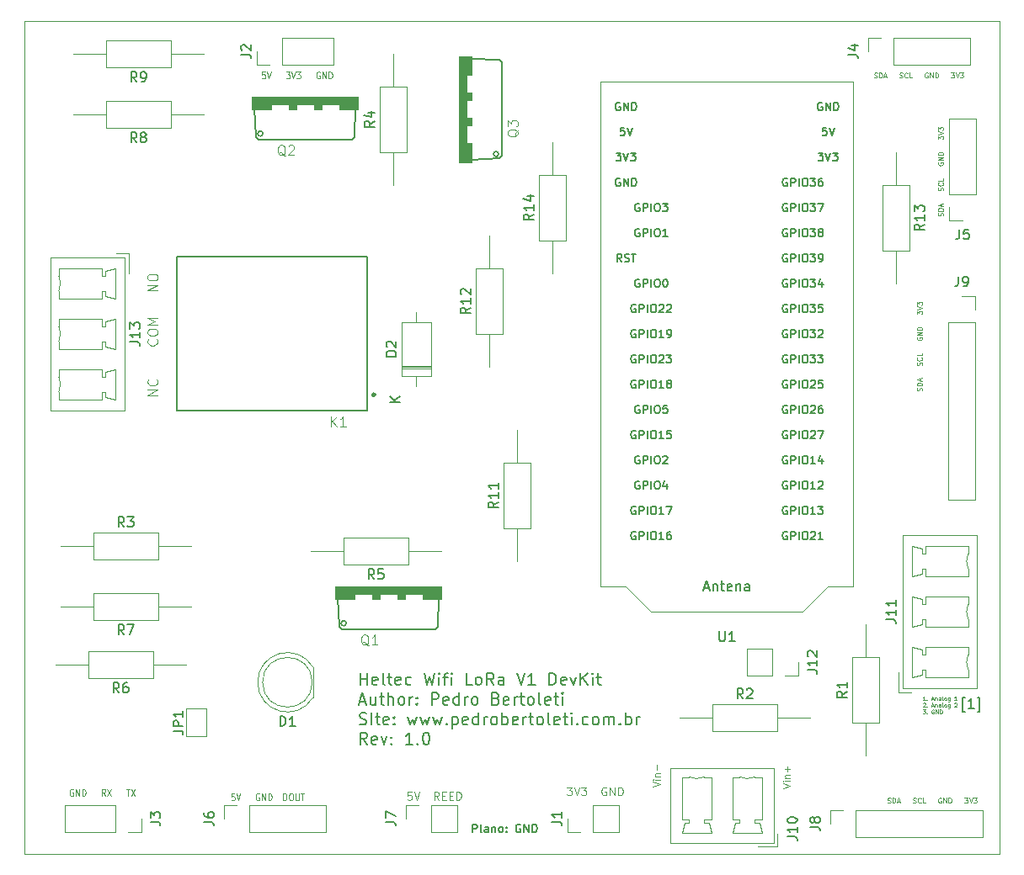
<source format=gbr>
%TF.GenerationSoftware,KiCad,Pcbnew,5.1.6-c6e7f7d~87~ubuntu20.04.1*%
%TF.CreationDate,2020-09-08T10:24:42-03:00*%
%TF.ProjectId,Projeto_placa,50726f6a-6574-46f5-9f70-6c6163612e6b,rev?*%
%TF.SameCoordinates,Original*%
%TF.FileFunction,Legend,Top*%
%TF.FilePolarity,Positive*%
%FSLAX46Y46*%
G04 Gerber Fmt 4.6, Leading zero omitted, Abs format (unit mm)*
G04 Created by KiCad (PCBNEW 5.1.6-c6e7f7d~87~ubuntu20.04.1) date 2020-09-08 10:24:42*
%MOMM*%
%LPD*%
G01*
G04 APERTURE LIST*
%ADD10C,0.070000*%
%ADD11C,0.150000*%
%ADD12C,0.200000*%
%ADD13C,0.100000*%
%ADD14C,0.010000*%
%TA.AperFunction,Profile*%
%ADD15C,0.050000*%
%TD*%
%ADD16C,0.120000*%
%ADD17C,0.300000*%
%ADD18C,0.127000*%
%ADD19C,0.015000*%
G04 APERTURE END LIST*
D10*
X163176961Y-97821652D02*
X162948390Y-97821652D01*
X163062676Y-97821652D02*
X163062676Y-97421652D01*
X163024580Y-97478795D01*
X162986485Y-97516890D01*
X162948390Y-97535938D01*
X163348390Y-97783557D02*
X163367438Y-97802604D01*
X163348390Y-97821652D01*
X163329342Y-97802604D01*
X163348390Y-97783557D01*
X163348390Y-97821652D01*
X163824580Y-97707366D02*
X164015057Y-97707366D01*
X163786485Y-97821652D02*
X163919819Y-97421652D01*
X164053152Y-97821652D01*
X164186485Y-97554985D02*
X164186485Y-97821652D01*
X164186485Y-97593080D02*
X164205533Y-97574033D01*
X164243628Y-97554985D01*
X164300771Y-97554985D01*
X164338866Y-97574033D01*
X164357914Y-97612128D01*
X164357914Y-97821652D01*
X164719819Y-97821652D02*
X164719819Y-97612128D01*
X164700771Y-97574033D01*
X164662676Y-97554985D01*
X164586485Y-97554985D01*
X164548390Y-97574033D01*
X164719819Y-97802604D02*
X164681723Y-97821652D01*
X164586485Y-97821652D01*
X164548390Y-97802604D01*
X164529342Y-97764509D01*
X164529342Y-97726414D01*
X164548390Y-97688319D01*
X164586485Y-97669271D01*
X164681723Y-97669271D01*
X164719819Y-97650223D01*
X164967438Y-97821652D02*
X164929342Y-97802604D01*
X164910295Y-97764509D01*
X164910295Y-97421652D01*
X165176961Y-97821652D02*
X165138866Y-97802604D01*
X165119819Y-97783557D01*
X165100771Y-97745461D01*
X165100771Y-97631176D01*
X165119819Y-97593080D01*
X165138866Y-97574033D01*
X165176961Y-97554985D01*
X165234104Y-97554985D01*
X165272200Y-97574033D01*
X165291247Y-97593080D01*
X165310295Y-97631176D01*
X165310295Y-97745461D01*
X165291247Y-97783557D01*
X165272200Y-97802604D01*
X165234104Y-97821652D01*
X165176961Y-97821652D01*
X165653152Y-97554985D02*
X165653152Y-97878795D01*
X165634104Y-97916890D01*
X165615057Y-97935938D01*
X165576961Y-97954985D01*
X165519819Y-97954985D01*
X165481723Y-97935938D01*
X165653152Y-97802604D02*
X165615057Y-97821652D01*
X165538866Y-97821652D01*
X165500771Y-97802604D01*
X165481723Y-97783557D01*
X165462676Y-97745461D01*
X165462676Y-97631176D01*
X165481723Y-97593080D01*
X165500771Y-97574033D01*
X165538866Y-97554985D01*
X165615057Y-97554985D01*
X165653152Y-97574033D01*
X166357914Y-97821652D02*
X166129342Y-97821652D01*
X166243628Y-97821652D02*
X166243628Y-97421652D01*
X166205533Y-97478795D01*
X166167438Y-97516890D01*
X166129342Y-97535938D01*
X162948390Y-98129747D02*
X162967438Y-98110700D01*
X163005533Y-98091652D01*
X163100771Y-98091652D01*
X163138866Y-98110700D01*
X163157914Y-98129747D01*
X163176961Y-98167842D01*
X163176961Y-98205938D01*
X163157914Y-98263080D01*
X162929342Y-98491652D01*
X163176961Y-98491652D01*
X163348390Y-98453557D02*
X163367438Y-98472604D01*
X163348390Y-98491652D01*
X163329342Y-98472604D01*
X163348390Y-98453557D01*
X163348390Y-98491652D01*
X163824580Y-98377366D02*
X164015057Y-98377366D01*
X163786485Y-98491652D02*
X163919819Y-98091652D01*
X164053152Y-98491652D01*
X164186485Y-98224985D02*
X164186485Y-98491652D01*
X164186485Y-98263080D02*
X164205533Y-98244033D01*
X164243628Y-98224985D01*
X164300771Y-98224985D01*
X164338866Y-98244033D01*
X164357914Y-98282128D01*
X164357914Y-98491652D01*
X164719819Y-98491652D02*
X164719819Y-98282128D01*
X164700771Y-98244033D01*
X164662676Y-98224985D01*
X164586485Y-98224985D01*
X164548390Y-98244033D01*
X164719819Y-98472604D02*
X164681723Y-98491652D01*
X164586485Y-98491652D01*
X164548390Y-98472604D01*
X164529342Y-98434509D01*
X164529342Y-98396414D01*
X164548390Y-98358319D01*
X164586485Y-98339271D01*
X164681723Y-98339271D01*
X164719819Y-98320223D01*
X164967438Y-98491652D02*
X164929342Y-98472604D01*
X164910295Y-98434509D01*
X164910295Y-98091652D01*
X165176961Y-98491652D02*
X165138866Y-98472604D01*
X165119819Y-98453557D01*
X165100771Y-98415461D01*
X165100771Y-98301176D01*
X165119819Y-98263080D01*
X165138866Y-98244033D01*
X165176961Y-98224985D01*
X165234104Y-98224985D01*
X165272200Y-98244033D01*
X165291247Y-98263080D01*
X165310295Y-98301176D01*
X165310295Y-98415461D01*
X165291247Y-98453557D01*
X165272200Y-98472604D01*
X165234104Y-98491652D01*
X165176961Y-98491652D01*
X165653152Y-98224985D02*
X165653152Y-98548795D01*
X165634104Y-98586890D01*
X165615057Y-98605938D01*
X165576961Y-98624985D01*
X165519819Y-98624985D01*
X165481723Y-98605938D01*
X165653152Y-98472604D02*
X165615057Y-98491652D01*
X165538866Y-98491652D01*
X165500771Y-98472604D01*
X165481723Y-98453557D01*
X165462676Y-98415461D01*
X165462676Y-98301176D01*
X165481723Y-98263080D01*
X165500771Y-98244033D01*
X165538866Y-98224985D01*
X165615057Y-98224985D01*
X165653152Y-98244033D01*
X166129342Y-98129747D02*
X166148390Y-98110700D01*
X166186485Y-98091652D01*
X166281723Y-98091652D01*
X166319819Y-98110700D01*
X166338866Y-98129747D01*
X166357914Y-98167842D01*
X166357914Y-98205938D01*
X166338866Y-98263080D01*
X166110295Y-98491652D01*
X166357914Y-98491652D01*
X162929342Y-98761652D02*
X163176961Y-98761652D01*
X163043628Y-98914033D01*
X163100771Y-98914033D01*
X163138866Y-98933080D01*
X163157914Y-98952128D01*
X163176961Y-98990223D01*
X163176961Y-99085461D01*
X163157914Y-99123557D01*
X163138866Y-99142604D01*
X163100771Y-99161652D01*
X162986485Y-99161652D01*
X162948390Y-99142604D01*
X162929342Y-99123557D01*
X163348390Y-99123557D02*
X163367438Y-99142604D01*
X163348390Y-99161652D01*
X163329342Y-99142604D01*
X163348390Y-99123557D01*
X163348390Y-99161652D01*
X164053152Y-98780700D02*
X164015057Y-98761652D01*
X163957914Y-98761652D01*
X163900771Y-98780700D01*
X163862676Y-98818795D01*
X163843628Y-98856890D01*
X163824580Y-98933080D01*
X163824580Y-98990223D01*
X163843628Y-99066414D01*
X163862676Y-99104509D01*
X163900771Y-99142604D01*
X163957914Y-99161652D01*
X163996009Y-99161652D01*
X164053152Y-99142604D01*
X164072200Y-99123557D01*
X164072200Y-98990223D01*
X163996009Y-98990223D01*
X164243628Y-99161652D02*
X164243628Y-98761652D01*
X164472200Y-99161652D01*
X164472200Y-98761652D01*
X164662676Y-99161652D02*
X164662676Y-98761652D01*
X164757914Y-98761652D01*
X164815057Y-98780700D01*
X164853152Y-98818795D01*
X164872200Y-98856890D01*
X164891247Y-98933080D01*
X164891247Y-98990223D01*
X164872200Y-99066414D01*
X164853152Y-99104509D01*
X164815057Y-99142604D01*
X164757914Y-99161652D01*
X164662676Y-99161652D01*
D11*
X167186052Y-98944014D02*
X166947957Y-98944014D01*
X166947957Y-97515442D01*
X167186052Y-97515442D01*
X168090814Y-98610680D02*
X167519385Y-98610680D01*
X167805100Y-98610680D02*
X167805100Y-97610680D01*
X167709861Y-97753538D01*
X167614623Y-97848776D01*
X167519385Y-97896395D01*
X168424147Y-98944014D02*
X168662242Y-98944014D01*
X168662242Y-97515442D01*
X168424147Y-97515442D01*
D12*
X106371814Y-96272657D02*
X106371814Y-95072657D01*
X106371814Y-95644085D02*
X107057528Y-95644085D01*
X107057528Y-96272657D02*
X107057528Y-95072657D01*
X108086100Y-96215514D02*
X107971814Y-96272657D01*
X107743242Y-96272657D01*
X107628957Y-96215514D01*
X107571814Y-96101228D01*
X107571814Y-95644085D01*
X107628957Y-95529800D01*
X107743242Y-95472657D01*
X107971814Y-95472657D01*
X108086100Y-95529800D01*
X108143242Y-95644085D01*
X108143242Y-95758371D01*
X107571814Y-95872657D01*
X108828957Y-96272657D02*
X108714671Y-96215514D01*
X108657528Y-96101228D01*
X108657528Y-95072657D01*
X109114671Y-95472657D02*
X109571814Y-95472657D01*
X109286100Y-95072657D02*
X109286100Y-96101228D01*
X109343242Y-96215514D01*
X109457528Y-96272657D01*
X109571814Y-96272657D01*
X110428957Y-96215514D02*
X110314671Y-96272657D01*
X110086100Y-96272657D01*
X109971814Y-96215514D01*
X109914671Y-96101228D01*
X109914671Y-95644085D01*
X109971814Y-95529800D01*
X110086100Y-95472657D01*
X110314671Y-95472657D01*
X110428957Y-95529800D01*
X110486100Y-95644085D01*
X110486100Y-95758371D01*
X109914671Y-95872657D01*
X111514671Y-96215514D02*
X111400385Y-96272657D01*
X111171814Y-96272657D01*
X111057528Y-96215514D01*
X111000385Y-96158371D01*
X110943242Y-96044085D01*
X110943242Y-95701228D01*
X111000385Y-95586942D01*
X111057528Y-95529800D01*
X111171814Y-95472657D01*
X111400385Y-95472657D01*
X111514671Y-95529800D01*
X112828957Y-95072657D02*
X113114671Y-96272657D01*
X113343242Y-95415514D01*
X113571814Y-96272657D01*
X113857528Y-95072657D01*
X114314671Y-96272657D02*
X114314671Y-95472657D01*
X114314671Y-95072657D02*
X114257528Y-95129800D01*
X114314671Y-95186942D01*
X114371814Y-95129800D01*
X114314671Y-95072657D01*
X114314671Y-95186942D01*
X114714671Y-95472657D02*
X115171814Y-95472657D01*
X114886100Y-96272657D02*
X114886100Y-95244085D01*
X114943242Y-95129800D01*
X115057528Y-95072657D01*
X115171814Y-95072657D01*
X115571814Y-96272657D02*
X115571814Y-95472657D01*
X115571814Y-95072657D02*
X115514671Y-95129800D01*
X115571814Y-95186942D01*
X115628957Y-95129800D01*
X115571814Y-95072657D01*
X115571814Y-95186942D01*
X117628957Y-96272657D02*
X117057528Y-96272657D01*
X117057528Y-95072657D01*
X118200385Y-96272657D02*
X118086100Y-96215514D01*
X118028957Y-96158371D01*
X117971814Y-96044085D01*
X117971814Y-95701228D01*
X118028957Y-95586942D01*
X118086100Y-95529800D01*
X118200385Y-95472657D01*
X118371814Y-95472657D01*
X118486100Y-95529800D01*
X118543242Y-95586942D01*
X118600385Y-95701228D01*
X118600385Y-96044085D01*
X118543242Y-96158371D01*
X118486100Y-96215514D01*
X118371814Y-96272657D01*
X118200385Y-96272657D01*
X119800385Y-96272657D02*
X119400385Y-95701228D01*
X119114671Y-96272657D02*
X119114671Y-95072657D01*
X119571814Y-95072657D01*
X119686100Y-95129800D01*
X119743242Y-95186942D01*
X119800385Y-95301228D01*
X119800385Y-95472657D01*
X119743242Y-95586942D01*
X119686100Y-95644085D01*
X119571814Y-95701228D01*
X119114671Y-95701228D01*
X120828957Y-96272657D02*
X120828957Y-95644085D01*
X120771814Y-95529800D01*
X120657528Y-95472657D01*
X120428957Y-95472657D01*
X120314671Y-95529800D01*
X120828957Y-96215514D02*
X120714671Y-96272657D01*
X120428957Y-96272657D01*
X120314671Y-96215514D01*
X120257528Y-96101228D01*
X120257528Y-95986942D01*
X120314671Y-95872657D01*
X120428957Y-95815514D01*
X120714671Y-95815514D01*
X120828957Y-95758371D01*
X122143242Y-95072657D02*
X122543242Y-96272657D01*
X122943242Y-95072657D01*
X123971814Y-96272657D02*
X123286100Y-96272657D01*
X123628957Y-96272657D02*
X123628957Y-95072657D01*
X123514671Y-95244085D01*
X123400385Y-95358371D01*
X123286100Y-95415514D01*
X125400385Y-96272657D02*
X125400385Y-95072657D01*
X125686100Y-95072657D01*
X125857528Y-95129800D01*
X125971814Y-95244085D01*
X126028957Y-95358371D01*
X126086100Y-95586942D01*
X126086100Y-95758371D01*
X126028957Y-95986942D01*
X125971814Y-96101228D01*
X125857528Y-96215514D01*
X125686100Y-96272657D01*
X125400385Y-96272657D01*
X127057528Y-96215514D02*
X126943242Y-96272657D01*
X126714671Y-96272657D01*
X126600385Y-96215514D01*
X126543242Y-96101228D01*
X126543242Y-95644085D01*
X126600385Y-95529800D01*
X126714671Y-95472657D01*
X126943242Y-95472657D01*
X127057528Y-95529800D01*
X127114671Y-95644085D01*
X127114671Y-95758371D01*
X126543242Y-95872657D01*
X127514671Y-95472657D02*
X127800385Y-96272657D01*
X128086100Y-95472657D01*
X128543242Y-96272657D02*
X128543242Y-95072657D01*
X129228957Y-96272657D02*
X128714671Y-95586942D01*
X129228957Y-95072657D02*
X128543242Y-95758371D01*
X129743242Y-96272657D02*
X129743242Y-95472657D01*
X129743242Y-95072657D02*
X129686100Y-95129800D01*
X129743242Y-95186942D01*
X129800385Y-95129800D01*
X129743242Y-95072657D01*
X129743242Y-95186942D01*
X130143242Y-95472657D02*
X130600385Y-95472657D01*
X130314671Y-95072657D02*
X130314671Y-96101228D01*
X130371814Y-96215514D01*
X130486100Y-96272657D01*
X130600385Y-96272657D01*
X106314671Y-97929800D02*
X106886100Y-97929800D01*
X106200385Y-98272657D02*
X106600385Y-97072657D01*
X107000385Y-98272657D01*
X107914671Y-97472657D02*
X107914671Y-98272657D01*
X107400385Y-97472657D02*
X107400385Y-98101228D01*
X107457528Y-98215514D01*
X107571814Y-98272657D01*
X107743242Y-98272657D01*
X107857528Y-98215514D01*
X107914671Y-98158371D01*
X108314671Y-97472657D02*
X108771814Y-97472657D01*
X108486100Y-97072657D02*
X108486100Y-98101228D01*
X108543242Y-98215514D01*
X108657528Y-98272657D01*
X108771814Y-98272657D01*
X109171814Y-98272657D02*
X109171814Y-97072657D01*
X109686100Y-98272657D02*
X109686100Y-97644085D01*
X109628957Y-97529800D01*
X109514671Y-97472657D01*
X109343242Y-97472657D01*
X109228957Y-97529800D01*
X109171814Y-97586942D01*
X110428957Y-98272657D02*
X110314671Y-98215514D01*
X110257528Y-98158371D01*
X110200385Y-98044085D01*
X110200385Y-97701228D01*
X110257528Y-97586942D01*
X110314671Y-97529800D01*
X110428957Y-97472657D01*
X110600385Y-97472657D01*
X110714671Y-97529800D01*
X110771814Y-97586942D01*
X110828957Y-97701228D01*
X110828957Y-98044085D01*
X110771814Y-98158371D01*
X110714671Y-98215514D01*
X110600385Y-98272657D01*
X110428957Y-98272657D01*
X111343242Y-98272657D02*
X111343242Y-97472657D01*
X111343242Y-97701228D02*
X111400385Y-97586942D01*
X111457528Y-97529800D01*
X111571814Y-97472657D01*
X111686100Y-97472657D01*
X112086100Y-98158371D02*
X112143242Y-98215514D01*
X112086100Y-98272657D01*
X112028957Y-98215514D01*
X112086100Y-98158371D01*
X112086100Y-98272657D01*
X112086100Y-97529800D02*
X112143242Y-97586942D01*
X112086100Y-97644085D01*
X112028957Y-97586942D01*
X112086100Y-97529800D01*
X112086100Y-97644085D01*
X113571814Y-98272657D02*
X113571814Y-97072657D01*
X114028957Y-97072657D01*
X114143242Y-97129800D01*
X114200385Y-97186942D01*
X114257528Y-97301228D01*
X114257528Y-97472657D01*
X114200385Y-97586942D01*
X114143242Y-97644085D01*
X114028957Y-97701228D01*
X113571814Y-97701228D01*
X115228957Y-98215514D02*
X115114671Y-98272657D01*
X114886100Y-98272657D01*
X114771814Y-98215514D01*
X114714671Y-98101228D01*
X114714671Y-97644085D01*
X114771814Y-97529800D01*
X114886100Y-97472657D01*
X115114671Y-97472657D01*
X115228957Y-97529800D01*
X115286100Y-97644085D01*
X115286100Y-97758371D01*
X114714671Y-97872657D01*
X116314671Y-98272657D02*
X116314671Y-97072657D01*
X116314671Y-98215514D02*
X116200385Y-98272657D01*
X115971814Y-98272657D01*
X115857528Y-98215514D01*
X115800385Y-98158371D01*
X115743242Y-98044085D01*
X115743242Y-97701228D01*
X115800385Y-97586942D01*
X115857528Y-97529800D01*
X115971814Y-97472657D01*
X116200385Y-97472657D01*
X116314671Y-97529800D01*
X116886100Y-98272657D02*
X116886100Y-97472657D01*
X116886100Y-97701228D02*
X116943242Y-97586942D01*
X117000385Y-97529800D01*
X117114671Y-97472657D01*
X117228957Y-97472657D01*
X117800385Y-98272657D02*
X117686100Y-98215514D01*
X117628957Y-98158371D01*
X117571814Y-98044085D01*
X117571814Y-97701228D01*
X117628957Y-97586942D01*
X117686100Y-97529800D01*
X117800385Y-97472657D01*
X117971814Y-97472657D01*
X118086100Y-97529800D01*
X118143242Y-97586942D01*
X118200385Y-97701228D01*
X118200385Y-98044085D01*
X118143242Y-98158371D01*
X118086100Y-98215514D01*
X117971814Y-98272657D01*
X117800385Y-98272657D01*
X120028957Y-97644085D02*
X120200385Y-97701228D01*
X120257528Y-97758371D01*
X120314671Y-97872657D01*
X120314671Y-98044085D01*
X120257528Y-98158371D01*
X120200385Y-98215514D01*
X120086100Y-98272657D01*
X119628957Y-98272657D01*
X119628957Y-97072657D01*
X120028957Y-97072657D01*
X120143242Y-97129800D01*
X120200385Y-97186942D01*
X120257528Y-97301228D01*
X120257528Y-97415514D01*
X120200385Y-97529800D01*
X120143242Y-97586942D01*
X120028957Y-97644085D01*
X119628957Y-97644085D01*
X121286100Y-98215514D02*
X121171814Y-98272657D01*
X120943242Y-98272657D01*
X120828957Y-98215514D01*
X120771814Y-98101228D01*
X120771814Y-97644085D01*
X120828957Y-97529800D01*
X120943242Y-97472657D01*
X121171814Y-97472657D01*
X121286100Y-97529800D01*
X121343242Y-97644085D01*
X121343242Y-97758371D01*
X120771814Y-97872657D01*
X121857528Y-98272657D02*
X121857528Y-97472657D01*
X121857528Y-97701228D02*
X121914671Y-97586942D01*
X121971814Y-97529800D01*
X122086100Y-97472657D01*
X122200385Y-97472657D01*
X122428957Y-97472657D02*
X122886100Y-97472657D01*
X122600385Y-97072657D02*
X122600385Y-98101228D01*
X122657528Y-98215514D01*
X122771814Y-98272657D01*
X122886100Y-98272657D01*
X123457528Y-98272657D02*
X123343242Y-98215514D01*
X123286100Y-98158371D01*
X123228957Y-98044085D01*
X123228957Y-97701228D01*
X123286100Y-97586942D01*
X123343242Y-97529800D01*
X123457528Y-97472657D01*
X123628957Y-97472657D01*
X123743242Y-97529800D01*
X123800385Y-97586942D01*
X123857528Y-97701228D01*
X123857528Y-98044085D01*
X123800385Y-98158371D01*
X123743242Y-98215514D01*
X123628957Y-98272657D01*
X123457528Y-98272657D01*
X124543242Y-98272657D02*
X124428957Y-98215514D01*
X124371814Y-98101228D01*
X124371814Y-97072657D01*
X125457528Y-98215514D02*
X125343242Y-98272657D01*
X125114671Y-98272657D01*
X125000385Y-98215514D01*
X124943242Y-98101228D01*
X124943242Y-97644085D01*
X125000385Y-97529800D01*
X125114671Y-97472657D01*
X125343242Y-97472657D01*
X125457528Y-97529800D01*
X125514671Y-97644085D01*
X125514671Y-97758371D01*
X124943242Y-97872657D01*
X125857528Y-97472657D02*
X126314671Y-97472657D01*
X126028957Y-97072657D02*
X126028957Y-98101228D01*
X126086100Y-98215514D01*
X126200385Y-98272657D01*
X126314671Y-98272657D01*
X126714671Y-98272657D02*
X126714671Y-97472657D01*
X126714671Y-97072657D02*
X126657528Y-97129800D01*
X126714671Y-97186942D01*
X126771814Y-97129800D01*
X126714671Y-97072657D01*
X126714671Y-97186942D01*
X106314671Y-100215514D02*
X106486100Y-100272657D01*
X106771814Y-100272657D01*
X106886100Y-100215514D01*
X106943242Y-100158371D01*
X107000385Y-100044085D01*
X107000385Y-99929800D01*
X106943242Y-99815514D01*
X106886100Y-99758371D01*
X106771814Y-99701228D01*
X106543242Y-99644085D01*
X106428957Y-99586942D01*
X106371814Y-99529800D01*
X106314671Y-99415514D01*
X106314671Y-99301228D01*
X106371814Y-99186942D01*
X106428957Y-99129800D01*
X106543242Y-99072657D01*
X106828957Y-99072657D01*
X107000385Y-99129800D01*
X107514671Y-100272657D02*
X107514671Y-99072657D01*
X107914671Y-99472657D02*
X108371814Y-99472657D01*
X108086100Y-99072657D02*
X108086100Y-100101228D01*
X108143242Y-100215514D01*
X108257528Y-100272657D01*
X108371814Y-100272657D01*
X109228957Y-100215514D02*
X109114671Y-100272657D01*
X108886100Y-100272657D01*
X108771814Y-100215514D01*
X108714671Y-100101228D01*
X108714671Y-99644085D01*
X108771814Y-99529800D01*
X108886100Y-99472657D01*
X109114671Y-99472657D01*
X109228957Y-99529800D01*
X109286100Y-99644085D01*
X109286100Y-99758371D01*
X108714671Y-99872657D01*
X109800385Y-100158371D02*
X109857528Y-100215514D01*
X109800385Y-100272657D01*
X109743242Y-100215514D01*
X109800385Y-100158371D01*
X109800385Y-100272657D01*
X109800385Y-99529800D02*
X109857528Y-99586942D01*
X109800385Y-99644085D01*
X109743242Y-99586942D01*
X109800385Y-99529800D01*
X109800385Y-99644085D01*
X111171814Y-99472657D02*
X111400385Y-100272657D01*
X111628957Y-99701228D01*
X111857528Y-100272657D01*
X112086100Y-99472657D01*
X112428957Y-99472657D02*
X112657528Y-100272657D01*
X112886100Y-99701228D01*
X113114671Y-100272657D01*
X113343242Y-99472657D01*
X113686100Y-99472657D02*
X113914671Y-100272657D01*
X114143242Y-99701228D01*
X114371814Y-100272657D01*
X114600385Y-99472657D01*
X115057528Y-100158371D02*
X115114671Y-100215514D01*
X115057528Y-100272657D01*
X115000385Y-100215514D01*
X115057528Y-100158371D01*
X115057528Y-100272657D01*
X115628957Y-99472657D02*
X115628957Y-100672657D01*
X115628957Y-99529800D02*
X115743242Y-99472657D01*
X115971814Y-99472657D01*
X116086100Y-99529800D01*
X116143242Y-99586942D01*
X116200385Y-99701228D01*
X116200385Y-100044085D01*
X116143242Y-100158371D01*
X116086100Y-100215514D01*
X115971814Y-100272657D01*
X115743242Y-100272657D01*
X115628957Y-100215514D01*
X117171814Y-100215514D02*
X117057528Y-100272657D01*
X116828957Y-100272657D01*
X116714671Y-100215514D01*
X116657528Y-100101228D01*
X116657528Y-99644085D01*
X116714671Y-99529800D01*
X116828957Y-99472657D01*
X117057528Y-99472657D01*
X117171814Y-99529800D01*
X117228957Y-99644085D01*
X117228957Y-99758371D01*
X116657528Y-99872657D01*
X118257528Y-100272657D02*
X118257528Y-99072657D01*
X118257528Y-100215514D02*
X118143242Y-100272657D01*
X117914671Y-100272657D01*
X117800385Y-100215514D01*
X117743242Y-100158371D01*
X117686100Y-100044085D01*
X117686100Y-99701228D01*
X117743242Y-99586942D01*
X117800385Y-99529800D01*
X117914671Y-99472657D01*
X118143242Y-99472657D01*
X118257528Y-99529800D01*
X118828957Y-100272657D02*
X118828957Y-99472657D01*
X118828957Y-99701228D02*
X118886100Y-99586942D01*
X118943242Y-99529800D01*
X119057528Y-99472657D01*
X119171814Y-99472657D01*
X119743242Y-100272657D02*
X119628957Y-100215514D01*
X119571814Y-100158371D01*
X119514671Y-100044085D01*
X119514671Y-99701228D01*
X119571814Y-99586942D01*
X119628957Y-99529800D01*
X119743242Y-99472657D01*
X119914671Y-99472657D01*
X120028957Y-99529800D01*
X120086100Y-99586942D01*
X120143242Y-99701228D01*
X120143242Y-100044085D01*
X120086100Y-100158371D01*
X120028957Y-100215514D01*
X119914671Y-100272657D01*
X119743242Y-100272657D01*
X120657528Y-100272657D02*
X120657528Y-99072657D01*
X120657528Y-99529800D02*
X120771814Y-99472657D01*
X121000385Y-99472657D01*
X121114671Y-99529800D01*
X121171814Y-99586942D01*
X121228957Y-99701228D01*
X121228957Y-100044085D01*
X121171814Y-100158371D01*
X121114671Y-100215514D01*
X121000385Y-100272657D01*
X120771814Y-100272657D01*
X120657528Y-100215514D01*
X122200385Y-100215514D02*
X122086100Y-100272657D01*
X121857528Y-100272657D01*
X121743242Y-100215514D01*
X121686100Y-100101228D01*
X121686100Y-99644085D01*
X121743242Y-99529800D01*
X121857528Y-99472657D01*
X122086100Y-99472657D01*
X122200385Y-99529800D01*
X122257528Y-99644085D01*
X122257528Y-99758371D01*
X121686100Y-99872657D01*
X122771814Y-100272657D02*
X122771814Y-99472657D01*
X122771814Y-99701228D02*
X122828957Y-99586942D01*
X122886100Y-99529800D01*
X123000385Y-99472657D01*
X123114671Y-99472657D01*
X123343242Y-99472657D02*
X123800385Y-99472657D01*
X123514671Y-99072657D02*
X123514671Y-100101228D01*
X123571814Y-100215514D01*
X123686100Y-100272657D01*
X123800385Y-100272657D01*
X124371814Y-100272657D02*
X124257528Y-100215514D01*
X124200385Y-100158371D01*
X124143242Y-100044085D01*
X124143242Y-99701228D01*
X124200385Y-99586942D01*
X124257528Y-99529800D01*
X124371814Y-99472657D01*
X124543242Y-99472657D01*
X124657528Y-99529800D01*
X124714671Y-99586942D01*
X124771814Y-99701228D01*
X124771814Y-100044085D01*
X124714671Y-100158371D01*
X124657528Y-100215514D01*
X124543242Y-100272657D01*
X124371814Y-100272657D01*
X125457528Y-100272657D02*
X125343242Y-100215514D01*
X125286100Y-100101228D01*
X125286100Y-99072657D01*
X126371814Y-100215514D02*
X126257528Y-100272657D01*
X126028957Y-100272657D01*
X125914671Y-100215514D01*
X125857528Y-100101228D01*
X125857528Y-99644085D01*
X125914671Y-99529800D01*
X126028957Y-99472657D01*
X126257528Y-99472657D01*
X126371814Y-99529800D01*
X126428957Y-99644085D01*
X126428957Y-99758371D01*
X125857528Y-99872657D01*
X126771814Y-99472657D02*
X127228957Y-99472657D01*
X126943242Y-99072657D02*
X126943242Y-100101228D01*
X127000385Y-100215514D01*
X127114671Y-100272657D01*
X127228957Y-100272657D01*
X127628957Y-100272657D02*
X127628957Y-99472657D01*
X127628957Y-99072657D02*
X127571814Y-99129800D01*
X127628957Y-99186942D01*
X127686100Y-99129800D01*
X127628957Y-99072657D01*
X127628957Y-99186942D01*
X128200385Y-100158371D02*
X128257528Y-100215514D01*
X128200385Y-100272657D01*
X128143242Y-100215514D01*
X128200385Y-100158371D01*
X128200385Y-100272657D01*
X129286100Y-100215514D02*
X129171814Y-100272657D01*
X128943242Y-100272657D01*
X128828957Y-100215514D01*
X128771814Y-100158371D01*
X128714671Y-100044085D01*
X128714671Y-99701228D01*
X128771814Y-99586942D01*
X128828957Y-99529800D01*
X128943242Y-99472657D01*
X129171814Y-99472657D01*
X129286100Y-99529800D01*
X129971814Y-100272657D02*
X129857528Y-100215514D01*
X129800385Y-100158371D01*
X129743242Y-100044085D01*
X129743242Y-99701228D01*
X129800385Y-99586942D01*
X129857528Y-99529800D01*
X129971814Y-99472657D01*
X130143242Y-99472657D01*
X130257528Y-99529800D01*
X130314671Y-99586942D01*
X130371814Y-99701228D01*
X130371814Y-100044085D01*
X130314671Y-100158371D01*
X130257528Y-100215514D01*
X130143242Y-100272657D01*
X129971814Y-100272657D01*
X130886100Y-100272657D02*
X130886100Y-99472657D01*
X130886100Y-99586942D02*
X130943242Y-99529800D01*
X131057528Y-99472657D01*
X131228957Y-99472657D01*
X131343242Y-99529800D01*
X131400385Y-99644085D01*
X131400385Y-100272657D01*
X131400385Y-99644085D02*
X131457528Y-99529800D01*
X131571814Y-99472657D01*
X131743242Y-99472657D01*
X131857528Y-99529800D01*
X131914671Y-99644085D01*
X131914671Y-100272657D01*
X132486100Y-100158371D02*
X132543242Y-100215514D01*
X132486100Y-100272657D01*
X132428957Y-100215514D01*
X132486100Y-100158371D01*
X132486100Y-100272657D01*
X133057528Y-100272657D02*
X133057528Y-99072657D01*
X133057528Y-99529800D02*
X133171814Y-99472657D01*
X133400385Y-99472657D01*
X133514671Y-99529800D01*
X133571814Y-99586942D01*
X133628957Y-99701228D01*
X133628957Y-100044085D01*
X133571814Y-100158371D01*
X133514671Y-100215514D01*
X133400385Y-100272657D01*
X133171814Y-100272657D01*
X133057528Y-100215514D01*
X134143242Y-100272657D02*
X134143242Y-99472657D01*
X134143242Y-99701228D02*
X134200385Y-99586942D01*
X134257528Y-99529800D01*
X134371814Y-99472657D01*
X134486100Y-99472657D01*
X107057528Y-102272657D02*
X106657528Y-101701228D01*
X106371814Y-102272657D02*
X106371814Y-101072657D01*
X106828957Y-101072657D01*
X106943242Y-101129800D01*
X107000385Y-101186942D01*
X107057528Y-101301228D01*
X107057528Y-101472657D01*
X107000385Y-101586942D01*
X106943242Y-101644085D01*
X106828957Y-101701228D01*
X106371814Y-101701228D01*
X108028957Y-102215514D02*
X107914671Y-102272657D01*
X107686100Y-102272657D01*
X107571814Y-102215514D01*
X107514671Y-102101228D01*
X107514671Y-101644085D01*
X107571814Y-101529800D01*
X107686100Y-101472657D01*
X107914671Y-101472657D01*
X108028957Y-101529800D01*
X108086100Y-101644085D01*
X108086100Y-101758371D01*
X107514671Y-101872657D01*
X108486100Y-101472657D02*
X108771814Y-102272657D01*
X109057528Y-101472657D01*
X109514671Y-102158371D02*
X109571814Y-102215514D01*
X109514671Y-102272657D01*
X109457528Y-102215514D01*
X109514671Y-102158371D01*
X109514671Y-102272657D01*
X109514671Y-101529800D02*
X109571814Y-101586942D01*
X109514671Y-101644085D01*
X109457528Y-101586942D01*
X109514671Y-101529800D01*
X109514671Y-101644085D01*
X111628957Y-102272657D02*
X110943242Y-102272657D01*
X111286100Y-102272657D02*
X111286100Y-101072657D01*
X111171814Y-101244085D01*
X111057528Y-101358371D01*
X110943242Y-101415514D01*
X112143242Y-102158371D02*
X112200385Y-102215514D01*
X112143242Y-102272657D01*
X112086100Y-102215514D01*
X112143242Y-102158371D01*
X112143242Y-102272657D01*
X112943242Y-101072657D02*
X113057528Y-101072657D01*
X113171814Y-101129800D01*
X113228957Y-101186942D01*
X113286100Y-101301228D01*
X113343242Y-101529800D01*
X113343242Y-101815514D01*
X113286100Y-102044085D01*
X113228957Y-102158371D01*
X113171814Y-102215514D01*
X113057528Y-102272657D01*
X112943242Y-102272657D01*
X112828957Y-102215514D01*
X112771814Y-102158371D01*
X112714671Y-102044085D01*
X112657528Y-101815514D01*
X112657528Y-101529800D01*
X112714671Y-101301228D01*
X112771814Y-101186942D01*
X112828957Y-101129800D01*
X112943242Y-101072657D01*
D10*
X96796628Y-34567066D02*
X96510914Y-34567066D01*
X96482342Y-34900400D01*
X96510914Y-34867066D01*
X96568057Y-34833733D01*
X96710914Y-34833733D01*
X96768057Y-34867066D01*
X96796628Y-34900400D01*
X96825200Y-34967066D01*
X96825200Y-35133733D01*
X96796628Y-35200400D01*
X96768057Y-35233733D01*
X96710914Y-35267066D01*
X96568057Y-35267066D01*
X96510914Y-35233733D01*
X96482342Y-35200400D01*
X96996628Y-34567066D02*
X97196628Y-35267066D01*
X97396628Y-34567066D01*
X98910914Y-34567066D02*
X99282342Y-34567066D01*
X99082342Y-34833733D01*
X99168057Y-34833733D01*
X99225200Y-34867066D01*
X99253771Y-34900400D01*
X99282342Y-34967066D01*
X99282342Y-35133733D01*
X99253771Y-35200400D01*
X99225200Y-35233733D01*
X99168057Y-35267066D01*
X98996628Y-35267066D01*
X98939485Y-35233733D01*
X98910914Y-35200400D01*
X99453771Y-34567066D02*
X99653771Y-35267066D01*
X99853771Y-34567066D01*
X99996628Y-34567066D02*
X100368057Y-34567066D01*
X100168057Y-34833733D01*
X100253771Y-34833733D01*
X100310914Y-34867066D01*
X100339485Y-34900400D01*
X100368057Y-34967066D01*
X100368057Y-35133733D01*
X100339485Y-35200400D01*
X100310914Y-35233733D01*
X100253771Y-35267066D01*
X100082342Y-35267066D01*
X100025200Y-35233733D01*
X99996628Y-35200400D01*
X102310914Y-34600400D02*
X102253771Y-34567066D01*
X102168057Y-34567066D01*
X102082342Y-34600400D01*
X102025200Y-34667066D01*
X101996628Y-34733733D01*
X101968057Y-34867066D01*
X101968057Y-34967066D01*
X101996628Y-35100400D01*
X102025200Y-35167066D01*
X102082342Y-35233733D01*
X102168057Y-35267066D01*
X102225200Y-35267066D01*
X102310914Y-35233733D01*
X102339485Y-35200400D01*
X102339485Y-34967066D01*
X102225200Y-34967066D01*
X102596628Y-35267066D02*
X102596628Y-34567066D01*
X102939485Y-35267066D01*
X102939485Y-34567066D01*
X103225200Y-35267066D02*
X103225200Y-34567066D01*
X103368057Y-34567066D01*
X103453771Y-34600400D01*
X103510914Y-34667066D01*
X103539485Y-34733733D01*
X103568057Y-34867066D01*
X103568057Y-34967066D01*
X103539485Y-35100400D01*
X103510914Y-35167066D01*
X103453771Y-35233733D01*
X103368057Y-35267066D01*
X103225200Y-35267066D01*
D13*
X86012280Y-67156838D02*
X85012280Y-67156838D01*
X86012280Y-66585409D01*
X85012280Y-66585409D01*
X85917042Y-65537790D02*
X85964661Y-65585409D01*
X86012280Y-65728266D01*
X86012280Y-65823504D01*
X85964661Y-65966361D01*
X85869423Y-66061600D01*
X85774185Y-66109219D01*
X85583709Y-66156838D01*
X85440852Y-66156838D01*
X85250376Y-66109219D01*
X85155138Y-66061600D01*
X85059900Y-65966361D01*
X85012280Y-65823504D01*
X85012280Y-65728266D01*
X85059900Y-65585409D01*
X85107519Y-65537790D01*
X85917042Y-61490171D02*
X85964661Y-61537790D01*
X86012280Y-61680647D01*
X86012280Y-61775885D01*
X85964661Y-61918742D01*
X85869423Y-62013980D01*
X85774185Y-62061600D01*
X85583709Y-62109219D01*
X85440852Y-62109219D01*
X85250376Y-62061600D01*
X85155138Y-62013980D01*
X85059900Y-61918742D01*
X85012280Y-61775885D01*
X85012280Y-61680647D01*
X85059900Y-61537790D01*
X85107519Y-61490171D01*
X85012280Y-60871123D02*
X85012280Y-60680647D01*
X85059900Y-60585409D01*
X85155138Y-60490171D01*
X85345614Y-60442552D01*
X85678947Y-60442552D01*
X85869423Y-60490171D01*
X85964661Y-60585409D01*
X86012280Y-60680647D01*
X86012280Y-60871123D01*
X85964661Y-60966361D01*
X85869423Y-61061600D01*
X85678947Y-61109219D01*
X85345614Y-61109219D01*
X85155138Y-61061600D01*
X85059900Y-60966361D01*
X85012280Y-60871123D01*
X86012280Y-60013980D02*
X85012280Y-60013980D01*
X85726566Y-59680647D01*
X85012280Y-59347314D01*
X86012280Y-59347314D01*
X86012280Y-56585409D02*
X85012280Y-56585409D01*
X86012280Y-56013980D01*
X85012280Y-56013980D01*
X85012280Y-55347314D02*
X85012280Y-55156838D01*
X85059900Y-55061600D01*
X85155138Y-54966361D01*
X85345614Y-54918742D01*
X85678947Y-54918742D01*
X85869423Y-54966361D01*
X85964661Y-55061600D01*
X86012280Y-55156838D01*
X86012280Y-55347314D01*
X85964661Y-55442552D01*
X85869423Y-55537790D01*
X85678947Y-55585409D01*
X85345614Y-55585409D01*
X85155138Y-55537790D01*
X85059900Y-55442552D01*
X85012280Y-55347314D01*
D10*
X77513228Y-106774500D02*
X77456085Y-106741166D01*
X77370371Y-106741166D01*
X77284657Y-106774500D01*
X77227514Y-106841166D01*
X77198942Y-106907833D01*
X77170371Y-107041166D01*
X77170371Y-107141166D01*
X77198942Y-107274500D01*
X77227514Y-107341166D01*
X77284657Y-107407833D01*
X77370371Y-107441166D01*
X77427514Y-107441166D01*
X77513228Y-107407833D01*
X77541800Y-107374500D01*
X77541800Y-107141166D01*
X77427514Y-107141166D01*
X77798942Y-107441166D02*
X77798942Y-106741166D01*
X78141800Y-107441166D01*
X78141800Y-106741166D01*
X78427514Y-107441166D02*
X78427514Y-106741166D01*
X78570371Y-106741166D01*
X78656085Y-106774500D01*
X78713228Y-106841166D01*
X78741800Y-106907833D01*
X78770371Y-107041166D01*
X78770371Y-107141166D01*
X78741800Y-107274500D01*
X78713228Y-107341166D01*
X78656085Y-107407833D01*
X78570371Y-107441166D01*
X78427514Y-107441166D01*
X80741800Y-107441166D02*
X80541800Y-107107833D01*
X80398942Y-107441166D02*
X80398942Y-106741166D01*
X80627514Y-106741166D01*
X80684657Y-106774500D01*
X80713228Y-106807833D01*
X80741800Y-106874500D01*
X80741800Y-106974500D01*
X80713228Y-107041166D01*
X80684657Y-107074500D01*
X80627514Y-107107833D01*
X80398942Y-107107833D01*
X80941800Y-106741166D02*
X81341800Y-107441166D01*
X81341800Y-106741166D02*
X80941800Y-107441166D01*
X82856085Y-106741166D02*
X83198942Y-106741166D01*
X83027514Y-107441166D02*
X83027514Y-106741166D01*
X83341800Y-106741166D02*
X83741800Y-107441166D01*
X83741800Y-106741166D02*
X83341800Y-107441166D01*
X93737528Y-107198366D02*
X93451814Y-107198366D01*
X93423242Y-107531700D01*
X93451814Y-107498366D01*
X93508957Y-107465033D01*
X93651814Y-107465033D01*
X93708957Y-107498366D01*
X93737528Y-107531700D01*
X93766100Y-107598366D01*
X93766100Y-107765033D01*
X93737528Y-107831700D01*
X93708957Y-107865033D01*
X93651814Y-107898366D01*
X93508957Y-107898366D01*
X93451814Y-107865033D01*
X93423242Y-107831700D01*
X93937528Y-107198366D02*
X94137528Y-107898366D01*
X94337528Y-107198366D01*
X96223242Y-107231700D02*
X96166100Y-107198366D01*
X96080385Y-107198366D01*
X95994671Y-107231700D01*
X95937528Y-107298366D01*
X95908957Y-107365033D01*
X95880385Y-107498366D01*
X95880385Y-107598366D01*
X95908957Y-107731700D01*
X95937528Y-107798366D01*
X95994671Y-107865033D01*
X96080385Y-107898366D01*
X96137528Y-107898366D01*
X96223242Y-107865033D01*
X96251814Y-107831700D01*
X96251814Y-107598366D01*
X96137528Y-107598366D01*
X96508957Y-107898366D02*
X96508957Y-107198366D01*
X96851814Y-107898366D01*
X96851814Y-107198366D01*
X97137528Y-107898366D02*
X97137528Y-107198366D01*
X97280385Y-107198366D01*
X97366100Y-107231700D01*
X97423242Y-107298366D01*
X97451814Y-107365033D01*
X97480385Y-107498366D01*
X97480385Y-107598366D01*
X97451814Y-107731700D01*
X97423242Y-107798366D01*
X97366100Y-107865033D01*
X97280385Y-107898366D01*
X97137528Y-107898366D01*
X98651814Y-107898366D02*
X98651814Y-107198366D01*
X98794671Y-107198366D01*
X98880385Y-107231700D01*
X98937528Y-107298366D01*
X98966100Y-107365033D01*
X98994671Y-107498366D01*
X98994671Y-107598366D01*
X98966100Y-107731700D01*
X98937528Y-107798366D01*
X98880385Y-107865033D01*
X98794671Y-107898366D01*
X98651814Y-107898366D01*
X99366100Y-107198366D02*
X99480385Y-107198366D01*
X99537528Y-107231700D01*
X99594671Y-107298366D01*
X99623242Y-107431700D01*
X99623242Y-107665033D01*
X99594671Y-107798366D01*
X99537528Y-107865033D01*
X99480385Y-107898366D01*
X99366100Y-107898366D01*
X99308957Y-107865033D01*
X99251814Y-107798366D01*
X99223242Y-107665033D01*
X99223242Y-107431700D01*
X99251814Y-107298366D01*
X99308957Y-107231700D01*
X99366100Y-107198366D01*
X99880385Y-107198366D02*
X99880385Y-107765033D01*
X99908957Y-107831700D01*
X99937528Y-107865033D01*
X99994671Y-107898366D01*
X100108957Y-107898366D01*
X100166100Y-107865033D01*
X100194671Y-107831700D01*
X100223242Y-107765033D01*
X100223242Y-107198366D01*
X100423242Y-107198366D02*
X100766100Y-107198366D01*
X100594671Y-107898366D02*
X100594671Y-107198366D01*
X111531685Y-107029304D02*
X111150733Y-107029304D01*
X111112638Y-107410257D01*
X111150733Y-107372161D01*
X111226923Y-107334066D01*
X111417400Y-107334066D01*
X111493590Y-107372161D01*
X111531685Y-107410257D01*
X111569780Y-107486447D01*
X111569780Y-107676923D01*
X111531685Y-107753114D01*
X111493590Y-107791209D01*
X111417400Y-107829304D01*
X111226923Y-107829304D01*
X111150733Y-107791209D01*
X111112638Y-107753114D01*
X111798352Y-107029304D02*
X112065019Y-107829304D01*
X112331685Y-107029304D01*
X114274542Y-107829304D02*
X114007876Y-107448352D01*
X113817400Y-107829304D02*
X113817400Y-107029304D01*
X114122161Y-107029304D01*
X114198352Y-107067400D01*
X114236447Y-107105495D01*
X114274542Y-107181685D01*
X114274542Y-107295971D01*
X114236447Y-107372161D01*
X114198352Y-107410257D01*
X114122161Y-107448352D01*
X113817400Y-107448352D01*
X114617400Y-107410257D02*
X114884066Y-107410257D01*
X114998352Y-107829304D02*
X114617400Y-107829304D01*
X114617400Y-107029304D01*
X114998352Y-107029304D01*
X115341209Y-107410257D02*
X115607876Y-107410257D01*
X115722161Y-107829304D02*
X115341209Y-107829304D01*
X115341209Y-107029304D01*
X115722161Y-107029304D01*
X116065019Y-107829304D02*
X116065019Y-107029304D01*
X116255495Y-107029304D01*
X116369780Y-107067400D01*
X116445971Y-107143590D01*
X116484066Y-107219780D01*
X116522161Y-107372161D01*
X116522161Y-107486447D01*
X116484066Y-107638828D01*
X116445971Y-107715019D01*
X116369780Y-107791209D01*
X116255495Y-107829304D01*
X116065019Y-107829304D01*
X127178152Y-106572104D02*
X127673390Y-106572104D01*
X127406723Y-106876866D01*
X127521009Y-106876866D01*
X127597200Y-106914961D01*
X127635295Y-106953057D01*
X127673390Y-107029247D01*
X127673390Y-107219723D01*
X127635295Y-107295914D01*
X127597200Y-107334009D01*
X127521009Y-107372104D01*
X127292438Y-107372104D01*
X127216247Y-107334009D01*
X127178152Y-107295914D01*
X127901961Y-106572104D02*
X128168628Y-107372104D01*
X128435295Y-106572104D01*
X128625771Y-106572104D02*
X129121009Y-106572104D01*
X128854342Y-106876866D01*
X128968628Y-106876866D01*
X129044819Y-106914961D01*
X129082914Y-106953057D01*
X129121009Y-107029247D01*
X129121009Y-107219723D01*
X129082914Y-107295914D01*
X129044819Y-107334009D01*
X128968628Y-107372104D01*
X128740057Y-107372104D01*
X128663866Y-107334009D01*
X128625771Y-107295914D01*
X131101961Y-106610200D02*
X131025771Y-106572104D01*
X130911485Y-106572104D01*
X130797200Y-106610200D01*
X130721009Y-106686390D01*
X130682914Y-106762580D01*
X130644819Y-106914961D01*
X130644819Y-107029247D01*
X130682914Y-107181628D01*
X130721009Y-107257819D01*
X130797200Y-107334009D01*
X130911485Y-107372104D01*
X130987676Y-107372104D01*
X131101961Y-107334009D01*
X131140057Y-107295914D01*
X131140057Y-107029247D01*
X130987676Y-107029247D01*
X131482914Y-107372104D02*
X131482914Y-106572104D01*
X131940057Y-107372104D01*
X131940057Y-106572104D01*
X132321009Y-107372104D02*
X132321009Y-106572104D01*
X132511485Y-106572104D01*
X132625771Y-106610200D01*
X132701961Y-106686390D01*
X132740057Y-106762580D01*
X132778152Y-106914961D01*
X132778152Y-107029247D01*
X132740057Y-107181628D01*
X132701961Y-107257819D01*
X132625771Y-107334009D01*
X132511485Y-107372104D01*
X132321009Y-107372104D01*
D14*
X148879766Y-106661600D02*
X149579766Y-106428266D01*
X148879766Y-106194933D01*
X149579766Y-105961600D02*
X149113100Y-105961600D01*
X148879766Y-105961600D02*
X148913100Y-105994933D01*
X148946433Y-105961600D01*
X148913100Y-105928266D01*
X148879766Y-105961600D01*
X148946433Y-105961600D01*
X149113100Y-105628266D02*
X149579766Y-105628266D01*
X149179766Y-105628266D02*
X149146433Y-105594933D01*
X149113100Y-105528266D01*
X149113100Y-105428266D01*
X149146433Y-105361600D01*
X149213100Y-105328266D01*
X149579766Y-105328266D01*
X149313100Y-104994933D02*
X149313100Y-104461600D01*
X149579766Y-104728266D02*
X149046433Y-104728266D01*
X135811466Y-106509200D02*
X136511466Y-106275866D01*
X135811466Y-106042533D01*
X136511466Y-105809200D02*
X136044800Y-105809200D01*
X135811466Y-105809200D02*
X135844800Y-105842533D01*
X135878133Y-105809200D01*
X135844800Y-105775866D01*
X135811466Y-105809200D01*
X135878133Y-105809200D01*
X136044800Y-105475866D02*
X136511466Y-105475866D01*
X136111466Y-105475866D02*
X136078133Y-105442533D01*
X136044800Y-105375866D01*
X136044800Y-105275866D01*
X136078133Y-105209200D01*
X136144800Y-105175866D01*
X136511466Y-105175866D01*
X136244800Y-104842533D02*
X136244800Y-104309200D01*
D10*
X159416514Y-108126980D02*
X159487942Y-108150790D01*
X159606990Y-108150790D01*
X159654609Y-108126980D01*
X159678419Y-108103171D01*
X159702228Y-108055552D01*
X159702228Y-108007933D01*
X159678419Y-107960314D01*
X159654609Y-107936504D01*
X159606990Y-107912695D01*
X159511752Y-107888885D01*
X159464133Y-107865076D01*
X159440323Y-107841266D01*
X159416514Y-107793647D01*
X159416514Y-107746028D01*
X159440323Y-107698409D01*
X159464133Y-107674600D01*
X159511752Y-107650790D01*
X159630800Y-107650790D01*
X159702228Y-107674600D01*
X159916514Y-108150790D02*
X159916514Y-107650790D01*
X160035561Y-107650790D01*
X160106990Y-107674600D01*
X160154609Y-107722219D01*
X160178419Y-107769838D01*
X160202228Y-107865076D01*
X160202228Y-107936504D01*
X160178419Y-108031742D01*
X160154609Y-108079361D01*
X160106990Y-108126980D01*
X160035561Y-108150790D01*
X159916514Y-108150790D01*
X160392704Y-108007933D02*
X160630800Y-108007933D01*
X160345085Y-108150790D02*
X160511752Y-107650790D01*
X160678419Y-108150790D01*
X161964133Y-108126980D02*
X162035561Y-108150790D01*
X162154609Y-108150790D01*
X162202228Y-108126980D01*
X162226038Y-108103171D01*
X162249847Y-108055552D01*
X162249847Y-108007933D01*
X162226038Y-107960314D01*
X162202228Y-107936504D01*
X162154609Y-107912695D01*
X162059371Y-107888885D01*
X162011752Y-107865076D01*
X161987942Y-107841266D01*
X161964133Y-107793647D01*
X161964133Y-107746028D01*
X161987942Y-107698409D01*
X162011752Y-107674600D01*
X162059371Y-107650790D01*
X162178419Y-107650790D01*
X162249847Y-107674600D01*
X162749847Y-108103171D02*
X162726038Y-108126980D01*
X162654609Y-108150790D01*
X162606990Y-108150790D01*
X162535561Y-108126980D01*
X162487942Y-108079361D01*
X162464133Y-108031742D01*
X162440323Y-107936504D01*
X162440323Y-107865076D01*
X162464133Y-107769838D01*
X162487942Y-107722219D01*
X162535561Y-107674600D01*
X162606990Y-107650790D01*
X162654609Y-107650790D01*
X162726038Y-107674600D01*
X162749847Y-107698409D01*
X163202228Y-108150790D02*
X162964133Y-108150790D01*
X162964133Y-107650790D01*
X164773657Y-107674600D02*
X164726038Y-107650790D01*
X164654609Y-107650790D01*
X164583180Y-107674600D01*
X164535561Y-107722219D01*
X164511752Y-107769838D01*
X164487942Y-107865076D01*
X164487942Y-107936504D01*
X164511752Y-108031742D01*
X164535561Y-108079361D01*
X164583180Y-108126980D01*
X164654609Y-108150790D01*
X164702228Y-108150790D01*
X164773657Y-108126980D01*
X164797466Y-108103171D01*
X164797466Y-107936504D01*
X164702228Y-107936504D01*
X165011752Y-108150790D02*
X165011752Y-107650790D01*
X165297466Y-108150790D01*
X165297466Y-107650790D01*
X165535561Y-108150790D02*
X165535561Y-107650790D01*
X165654609Y-107650790D01*
X165726038Y-107674600D01*
X165773657Y-107722219D01*
X165797466Y-107769838D01*
X165821276Y-107865076D01*
X165821276Y-107936504D01*
X165797466Y-108031742D01*
X165773657Y-108079361D01*
X165726038Y-108126980D01*
X165654609Y-108150790D01*
X165535561Y-108150790D01*
X167130800Y-107650790D02*
X167440323Y-107650790D01*
X167273657Y-107841266D01*
X167345085Y-107841266D01*
X167392704Y-107865076D01*
X167416514Y-107888885D01*
X167440323Y-107936504D01*
X167440323Y-108055552D01*
X167416514Y-108103171D01*
X167392704Y-108126980D01*
X167345085Y-108150790D01*
X167202228Y-108150790D01*
X167154609Y-108126980D01*
X167130800Y-108103171D01*
X167583180Y-107650790D02*
X167749847Y-108150790D01*
X167916514Y-107650790D01*
X168035561Y-107650790D02*
X168345085Y-107650790D01*
X168178419Y-107841266D01*
X168249847Y-107841266D01*
X168297466Y-107865076D01*
X168321276Y-107888885D01*
X168345085Y-107936504D01*
X168345085Y-108055552D01*
X168321276Y-108103171D01*
X168297466Y-108126980D01*
X168249847Y-108150790D01*
X168106990Y-108150790D01*
X168059371Y-108126980D01*
X168035561Y-108103171D01*
X162838580Y-66668885D02*
X162862390Y-66597457D01*
X162862390Y-66478409D01*
X162838580Y-66430790D01*
X162814771Y-66406980D01*
X162767152Y-66383171D01*
X162719533Y-66383171D01*
X162671914Y-66406980D01*
X162648104Y-66430790D01*
X162624295Y-66478409D01*
X162600485Y-66573647D01*
X162576676Y-66621266D01*
X162552866Y-66645076D01*
X162505247Y-66668885D01*
X162457628Y-66668885D01*
X162410009Y-66645076D01*
X162386200Y-66621266D01*
X162362390Y-66573647D01*
X162362390Y-66454600D01*
X162386200Y-66383171D01*
X162862390Y-66168885D02*
X162362390Y-66168885D01*
X162362390Y-66049838D01*
X162386200Y-65978409D01*
X162433819Y-65930790D01*
X162481438Y-65906980D01*
X162576676Y-65883171D01*
X162648104Y-65883171D01*
X162743342Y-65906980D01*
X162790961Y-65930790D01*
X162838580Y-65978409D01*
X162862390Y-66049838D01*
X162862390Y-66168885D01*
X162719533Y-65692695D02*
X162719533Y-65454600D01*
X162862390Y-65740314D02*
X162362390Y-65573647D01*
X162862390Y-65406980D01*
X162838580Y-64121266D02*
X162862390Y-64049838D01*
X162862390Y-63930790D01*
X162838580Y-63883171D01*
X162814771Y-63859361D01*
X162767152Y-63835552D01*
X162719533Y-63835552D01*
X162671914Y-63859361D01*
X162648104Y-63883171D01*
X162624295Y-63930790D01*
X162600485Y-64026028D01*
X162576676Y-64073647D01*
X162552866Y-64097457D01*
X162505247Y-64121266D01*
X162457628Y-64121266D01*
X162410009Y-64097457D01*
X162386200Y-64073647D01*
X162362390Y-64026028D01*
X162362390Y-63906980D01*
X162386200Y-63835552D01*
X162814771Y-63335552D02*
X162838580Y-63359361D01*
X162862390Y-63430790D01*
X162862390Y-63478409D01*
X162838580Y-63549838D01*
X162790961Y-63597457D01*
X162743342Y-63621266D01*
X162648104Y-63645076D01*
X162576676Y-63645076D01*
X162481438Y-63621266D01*
X162433819Y-63597457D01*
X162386200Y-63549838D01*
X162362390Y-63478409D01*
X162362390Y-63430790D01*
X162386200Y-63359361D01*
X162410009Y-63335552D01*
X162862390Y-62883171D02*
X162862390Y-63121266D01*
X162362390Y-63121266D01*
X162386200Y-61311742D02*
X162362390Y-61359361D01*
X162362390Y-61430790D01*
X162386200Y-61502219D01*
X162433819Y-61549838D01*
X162481438Y-61573647D01*
X162576676Y-61597457D01*
X162648104Y-61597457D01*
X162743342Y-61573647D01*
X162790961Y-61549838D01*
X162838580Y-61502219D01*
X162862390Y-61430790D01*
X162862390Y-61383171D01*
X162838580Y-61311742D01*
X162814771Y-61287933D01*
X162648104Y-61287933D01*
X162648104Y-61383171D01*
X162862390Y-61073647D02*
X162362390Y-61073647D01*
X162862390Y-60787933D01*
X162362390Y-60787933D01*
X162862390Y-60549838D02*
X162362390Y-60549838D01*
X162362390Y-60430790D01*
X162386200Y-60359361D01*
X162433819Y-60311742D01*
X162481438Y-60287933D01*
X162576676Y-60264123D01*
X162648104Y-60264123D01*
X162743342Y-60287933D01*
X162790961Y-60311742D01*
X162838580Y-60359361D01*
X162862390Y-60430790D01*
X162862390Y-60549838D01*
X162362390Y-58954600D02*
X162362390Y-58645076D01*
X162552866Y-58811742D01*
X162552866Y-58740314D01*
X162576676Y-58692695D01*
X162600485Y-58668885D01*
X162648104Y-58645076D01*
X162767152Y-58645076D01*
X162814771Y-58668885D01*
X162838580Y-58692695D01*
X162862390Y-58740314D01*
X162862390Y-58883171D01*
X162838580Y-58930790D01*
X162814771Y-58954600D01*
X162362390Y-58502219D02*
X162862390Y-58335552D01*
X162362390Y-58168885D01*
X162362390Y-58049838D02*
X162362390Y-57740314D01*
X162552866Y-57906980D01*
X162552866Y-57835552D01*
X162576676Y-57787933D01*
X162600485Y-57764123D01*
X162648104Y-57740314D01*
X162767152Y-57740314D01*
X162814771Y-57764123D01*
X162838580Y-57787933D01*
X162862390Y-57835552D01*
X162862390Y-57978409D01*
X162838580Y-58026028D01*
X162814771Y-58049838D01*
X164959480Y-49066685D02*
X164983290Y-48995257D01*
X164983290Y-48876209D01*
X164959480Y-48828590D01*
X164935671Y-48804780D01*
X164888052Y-48780971D01*
X164840433Y-48780971D01*
X164792814Y-48804780D01*
X164769004Y-48828590D01*
X164745195Y-48876209D01*
X164721385Y-48971447D01*
X164697576Y-49019066D01*
X164673766Y-49042876D01*
X164626147Y-49066685D01*
X164578528Y-49066685D01*
X164530909Y-49042876D01*
X164507100Y-49019066D01*
X164483290Y-48971447D01*
X164483290Y-48852400D01*
X164507100Y-48780971D01*
X164983290Y-48566685D02*
X164483290Y-48566685D01*
X164483290Y-48447638D01*
X164507100Y-48376209D01*
X164554719Y-48328590D01*
X164602338Y-48304780D01*
X164697576Y-48280971D01*
X164769004Y-48280971D01*
X164864242Y-48304780D01*
X164911861Y-48328590D01*
X164959480Y-48376209D01*
X164983290Y-48447638D01*
X164983290Y-48566685D01*
X164840433Y-48090495D02*
X164840433Y-47852400D01*
X164983290Y-48138114D02*
X164483290Y-47971447D01*
X164983290Y-47804780D01*
X164959480Y-46519066D02*
X164983290Y-46447638D01*
X164983290Y-46328590D01*
X164959480Y-46280971D01*
X164935671Y-46257161D01*
X164888052Y-46233352D01*
X164840433Y-46233352D01*
X164792814Y-46257161D01*
X164769004Y-46280971D01*
X164745195Y-46328590D01*
X164721385Y-46423828D01*
X164697576Y-46471447D01*
X164673766Y-46495257D01*
X164626147Y-46519066D01*
X164578528Y-46519066D01*
X164530909Y-46495257D01*
X164507100Y-46471447D01*
X164483290Y-46423828D01*
X164483290Y-46304780D01*
X164507100Y-46233352D01*
X164935671Y-45733352D02*
X164959480Y-45757161D01*
X164983290Y-45828590D01*
X164983290Y-45876209D01*
X164959480Y-45947638D01*
X164911861Y-45995257D01*
X164864242Y-46019066D01*
X164769004Y-46042876D01*
X164697576Y-46042876D01*
X164602338Y-46019066D01*
X164554719Y-45995257D01*
X164507100Y-45947638D01*
X164483290Y-45876209D01*
X164483290Y-45828590D01*
X164507100Y-45757161D01*
X164530909Y-45733352D01*
X164983290Y-45280971D02*
X164983290Y-45519066D01*
X164483290Y-45519066D01*
X164507100Y-43709542D02*
X164483290Y-43757161D01*
X164483290Y-43828590D01*
X164507100Y-43900019D01*
X164554719Y-43947638D01*
X164602338Y-43971447D01*
X164697576Y-43995257D01*
X164769004Y-43995257D01*
X164864242Y-43971447D01*
X164911861Y-43947638D01*
X164959480Y-43900019D01*
X164983290Y-43828590D01*
X164983290Y-43780971D01*
X164959480Y-43709542D01*
X164935671Y-43685733D01*
X164769004Y-43685733D01*
X164769004Y-43780971D01*
X164983290Y-43471447D02*
X164483290Y-43471447D01*
X164983290Y-43185733D01*
X164483290Y-43185733D01*
X164983290Y-42947638D02*
X164483290Y-42947638D01*
X164483290Y-42828590D01*
X164507100Y-42757161D01*
X164554719Y-42709542D01*
X164602338Y-42685733D01*
X164697576Y-42661923D01*
X164769004Y-42661923D01*
X164864242Y-42685733D01*
X164911861Y-42709542D01*
X164959480Y-42757161D01*
X164983290Y-42828590D01*
X164983290Y-42947638D01*
X164483290Y-41352400D02*
X164483290Y-41042876D01*
X164673766Y-41209542D01*
X164673766Y-41138114D01*
X164697576Y-41090495D01*
X164721385Y-41066685D01*
X164769004Y-41042876D01*
X164888052Y-41042876D01*
X164935671Y-41066685D01*
X164959480Y-41090495D01*
X164983290Y-41138114D01*
X164983290Y-41280971D01*
X164959480Y-41328590D01*
X164935671Y-41352400D01*
X164483290Y-40900019D02*
X164983290Y-40733352D01*
X164483290Y-40566685D01*
X164483290Y-40447638D02*
X164483290Y-40138114D01*
X164673766Y-40304780D01*
X164673766Y-40233352D01*
X164697576Y-40185733D01*
X164721385Y-40161923D01*
X164769004Y-40138114D01*
X164888052Y-40138114D01*
X164935671Y-40161923D01*
X164959480Y-40185733D01*
X164983290Y-40233352D01*
X164983290Y-40376209D01*
X164959480Y-40423828D01*
X164935671Y-40447638D01*
X158070314Y-35152780D02*
X158141742Y-35176590D01*
X158260790Y-35176590D01*
X158308409Y-35152780D01*
X158332219Y-35128971D01*
X158356028Y-35081352D01*
X158356028Y-35033733D01*
X158332219Y-34986114D01*
X158308409Y-34962304D01*
X158260790Y-34938495D01*
X158165552Y-34914685D01*
X158117933Y-34890876D01*
X158094123Y-34867066D01*
X158070314Y-34819447D01*
X158070314Y-34771828D01*
X158094123Y-34724209D01*
X158117933Y-34700400D01*
X158165552Y-34676590D01*
X158284600Y-34676590D01*
X158356028Y-34700400D01*
X158570314Y-35176590D02*
X158570314Y-34676590D01*
X158689361Y-34676590D01*
X158760790Y-34700400D01*
X158808409Y-34748019D01*
X158832219Y-34795638D01*
X158856028Y-34890876D01*
X158856028Y-34962304D01*
X158832219Y-35057542D01*
X158808409Y-35105161D01*
X158760790Y-35152780D01*
X158689361Y-35176590D01*
X158570314Y-35176590D01*
X159046504Y-35033733D02*
X159284600Y-35033733D01*
X158998885Y-35176590D02*
X159165552Y-34676590D01*
X159332219Y-35176590D01*
X160617933Y-35152780D02*
X160689361Y-35176590D01*
X160808409Y-35176590D01*
X160856028Y-35152780D01*
X160879838Y-35128971D01*
X160903647Y-35081352D01*
X160903647Y-35033733D01*
X160879838Y-34986114D01*
X160856028Y-34962304D01*
X160808409Y-34938495D01*
X160713171Y-34914685D01*
X160665552Y-34890876D01*
X160641742Y-34867066D01*
X160617933Y-34819447D01*
X160617933Y-34771828D01*
X160641742Y-34724209D01*
X160665552Y-34700400D01*
X160713171Y-34676590D01*
X160832219Y-34676590D01*
X160903647Y-34700400D01*
X161403647Y-35128971D02*
X161379838Y-35152780D01*
X161308409Y-35176590D01*
X161260790Y-35176590D01*
X161189361Y-35152780D01*
X161141742Y-35105161D01*
X161117933Y-35057542D01*
X161094123Y-34962304D01*
X161094123Y-34890876D01*
X161117933Y-34795638D01*
X161141742Y-34748019D01*
X161189361Y-34700400D01*
X161260790Y-34676590D01*
X161308409Y-34676590D01*
X161379838Y-34700400D01*
X161403647Y-34724209D01*
X161856028Y-35176590D02*
X161617933Y-35176590D01*
X161617933Y-34676590D01*
X163427457Y-34700400D02*
X163379838Y-34676590D01*
X163308409Y-34676590D01*
X163236980Y-34700400D01*
X163189361Y-34748019D01*
X163165552Y-34795638D01*
X163141742Y-34890876D01*
X163141742Y-34962304D01*
X163165552Y-35057542D01*
X163189361Y-35105161D01*
X163236980Y-35152780D01*
X163308409Y-35176590D01*
X163356028Y-35176590D01*
X163427457Y-35152780D01*
X163451266Y-35128971D01*
X163451266Y-34962304D01*
X163356028Y-34962304D01*
X163665552Y-35176590D02*
X163665552Y-34676590D01*
X163951266Y-35176590D01*
X163951266Y-34676590D01*
X164189361Y-35176590D02*
X164189361Y-34676590D01*
X164308409Y-34676590D01*
X164379838Y-34700400D01*
X164427457Y-34748019D01*
X164451266Y-34795638D01*
X164475076Y-34890876D01*
X164475076Y-34962304D01*
X164451266Y-35057542D01*
X164427457Y-35105161D01*
X164379838Y-35152780D01*
X164308409Y-35176590D01*
X164189361Y-35176590D01*
X165784600Y-34676590D02*
X166094123Y-34676590D01*
X165927457Y-34867066D01*
X165998885Y-34867066D01*
X166046504Y-34890876D01*
X166070314Y-34914685D01*
X166094123Y-34962304D01*
X166094123Y-35081352D01*
X166070314Y-35128971D01*
X166046504Y-35152780D01*
X165998885Y-35176590D01*
X165856028Y-35176590D01*
X165808409Y-35152780D01*
X165784600Y-35128971D01*
X166236980Y-34676590D02*
X166403647Y-35176590D01*
X166570314Y-34676590D01*
X166689361Y-34676590D02*
X166998885Y-34676590D01*
X166832219Y-34867066D01*
X166903647Y-34867066D01*
X166951266Y-34890876D01*
X166975076Y-34914685D01*
X166998885Y-34962304D01*
X166998885Y-35081352D01*
X166975076Y-35128971D01*
X166951266Y-35152780D01*
X166903647Y-35176590D01*
X166760790Y-35176590D01*
X166713171Y-35152780D01*
X166689361Y-35128971D01*
D11*
X117684952Y-111105904D02*
X117684952Y-110305904D01*
X117989714Y-110305904D01*
X118065904Y-110344000D01*
X118104000Y-110382095D01*
X118142095Y-110458285D01*
X118142095Y-110572571D01*
X118104000Y-110648761D01*
X118065904Y-110686857D01*
X117989714Y-110724952D01*
X117684952Y-110724952D01*
X118599238Y-111105904D02*
X118523047Y-111067809D01*
X118484952Y-110991619D01*
X118484952Y-110305904D01*
X119246857Y-111105904D02*
X119246857Y-110686857D01*
X119208761Y-110610666D01*
X119132571Y-110572571D01*
X118980190Y-110572571D01*
X118904000Y-110610666D01*
X119246857Y-111067809D02*
X119170666Y-111105904D01*
X118980190Y-111105904D01*
X118904000Y-111067809D01*
X118865904Y-110991619D01*
X118865904Y-110915428D01*
X118904000Y-110839238D01*
X118980190Y-110801142D01*
X119170666Y-110801142D01*
X119246857Y-110763047D01*
X119627809Y-110572571D02*
X119627809Y-111105904D01*
X119627809Y-110648761D02*
X119665904Y-110610666D01*
X119742095Y-110572571D01*
X119856380Y-110572571D01*
X119932571Y-110610666D01*
X119970666Y-110686857D01*
X119970666Y-111105904D01*
X120465904Y-111105904D02*
X120389714Y-111067809D01*
X120351619Y-111029714D01*
X120313523Y-110953523D01*
X120313523Y-110724952D01*
X120351619Y-110648761D01*
X120389714Y-110610666D01*
X120465904Y-110572571D01*
X120580190Y-110572571D01*
X120656380Y-110610666D01*
X120694476Y-110648761D01*
X120732571Y-110724952D01*
X120732571Y-110953523D01*
X120694476Y-111029714D01*
X120656380Y-111067809D01*
X120580190Y-111105904D01*
X120465904Y-111105904D01*
X121075428Y-111029714D02*
X121113523Y-111067809D01*
X121075428Y-111105904D01*
X121037333Y-111067809D01*
X121075428Y-111029714D01*
X121075428Y-111105904D01*
X121075428Y-110610666D02*
X121113523Y-110648761D01*
X121075428Y-110686857D01*
X121037333Y-110648761D01*
X121075428Y-110610666D01*
X121075428Y-110686857D01*
X122484952Y-110344000D02*
X122408761Y-110305904D01*
X122294476Y-110305904D01*
X122180190Y-110344000D01*
X122104000Y-110420190D01*
X122065904Y-110496380D01*
X122027809Y-110648761D01*
X122027809Y-110763047D01*
X122065904Y-110915428D01*
X122104000Y-110991619D01*
X122180190Y-111067809D01*
X122294476Y-111105904D01*
X122370666Y-111105904D01*
X122484952Y-111067809D01*
X122523047Y-111029714D01*
X122523047Y-110763047D01*
X122370666Y-110763047D01*
X122865904Y-111105904D02*
X122865904Y-110305904D01*
X123323047Y-111105904D01*
X123323047Y-110305904D01*
X123704000Y-111105904D02*
X123704000Y-110305904D01*
X123894476Y-110305904D01*
X124008761Y-110344000D01*
X124084952Y-110420190D01*
X124123047Y-110496380D01*
X124161142Y-110648761D01*
X124161142Y-110763047D01*
X124123047Y-110915428D01*
X124084952Y-110991619D01*
X124008761Y-111067809D01*
X123894476Y-111105904D01*
X123704000Y-111105904D01*
D15*
X72644000Y-29464000D02*
X72644000Y-113284000D01*
X170688000Y-29464000D02*
X72644000Y-29464000D01*
X170688000Y-113284000D02*
X170688000Y-29464000D01*
X72644000Y-113284000D02*
X170688000Y-113284000D01*
D16*
%TO.C,J9*%
X166852600Y-57166200D02*
X168182600Y-57166200D01*
X168182600Y-57166200D02*
X168182600Y-58496200D01*
X168182600Y-59766200D02*
X168182600Y-77606200D01*
X165522600Y-77606200D02*
X168182600Y-77606200D01*
X165522600Y-59766200D02*
X165522600Y-77606200D01*
X165522600Y-59766200D02*
X168182600Y-59766200D01*
%TO.C,D1*%
X101560000Y-96012000D02*
G75*
G03*
X101560000Y-96012000I-2500000J0D01*
G01*
X101620000Y-97557000D02*
X101620000Y-94467000D01*
X96070000Y-96011538D02*
G75*
G03*
X101620000Y-97556830I2990000J-462D01*
G01*
X96070000Y-96012462D02*
G75*
G02*
X101620000Y-94467170I2990000J462D01*
G01*
%TO.C,D2*%
X110544000Y-64424000D02*
X113484000Y-64424000D01*
X110544000Y-64184000D02*
X113484000Y-64184000D01*
X110544000Y-64304000D02*
X113484000Y-64304000D01*
X112014000Y-58744000D02*
X112014000Y-59764000D01*
X112014000Y-66224000D02*
X112014000Y-65204000D01*
X110544000Y-59764000D02*
X110544000Y-65204000D01*
X113484000Y-59764000D02*
X110544000Y-59764000D01*
X113484000Y-65204000D02*
X113484000Y-59764000D01*
X110544000Y-65204000D02*
X113484000Y-65204000D01*
%TO.C,J1*%
X127194000Y-111058000D02*
X127194000Y-109728000D01*
X128524000Y-111058000D02*
X127194000Y-111058000D01*
X129794000Y-111058000D02*
X129794000Y-108398000D01*
X129794000Y-108398000D02*
X132394000Y-108398000D01*
X129794000Y-111058000D02*
X132394000Y-111058000D01*
X132394000Y-111058000D02*
X132394000Y-108398000D01*
%TO.C,J2*%
X103692000Y-33842000D02*
X103692000Y-31182000D01*
X98552000Y-33842000D02*
X103692000Y-33842000D01*
X98552000Y-31182000D02*
X103692000Y-31182000D01*
X98552000Y-33842000D02*
X98552000Y-31182000D01*
X97282000Y-33842000D02*
X95952000Y-33842000D01*
X95952000Y-33842000D02*
X95952000Y-32512000D01*
%TO.C,J3*%
X84388000Y-109728000D02*
X84388000Y-111058000D01*
X84388000Y-111058000D02*
X83058000Y-111058000D01*
X81788000Y-111058000D02*
X76648000Y-111058000D01*
X76648000Y-108398000D02*
X76648000Y-111058000D01*
X81788000Y-108398000D02*
X76648000Y-108398000D01*
X81788000Y-108398000D02*
X81788000Y-111058000D01*
%TO.C,J4*%
X157420000Y-32512000D02*
X157420000Y-31182000D01*
X157420000Y-31182000D02*
X158750000Y-31182000D01*
X160020000Y-31182000D02*
X167700000Y-31182000D01*
X167700000Y-33842000D02*
X167700000Y-31182000D01*
X160020000Y-33842000D02*
X167700000Y-33842000D01*
X160020000Y-33842000D02*
X160020000Y-31182000D01*
%TO.C,J5*%
X168271500Y-46939200D02*
X165611500Y-46939200D01*
X168271500Y-46939200D02*
X168271500Y-39259200D01*
X168271500Y-39259200D02*
X165611500Y-39259200D01*
X165611500Y-46939200D02*
X165611500Y-39259200D01*
X165611500Y-49539200D02*
X165611500Y-48209200D01*
X166941500Y-49539200D02*
X165611500Y-49539200D01*
%TO.C,J6*%
X92650000Y-109728000D02*
X92650000Y-108398000D01*
X92650000Y-108398000D02*
X93980000Y-108398000D01*
X95250000Y-108398000D02*
X102930000Y-108398000D01*
X102930000Y-111058000D02*
X102930000Y-108398000D01*
X95250000Y-111058000D02*
X102930000Y-111058000D01*
X95250000Y-111058000D02*
X95250000Y-108398000D01*
%TO.C,J7*%
X110938000Y-109728000D02*
X110938000Y-108398000D01*
X110938000Y-108398000D02*
X112268000Y-108398000D01*
X113538000Y-108398000D02*
X116138000Y-108398000D01*
X116138000Y-111058000D02*
X116138000Y-108398000D01*
X113538000Y-111058000D02*
X116138000Y-111058000D01*
X113538000Y-111058000D02*
X113538000Y-108398000D01*
%TO.C,J8*%
X153610000Y-110236000D02*
X153610000Y-108906000D01*
X153610000Y-108906000D02*
X154940000Y-108906000D01*
X156210000Y-108906000D02*
X168970000Y-108906000D01*
X168970000Y-111566000D02*
X168970000Y-108906000D01*
X156210000Y-111566000D02*
X168970000Y-111566000D01*
X156210000Y-111566000D02*
X156210000Y-108906000D01*
%TO.C,J10*%
X148328000Y-112546000D02*
X146328000Y-112546000D01*
X148328000Y-111296000D02*
X148328000Y-112546000D01*
X138708000Y-105546000D02*
X139458000Y-105546000D01*
X138708000Y-109846000D02*
X138708000Y-105546000D01*
X139458000Y-109846000D02*
X138708000Y-109846000D01*
X139458000Y-110196000D02*
X139458000Y-109846000D01*
X138958000Y-110196000D02*
X139458000Y-110196000D01*
X138708000Y-111196000D02*
X138958000Y-110196000D01*
X141708000Y-111196000D02*
X138708000Y-111196000D01*
X141458000Y-110196000D02*
X141708000Y-111196000D01*
X140958000Y-110196000D02*
X141458000Y-110196000D01*
X140958000Y-109846000D02*
X140958000Y-110196000D01*
X141708000Y-109846000D02*
X140958000Y-109846000D01*
X141708000Y-105546000D02*
X141708000Y-109846000D01*
X140958000Y-105546000D02*
X141708000Y-105546000D01*
X143788000Y-105546000D02*
X144538000Y-105546000D01*
X143788000Y-109846000D02*
X143788000Y-105546000D01*
X144538000Y-109846000D02*
X143788000Y-109846000D01*
X144538000Y-110196000D02*
X144538000Y-109846000D01*
X144038000Y-110196000D02*
X144538000Y-110196000D01*
X143788000Y-111196000D02*
X144038000Y-110196000D01*
X146788000Y-111196000D02*
X143788000Y-111196000D01*
X146538000Y-110196000D02*
X146788000Y-111196000D01*
X146038000Y-110196000D02*
X146538000Y-110196000D01*
X146038000Y-109846000D02*
X146038000Y-110196000D01*
X146788000Y-109846000D02*
X146038000Y-109846000D01*
X146788000Y-105546000D02*
X146788000Y-109846000D01*
X146038000Y-105546000D02*
X146788000Y-105546000D01*
X137558000Y-112156000D02*
X147938000Y-112156000D01*
X137558000Y-104686000D02*
X137558000Y-112156000D01*
X147938000Y-104686000D02*
X137558000Y-104686000D01*
X147938000Y-112156000D02*
X147938000Y-104686000D01*
X144538353Y-105546155D02*
G75*
G03*
X146038000Y-105546000I749647J1700155D01*
G01*
X139458353Y-105546155D02*
G75*
G03*
X140958000Y-105546000I749647J1700155D01*
G01*
%TO.C,J11*%
X160504000Y-97020000D02*
X160504000Y-95020000D01*
X161754000Y-97020000D02*
X160504000Y-97020000D01*
X167504000Y-82320000D02*
X167504000Y-83070000D01*
X163204000Y-82320000D02*
X167504000Y-82320000D01*
X163204000Y-83070000D02*
X163204000Y-82320000D01*
X162854000Y-83070000D02*
X163204000Y-83070000D01*
X162854000Y-82570000D02*
X162854000Y-83070000D01*
X161854000Y-82320000D02*
X162854000Y-82570000D01*
X161854000Y-85320000D02*
X161854000Y-82320000D01*
X162854000Y-85070000D02*
X161854000Y-85320000D01*
X162854000Y-84570000D02*
X162854000Y-85070000D01*
X163204000Y-84570000D02*
X162854000Y-84570000D01*
X163204000Y-85320000D02*
X163204000Y-84570000D01*
X167504000Y-85320000D02*
X163204000Y-85320000D01*
X167504000Y-84570000D02*
X167504000Y-85320000D01*
X167504000Y-87400000D02*
X167504000Y-88150000D01*
X163204000Y-87400000D02*
X167504000Y-87400000D01*
X163204000Y-88150000D02*
X163204000Y-87400000D01*
X162854000Y-88150000D02*
X163204000Y-88150000D01*
X162854000Y-87650000D02*
X162854000Y-88150000D01*
X161854000Y-87400000D02*
X162854000Y-87650000D01*
X161854000Y-90400000D02*
X161854000Y-87400000D01*
X162854000Y-90150000D02*
X161854000Y-90400000D01*
X162854000Y-89650000D02*
X162854000Y-90150000D01*
X163204000Y-89650000D02*
X162854000Y-89650000D01*
X163204000Y-90400000D02*
X163204000Y-89650000D01*
X167504000Y-90400000D02*
X163204000Y-90400000D01*
X167504000Y-89650000D02*
X167504000Y-90400000D01*
X167504000Y-92480000D02*
X167504000Y-93230000D01*
X163204000Y-92480000D02*
X167504000Y-92480000D01*
X163204000Y-93230000D02*
X163204000Y-92480000D01*
X162854000Y-93230000D02*
X163204000Y-93230000D01*
X162854000Y-92730000D02*
X162854000Y-93230000D01*
X161854000Y-92480000D02*
X162854000Y-92730000D01*
X161854000Y-95480000D02*
X161854000Y-92480000D01*
X162854000Y-95230000D02*
X161854000Y-95480000D01*
X162854000Y-94730000D02*
X162854000Y-95230000D01*
X163204000Y-94730000D02*
X162854000Y-94730000D01*
X163204000Y-95480000D02*
X163204000Y-94730000D01*
X167504000Y-95480000D02*
X163204000Y-95480000D01*
X167504000Y-94730000D02*
X167504000Y-95480000D01*
X160894000Y-81170000D02*
X160894000Y-96630000D01*
X168364000Y-81170000D02*
X160894000Y-81170000D01*
X168364000Y-96630000D02*
X168364000Y-81170000D01*
X160894000Y-96630000D02*
X168364000Y-96630000D01*
X167503845Y-93230353D02*
G75*
G03*
X167504000Y-94730000I1700155J-749647D01*
G01*
X167503845Y-88150353D02*
G75*
G03*
X167504000Y-89650000I1700155J-749647D01*
G01*
X167503845Y-83070353D02*
G75*
G03*
X167504000Y-84570000I1700155J-749647D01*
G01*
%TO.C,J12*%
X147828000Y-92650000D02*
X147828000Y-95310000D01*
X147828000Y-92650000D02*
X145228000Y-92650000D01*
X145228000Y-92650000D02*
X145228000Y-95310000D01*
X147828000Y-95310000D02*
X145228000Y-95310000D01*
X150428000Y-95310000D02*
X149098000Y-95310000D01*
X150428000Y-93980000D02*
X150428000Y-95310000D01*
%TO.C,J13*%
X82692000Y-53230000D02*
X75222000Y-53230000D01*
X75222000Y-53230000D02*
X75222000Y-68690000D01*
X75222000Y-68690000D02*
X82692000Y-68690000D01*
X82692000Y-68690000D02*
X82692000Y-53230000D01*
X76082000Y-55130000D02*
X76082000Y-54380000D01*
X76082000Y-54380000D02*
X80382000Y-54380000D01*
X80382000Y-54380000D02*
X80382000Y-55130000D01*
X80382000Y-55130000D02*
X80732000Y-55130000D01*
X80732000Y-55130000D02*
X80732000Y-54630000D01*
X80732000Y-54630000D02*
X81732000Y-54380000D01*
X81732000Y-54380000D02*
X81732000Y-57380000D01*
X81732000Y-57380000D02*
X80732000Y-57130000D01*
X80732000Y-57130000D02*
X80732000Y-56630000D01*
X80732000Y-56630000D02*
X80382000Y-56630000D01*
X80382000Y-56630000D02*
X80382000Y-57380000D01*
X80382000Y-57380000D02*
X76082000Y-57380000D01*
X76082000Y-57380000D02*
X76082000Y-56630000D01*
X76082000Y-60210000D02*
X76082000Y-59460000D01*
X76082000Y-59460000D02*
X80382000Y-59460000D01*
X80382000Y-59460000D02*
X80382000Y-60210000D01*
X80382000Y-60210000D02*
X80732000Y-60210000D01*
X80732000Y-60210000D02*
X80732000Y-59710000D01*
X80732000Y-59710000D02*
X81732000Y-59460000D01*
X81732000Y-59460000D02*
X81732000Y-62460000D01*
X81732000Y-62460000D02*
X80732000Y-62210000D01*
X80732000Y-62210000D02*
X80732000Y-61710000D01*
X80732000Y-61710000D02*
X80382000Y-61710000D01*
X80382000Y-61710000D02*
X80382000Y-62460000D01*
X80382000Y-62460000D02*
X76082000Y-62460000D01*
X76082000Y-62460000D02*
X76082000Y-61710000D01*
X76082000Y-65290000D02*
X76082000Y-64540000D01*
X76082000Y-64540000D02*
X80382000Y-64540000D01*
X80382000Y-64540000D02*
X80382000Y-65290000D01*
X80382000Y-65290000D02*
X80732000Y-65290000D01*
X80732000Y-65290000D02*
X80732000Y-64790000D01*
X80732000Y-64790000D02*
X81732000Y-64540000D01*
X81732000Y-64540000D02*
X81732000Y-67540000D01*
X81732000Y-67540000D02*
X80732000Y-67290000D01*
X80732000Y-67290000D02*
X80732000Y-66790000D01*
X80732000Y-66790000D02*
X80382000Y-66790000D01*
X80382000Y-66790000D02*
X80382000Y-67540000D01*
X80382000Y-67540000D02*
X76082000Y-67540000D01*
X76082000Y-67540000D02*
X76082000Y-66790000D01*
X81832000Y-52840000D02*
X83082000Y-52840000D01*
X83082000Y-52840000D02*
X83082000Y-54840000D01*
X76082155Y-66789647D02*
G75*
G03*
X76082000Y-65290000I-1700155J749647D01*
G01*
X76082155Y-61709647D02*
G75*
G03*
X76082000Y-60210000I-1700155J749647D01*
G01*
X76082155Y-56629647D02*
G75*
G03*
X76082000Y-55130000I-1700155J749647D01*
G01*
%TO.C,JP1*%
X88916000Y-101476000D02*
X88916000Y-98676000D01*
X88916000Y-98676000D02*
X90916000Y-98676000D01*
X90916000Y-98676000D02*
X90916000Y-101476000D01*
X90916000Y-101476000D02*
X88916000Y-101476000D01*
D17*
%TO.C,K1*%
X107836000Y-67079000D02*
G75*
G03*
X107836000Y-67079000I-100000J0D01*
G01*
D18*
X87986000Y-53210000D02*
X107086000Y-53210000D01*
X87986000Y-68710000D02*
X87986000Y-53210000D01*
X107086000Y-68710000D02*
X87986000Y-68710000D01*
X107086000Y-53210000D02*
X107086000Y-68710000D01*
D14*
%TO.C,Q1*%
G36*
X112651580Y-87122000D02*
G01*
X114554000Y-87122000D01*
X114554000Y-87630960D01*
X112651580Y-87630960D01*
X112651580Y-87122000D01*
G37*
X112651580Y-87122000D02*
X114554000Y-87122000D01*
X114554000Y-87630960D01*
X112651580Y-87630960D01*
X112651580Y-87122000D01*
G36*
X110109697Y-87122000D02*
G01*
X110871000Y-87122000D01*
X110871000Y-87631000D01*
X110109697Y-87631000D01*
X110109697Y-87122000D01*
G37*
X110109697Y-87122000D02*
X110871000Y-87122000D01*
X110871000Y-87631000D01*
X110109697Y-87631000D01*
X110109697Y-87122000D01*
G36*
X107566460Y-87122000D02*
G01*
X108331000Y-87122000D01*
X108331000Y-87631960D01*
X107566460Y-87631960D01*
X107566460Y-87122000D01*
G37*
X107566460Y-87122000D02*
X108331000Y-87122000D01*
X108331000Y-87631960D01*
X107566460Y-87631960D01*
X107566460Y-87122000D01*
G36*
X103883280Y-87122000D02*
G01*
X105791000Y-87122000D01*
X105791000Y-87630650D01*
X103883280Y-87630650D01*
X103883280Y-87122000D01*
G37*
X103883280Y-87122000D02*
X105791000Y-87122000D01*
X105791000Y-87630650D01*
X103883280Y-87630650D01*
X103883280Y-87122000D01*
G36*
X103879560Y-86360000D02*
G01*
X114554000Y-86360000D01*
X114554000Y-87122919D01*
X103879560Y-87122919D01*
X103879560Y-86360000D01*
G37*
X103879560Y-86360000D02*
X114554000Y-86360000D01*
X114554000Y-87122919D01*
X103879560Y-87122919D01*
X103879560Y-86360000D01*
D18*
X104978200Y-90068400D02*
G75*
G03*
X104978200Y-90068400I-254000J0D01*
G01*
X104267000Y-90424000D02*
X104140000Y-87503000D01*
X104267000Y-90424000D02*
X104521000Y-90678000D01*
X113919000Y-90678000D02*
X104521000Y-90678000D01*
X113919000Y-90678000D02*
X114173000Y-90424000D01*
X114300000Y-87503000D02*
X114173000Y-90424000D01*
%TO.C,Q2*%
X105918000Y-38227000D02*
X105791000Y-41148000D01*
X105537000Y-41402000D02*
X105791000Y-41148000D01*
X105537000Y-41402000D02*
X96139000Y-41402000D01*
X95885000Y-41148000D02*
X96139000Y-41402000D01*
X95885000Y-41148000D02*
X95758000Y-38227000D01*
X96596200Y-40792400D02*
G75*
G03*
X96596200Y-40792400I-254000J0D01*
G01*
D14*
G36*
X95497560Y-37084000D02*
G01*
X106172000Y-37084000D01*
X106172000Y-37846919D01*
X95497560Y-37846919D01*
X95497560Y-37084000D01*
G37*
X95497560Y-37084000D02*
X106172000Y-37084000D01*
X106172000Y-37846919D01*
X95497560Y-37846919D01*
X95497560Y-37084000D01*
G36*
X95501280Y-37846000D02*
G01*
X97409000Y-37846000D01*
X97409000Y-38354650D01*
X95501280Y-38354650D01*
X95501280Y-37846000D01*
G37*
X95501280Y-37846000D02*
X97409000Y-37846000D01*
X97409000Y-38354650D01*
X95501280Y-38354650D01*
X95501280Y-37846000D01*
G36*
X99184460Y-37846000D02*
G01*
X99949000Y-37846000D01*
X99949000Y-38355960D01*
X99184460Y-38355960D01*
X99184460Y-37846000D01*
G37*
X99184460Y-37846000D02*
X99949000Y-37846000D01*
X99949000Y-38355960D01*
X99184460Y-38355960D01*
X99184460Y-37846000D01*
G36*
X101727697Y-37846000D02*
G01*
X102489000Y-37846000D01*
X102489000Y-38355000D01*
X101727697Y-38355000D01*
X101727697Y-37846000D01*
G37*
X101727697Y-37846000D02*
X102489000Y-37846000D01*
X102489000Y-38355000D01*
X101727697Y-38355000D01*
X101727697Y-37846000D01*
G36*
X104269580Y-37846000D02*
G01*
X106172000Y-37846000D01*
X106172000Y-38354960D01*
X104269580Y-38354960D01*
X104269580Y-37846000D01*
G37*
X104269580Y-37846000D02*
X106172000Y-37846000D01*
X106172000Y-38354960D01*
X104269580Y-38354960D01*
X104269580Y-37846000D01*
%TO.C,Q3*%
G36*
X117094000Y-34922420D02*
G01*
X117094000Y-33020000D01*
X117602960Y-33020000D01*
X117602960Y-34922420D01*
X117094000Y-34922420D01*
G37*
X117094000Y-34922420D02*
X117094000Y-33020000D01*
X117602960Y-33020000D01*
X117602960Y-34922420D01*
X117094000Y-34922420D01*
G36*
X117094000Y-37464303D02*
G01*
X117094000Y-36703000D01*
X117603000Y-36703000D01*
X117603000Y-37464303D01*
X117094000Y-37464303D01*
G37*
X117094000Y-37464303D02*
X117094000Y-36703000D01*
X117603000Y-36703000D01*
X117603000Y-37464303D01*
X117094000Y-37464303D01*
G36*
X117094000Y-40007540D02*
G01*
X117094000Y-39243000D01*
X117603960Y-39243000D01*
X117603960Y-40007540D01*
X117094000Y-40007540D01*
G37*
X117094000Y-40007540D02*
X117094000Y-39243000D01*
X117603960Y-39243000D01*
X117603960Y-40007540D01*
X117094000Y-40007540D01*
G36*
X117094000Y-43690720D02*
G01*
X117094000Y-41783000D01*
X117602650Y-41783000D01*
X117602650Y-43690720D01*
X117094000Y-43690720D01*
G37*
X117094000Y-43690720D02*
X117094000Y-41783000D01*
X117602650Y-41783000D01*
X117602650Y-43690720D01*
X117094000Y-43690720D01*
G36*
X116332000Y-43694440D02*
G01*
X116332000Y-33020000D01*
X117094919Y-33020000D01*
X117094919Y-43694440D01*
X116332000Y-43694440D01*
G37*
X116332000Y-43694440D02*
X116332000Y-33020000D01*
X117094919Y-33020000D01*
X117094919Y-43694440D01*
X116332000Y-43694440D01*
D18*
X120294400Y-42849800D02*
G75*
G03*
X120294400Y-42849800I-254000J0D01*
G01*
X120396000Y-43307000D02*
X117475000Y-43434000D01*
X120396000Y-43307000D02*
X120650000Y-43053000D01*
X120650000Y-33655000D02*
X120650000Y-43053000D01*
X120650000Y-33655000D02*
X120396000Y-33401000D01*
X117475000Y-33274000D02*
X120396000Y-33401000D01*
D16*
%TO.C,R1*%
X157226000Y-90194000D02*
X157226000Y-93504000D01*
X157226000Y-103354000D02*
X157226000Y-100044000D01*
X155856000Y-93504000D02*
X155856000Y-100044000D01*
X158596000Y-93504000D02*
X155856000Y-93504000D01*
X158596000Y-100044000D02*
X158596000Y-93504000D01*
X155856000Y-100044000D02*
X158596000Y-100044000D01*
%TO.C,R2*%
X141764000Y-98198000D02*
X141764000Y-100938000D01*
X141764000Y-100938000D02*
X148304000Y-100938000D01*
X148304000Y-100938000D02*
X148304000Y-98198000D01*
X148304000Y-98198000D02*
X141764000Y-98198000D01*
X138454000Y-99568000D02*
X141764000Y-99568000D01*
X151614000Y-99568000D02*
X148304000Y-99568000D01*
%TO.C,R3*%
X79534000Y-80926000D02*
X79534000Y-83666000D01*
X79534000Y-83666000D02*
X86074000Y-83666000D01*
X86074000Y-83666000D02*
X86074000Y-80926000D01*
X86074000Y-80926000D02*
X79534000Y-80926000D01*
X76224000Y-82296000D02*
X79534000Y-82296000D01*
X89384000Y-82296000D02*
X86074000Y-82296000D01*
%TO.C,R4*%
X109728000Y-32790000D02*
X109728000Y-36100000D01*
X109728000Y-45950000D02*
X109728000Y-42640000D01*
X108358000Y-36100000D02*
X108358000Y-42640000D01*
X111098000Y-36100000D02*
X108358000Y-36100000D01*
X111098000Y-42640000D02*
X111098000Y-36100000D01*
X108358000Y-42640000D02*
X111098000Y-42640000D01*
%TO.C,R5*%
X101370000Y-82804000D02*
X104680000Y-82804000D01*
X114530000Y-82804000D02*
X111220000Y-82804000D01*
X104680000Y-84174000D02*
X111220000Y-84174000D01*
X104680000Y-81434000D02*
X104680000Y-84174000D01*
X111220000Y-81434000D02*
X104680000Y-81434000D01*
X111220000Y-84174000D02*
X111220000Y-81434000D01*
%TO.C,R6*%
X75716000Y-94234000D02*
X79026000Y-94234000D01*
X88876000Y-94234000D02*
X85566000Y-94234000D01*
X79026000Y-95604000D02*
X85566000Y-95604000D01*
X79026000Y-92864000D02*
X79026000Y-95604000D01*
X85566000Y-92864000D02*
X79026000Y-92864000D01*
X85566000Y-95604000D02*
X85566000Y-92864000D01*
%TO.C,R7*%
X86074000Y-89762000D02*
X86074000Y-87022000D01*
X86074000Y-87022000D02*
X79534000Y-87022000D01*
X79534000Y-87022000D02*
X79534000Y-89762000D01*
X79534000Y-89762000D02*
X86074000Y-89762000D01*
X89384000Y-88392000D02*
X86074000Y-88392000D01*
X76224000Y-88392000D02*
X79534000Y-88392000D01*
%TO.C,R8*%
X77494000Y-38862000D02*
X80804000Y-38862000D01*
X90654000Y-38862000D02*
X87344000Y-38862000D01*
X80804000Y-40232000D02*
X87344000Y-40232000D01*
X80804000Y-37492000D02*
X80804000Y-40232000D01*
X87344000Y-37492000D02*
X80804000Y-37492000D01*
X87344000Y-40232000D02*
X87344000Y-37492000D01*
%TO.C,R9*%
X87344000Y-34136000D02*
X87344000Y-31396000D01*
X87344000Y-31396000D02*
X80804000Y-31396000D01*
X80804000Y-31396000D02*
X80804000Y-34136000D01*
X80804000Y-34136000D02*
X87344000Y-34136000D01*
X90654000Y-32766000D02*
X87344000Y-32766000D01*
X77494000Y-32766000D02*
X80804000Y-32766000D01*
%TO.C,R11*%
X120804000Y-80486000D02*
X123544000Y-80486000D01*
X123544000Y-80486000D02*
X123544000Y-73946000D01*
X123544000Y-73946000D02*
X120804000Y-73946000D01*
X120804000Y-73946000D02*
X120804000Y-80486000D01*
X122174000Y-83796000D02*
X122174000Y-80486000D01*
X122174000Y-70636000D02*
X122174000Y-73946000D01*
%TO.C,R12*%
X119380000Y-51078000D02*
X119380000Y-54388000D01*
X119380000Y-64238000D02*
X119380000Y-60928000D01*
X118010000Y-54388000D02*
X118010000Y-60928000D01*
X120750000Y-54388000D02*
X118010000Y-54388000D01*
X120750000Y-60928000D02*
X120750000Y-54388000D01*
X118010000Y-60928000D02*
X120750000Y-60928000D01*
%TO.C,R13*%
X161644000Y-46006000D02*
X158904000Y-46006000D01*
X158904000Y-46006000D02*
X158904000Y-52546000D01*
X158904000Y-52546000D02*
X161644000Y-52546000D01*
X161644000Y-52546000D02*
X161644000Y-46006000D01*
X160274000Y-42696000D02*
X160274000Y-46006000D01*
X160274000Y-55856000D02*
X160274000Y-52546000D01*
%TO.C,R14*%
X125730000Y-41680000D02*
X125730000Y-44990000D01*
X125730000Y-54840000D02*
X125730000Y-51530000D01*
X124360000Y-44990000D02*
X124360000Y-51530000D01*
X127100000Y-44990000D02*
X124360000Y-44990000D01*
X127100000Y-51530000D02*
X127100000Y-44990000D01*
X124360000Y-51530000D02*
X127100000Y-51530000D01*
%TO.C,U1*%
X155956000Y-81280000D02*
X155956000Y-35560000D01*
X130556000Y-35560000D02*
X130556000Y-81280000D01*
X130556000Y-35560000D02*
X155956000Y-35560000D01*
X155956000Y-86360000D02*
X155956000Y-81280000D01*
X153416000Y-86360000D02*
X155956000Y-86360000D01*
X150876000Y-88900000D02*
X153416000Y-86360000D01*
X135636000Y-88900000D02*
X150876000Y-88900000D01*
X133096000Y-86360000D02*
X135636000Y-88900000D01*
X130556000Y-86360000D02*
X133096000Y-86360000D01*
X130556000Y-81280000D02*
X130556000Y-86360000D01*
%TD*%
%TO.C,J9*%
D11*
X166519266Y-55178580D02*
X166519266Y-55892866D01*
X166471647Y-56035723D01*
X166376409Y-56130961D01*
X166233552Y-56178580D01*
X166138314Y-56178580D01*
X167043076Y-56178580D02*
X167233552Y-56178580D01*
X167328790Y-56130961D01*
X167376409Y-56083342D01*
X167471647Y-55940485D01*
X167519266Y-55750009D01*
X167519266Y-55369057D01*
X167471647Y-55273819D01*
X167424028Y-55226200D01*
X167328790Y-55178580D01*
X167138314Y-55178580D01*
X167043076Y-55226200D01*
X166995457Y-55273819D01*
X166947838Y-55369057D01*
X166947838Y-55607152D01*
X166995457Y-55702390D01*
X167043076Y-55750009D01*
X167138314Y-55797628D01*
X167328790Y-55797628D01*
X167424028Y-55750009D01*
X167471647Y-55702390D01*
X167519266Y-55607152D01*
%TO.C,D1*%
X98321904Y-100424380D02*
X98321904Y-99424380D01*
X98560000Y-99424380D01*
X98702857Y-99472000D01*
X98798095Y-99567238D01*
X98845714Y-99662476D01*
X98893333Y-99852952D01*
X98893333Y-99995809D01*
X98845714Y-100186285D01*
X98798095Y-100281523D01*
X98702857Y-100376761D01*
X98560000Y-100424380D01*
X98321904Y-100424380D01*
X99845714Y-100424380D02*
X99274285Y-100424380D01*
X99560000Y-100424380D02*
X99560000Y-99424380D01*
X99464761Y-99567238D01*
X99369523Y-99662476D01*
X99274285Y-99710095D01*
%TO.C,D2*%
X109996380Y-63222095D02*
X108996380Y-63222095D01*
X108996380Y-62984000D01*
X109044000Y-62841142D01*
X109139238Y-62745904D01*
X109234476Y-62698285D01*
X109424952Y-62650666D01*
X109567809Y-62650666D01*
X109758285Y-62698285D01*
X109853523Y-62745904D01*
X109948761Y-62841142D01*
X109996380Y-62984000D01*
X109996380Y-63222095D01*
X109091619Y-62269714D02*
X109044000Y-62222095D01*
X108996380Y-62126857D01*
X108996380Y-61888761D01*
X109044000Y-61793523D01*
X109091619Y-61745904D01*
X109186857Y-61698285D01*
X109282095Y-61698285D01*
X109424952Y-61745904D01*
X109996380Y-62317333D01*
X109996380Y-61698285D01*
X110366380Y-67825904D02*
X109366380Y-67825904D01*
X110366380Y-67254476D02*
X109794952Y-67683047D01*
X109366380Y-67254476D02*
X109937809Y-67825904D01*
%TO.C,J1*%
X125646380Y-110061333D02*
X126360666Y-110061333D01*
X126503523Y-110108952D01*
X126598761Y-110204190D01*
X126646380Y-110347047D01*
X126646380Y-110442285D01*
X126646380Y-109061333D02*
X126646380Y-109632761D01*
X126646380Y-109347047D02*
X125646380Y-109347047D01*
X125789238Y-109442285D01*
X125884476Y-109537523D01*
X125932095Y-109632761D01*
%TO.C,J2*%
X94404380Y-32845333D02*
X95118666Y-32845333D01*
X95261523Y-32892952D01*
X95356761Y-32988190D01*
X95404380Y-33131047D01*
X95404380Y-33226285D01*
X94499619Y-32416761D02*
X94452000Y-32369142D01*
X94404380Y-32273904D01*
X94404380Y-32035809D01*
X94452000Y-31940571D01*
X94499619Y-31892952D01*
X94594857Y-31845333D01*
X94690095Y-31845333D01*
X94832952Y-31892952D01*
X95404380Y-32464380D01*
X95404380Y-31845333D01*
%TO.C,J3*%
X85280380Y-110061333D02*
X85994666Y-110061333D01*
X86137523Y-110108952D01*
X86232761Y-110204190D01*
X86280380Y-110347047D01*
X86280380Y-110442285D01*
X85280380Y-109680380D02*
X85280380Y-109061333D01*
X85661333Y-109394666D01*
X85661333Y-109251809D01*
X85708952Y-109156571D01*
X85756571Y-109108952D01*
X85851809Y-109061333D01*
X86089904Y-109061333D01*
X86185142Y-109108952D01*
X86232761Y-109156571D01*
X86280380Y-109251809D01*
X86280380Y-109537523D01*
X86232761Y-109632761D01*
X86185142Y-109680380D01*
%TO.C,J4*%
X155432380Y-32845333D02*
X156146666Y-32845333D01*
X156289523Y-32892952D01*
X156384761Y-32988190D01*
X156432380Y-33131047D01*
X156432380Y-33226285D01*
X155765714Y-31940571D02*
X156432380Y-31940571D01*
X155384761Y-32178666D02*
X156099047Y-32416761D01*
X156099047Y-31797714D01*
%TO.C,J5*%
X166608166Y-50431580D02*
X166608166Y-51145866D01*
X166560547Y-51288723D01*
X166465309Y-51383961D01*
X166322452Y-51431580D01*
X166227214Y-51431580D01*
X167560547Y-50431580D02*
X167084357Y-50431580D01*
X167036738Y-50907771D01*
X167084357Y-50860152D01*
X167179595Y-50812533D01*
X167417690Y-50812533D01*
X167512928Y-50860152D01*
X167560547Y-50907771D01*
X167608166Y-51003009D01*
X167608166Y-51241104D01*
X167560547Y-51336342D01*
X167512928Y-51383961D01*
X167417690Y-51431580D01*
X167179595Y-51431580D01*
X167084357Y-51383961D01*
X167036738Y-51336342D01*
%TO.C,J6*%
X90662380Y-110061333D02*
X91376666Y-110061333D01*
X91519523Y-110108952D01*
X91614761Y-110204190D01*
X91662380Y-110347047D01*
X91662380Y-110442285D01*
X90662380Y-109156571D02*
X90662380Y-109347047D01*
X90710000Y-109442285D01*
X90757619Y-109489904D01*
X90900476Y-109585142D01*
X91090952Y-109632761D01*
X91471904Y-109632761D01*
X91567142Y-109585142D01*
X91614761Y-109537523D01*
X91662380Y-109442285D01*
X91662380Y-109251809D01*
X91614761Y-109156571D01*
X91567142Y-109108952D01*
X91471904Y-109061333D01*
X91233809Y-109061333D01*
X91138571Y-109108952D01*
X91090952Y-109156571D01*
X91043333Y-109251809D01*
X91043333Y-109442285D01*
X91090952Y-109537523D01*
X91138571Y-109585142D01*
X91233809Y-109632761D01*
%TO.C,J7*%
X108950380Y-110061333D02*
X109664666Y-110061333D01*
X109807523Y-110108952D01*
X109902761Y-110204190D01*
X109950380Y-110347047D01*
X109950380Y-110442285D01*
X108950380Y-109680380D02*
X108950380Y-109013714D01*
X109950380Y-109442285D01*
%TO.C,J8*%
X151622380Y-110569333D02*
X152336666Y-110569333D01*
X152479523Y-110616952D01*
X152574761Y-110712190D01*
X152622380Y-110855047D01*
X152622380Y-110950285D01*
X152050952Y-109950285D02*
X152003333Y-110045523D01*
X151955714Y-110093142D01*
X151860476Y-110140761D01*
X151812857Y-110140761D01*
X151717619Y-110093142D01*
X151670000Y-110045523D01*
X151622380Y-109950285D01*
X151622380Y-109759809D01*
X151670000Y-109664571D01*
X151717619Y-109616952D01*
X151812857Y-109569333D01*
X151860476Y-109569333D01*
X151955714Y-109616952D01*
X152003333Y-109664571D01*
X152050952Y-109759809D01*
X152050952Y-109950285D01*
X152098571Y-110045523D01*
X152146190Y-110093142D01*
X152241428Y-110140761D01*
X152431904Y-110140761D01*
X152527142Y-110093142D01*
X152574761Y-110045523D01*
X152622380Y-109950285D01*
X152622380Y-109759809D01*
X152574761Y-109664571D01*
X152527142Y-109616952D01*
X152431904Y-109569333D01*
X152241428Y-109569333D01*
X152146190Y-109616952D01*
X152098571Y-109664571D01*
X152050952Y-109759809D01*
%TO.C,J10*%
X149312380Y-111553523D02*
X150026666Y-111553523D01*
X150169523Y-111601142D01*
X150264761Y-111696380D01*
X150312380Y-111839238D01*
X150312380Y-111934476D01*
X150312380Y-110553523D02*
X150312380Y-111124952D01*
X150312380Y-110839238D02*
X149312380Y-110839238D01*
X149455238Y-110934476D01*
X149550476Y-111029714D01*
X149598095Y-111124952D01*
X149312380Y-109934476D02*
X149312380Y-109839238D01*
X149360000Y-109744000D01*
X149407619Y-109696380D01*
X149502857Y-109648761D01*
X149693333Y-109601142D01*
X149931428Y-109601142D01*
X150121904Y-109648761D01*
X150217142Y-109696380D01*
X150264761Y-109744000D01*
X150312380Y-109839238D01*
X150312380Y-109934476D01*
X150264761Y-110029714D01*
X150217142Y-110077333D01*
X150121904Y-110124952D01*
X149931428Y-110172571D01*
X149693333Y-110172571D01*
X149502857Y-110124952D01*
X149407619Y-110077333D01*
X149360000Y-110029714D01*
X149312380Y-109934476D01*
%TO.C,J11*%
X159256380Y-89709523D02*
X159970666Y-89709523D01*
X160113523Y-89757142D01*
X160208761Y-89852380D01*
X160256380Y-89995238D01*
X160256380Y-90090476D01*
X160256380Y-88709523D02*
X160256380Y-89280952D01*
X160256380Y-88995238D02*
X159256380Y-88995238D01*
X159399238Y-89090476D01*
X159494476Y-89185714D01*
X159542095Y-89280952D01*
X160256380Y-87757142D02*
X160256380Y-88328571D01*
X160256380Y-88042857D02*
X159256380Y-88042857D01*
X159399238Y-88138095D01*
X159494476Y-88233333D01*
X159542095Y-88328571D01*
%TO.C,J12*%
X151320380Y-94789523D02*
X152034666Y-94789523D01*
X152177523Y-94837142D01*
X152272761Y-94932380D01*
X152320380Y-95075238D01*
X152320380Y-95170476D01*
X152320380Y-93789523D02*
X152320380Y-94360952D01*
X152320380Y-94075238D02*
X151320380Y-94075238D01*
X151463238Y-94170476D01*
X151558476Y-94265714D01*
X151606095Y-94360952D01*
X151415619Y-93408571D02*
X151368000Y-93360952D01*
X151320380Y-93265714D01*
X151320380Y-93027619D01*
X151368000Y-92932380D01*
X151415619Y-92884761D01*
X151510857Y-92837142D01*
X151606095Y-92837142D01*
X151748952Y-92884761D01*
X152320380Y-93456190D01*
X152320380Y-92837142D01*
%TO.C,J13*%
X83234380Y-61769523D02*
X83948666Y-61769523D01*
X84091523Y-61817142D01*
X84186761Y-61912380D01*
X84234380Y-62055238D01*
X84234380Y-62150476D01*
X84234380Y-60769523D02*
X84234380Y-61340952D01*
X84234380Y-61055238D02*
X83234380Y-61055238D01*
X83377238Y-61150476D01*
X83472476Y-61245714D01*
X83520095Y-61340952D01*
X83234380Y-60436190D02*
X83234380Y-59817142D01*
X83615333Y-60150476D01*
X83615333Y-60007619D01*
X83662952Y-59912380D01*
X83710571Y-59864761D01*
X83805809Y-59817142D01*
X84043904Y-59817142D01*
X84139142Y-59864761D01*
X84186761Y-59912380D01*
X84234380Y-60007619D01*
X84234380Y-60293333D01*
X84186761Y-60388571D01*
X84139142Y-60436190D01*
%TO.C,JP1*%
X87568380Y-100909333D02*
X88282666Y-100909333D01*
X88425523Y-100956952D01*
X88520761Y-101052190D01*
X88568380Y-101195047D01*
X88568380Y-101290285D01*
X88568380Y-100433142D02*
X87568380Y-100433142D01*
X87568380Y-100052190D01*
X87616000Y-99956952D01*
X87663619Y-99909333D01*
X87758857Y-99861714D01*
X87901714Y-99861714D01*
X87996952Y-99909333D01*
X88044571Y-99956952D01*
X88092190Y-100052190D01*
X88092190Y-100433142D01*
X88568380Y-98909333D02*
X88568380Y-99480761D01*
X88568380Y-99195047D02*
X87568380Y-99195047D01*
X87711238Y-99290285D01*
X87806476Y-99385523D01*
X87854095Y-99480761D01*
%TO.C,K1*%
D19*
X103423465Y-70248263D02*
X103423465Y-69248169D01*
X103994947Y-70248263D02*
X103566335Y-69676781D01*
X103994947Y-69248169D02*
X103423465Y-69819651D01*
X104947418Y-70248263D02*
X104375935Y-70248263D01*
X104661677Y-70248263D02*
X104661677Y-69248169D01*
X104566429Y-69391040D01*
X104471182Y-69486287D01*
X104375935Y-69533910D01*
%TO.C,Q1*%
X107219047Y-92319967D02*
X107123774Y-92272331D01*
X107028502Y-92177058D01*
X106885593Y-92034149D01*
X106790320Y-91986513D01*
X106695048Y-91986513D01*
X106742684Y-92224694D02*
X106647412Y-92177058D01*
X106552139Y-92081785D01*
X106504503Y-91891240D01*
X106504503Y-91557786D01*
X106552139Y-91367241D01*
X106647412Y-91271969D01*
X106742684Y-91224332D01*
X106933229Y-91224332D01*
X107028502Y-91271969D01*
X107123774Y-91367241D01*
X107171411Y-91557786D01*
X107171411Y-91891240D01*
X107123774Y-92081785D01*
X107028502Y-92177058D01*
X106933229Y-92224694D01*
X106742684Y-92224694D01*
X108124136Y-92224694D02*
X107552501Y-92224694D01*
X107838319Y-92224694D02*
X107838319Y-91224332D01*
X107743046Y-91367241D01*
X107647774Y-91462514D01*
X107552501Y-91510150D01*
%TO.C,Q2*%
X98837047Y-43043967D02*
X98741774Y-42996331D01*
X98646502Y-42901058D01*
X98503593Y-42758149D01*
X98408320Y-42710513D01*
X98313048Y-42710513D01*
X98360684Y-42948694D02*
X98265412Y-42901058D01*
X98170139Y-42805785D01*
X98122503Y-42615240D01*
X98122503Y-42281786D01*
X98170139Y-42091241D01*
X98265412Y-41995969D01*
X98360684Y-41948332D01*
X98551229Y-41948332D01*
X98646502Y-41995969D01*
X98741774Y-42091241D01*
X98789411Y-42281786D01*
X98789411Y-42615240D01*
X98741774Y-42805785D01*
X98646502Y-42901058D01*
X98551229Y-42948694D01*
X98360684Y-42948694D01*
X99170501Y-42043605D02*
X99218137Y-41995969D01*
X99313410Y-41948332D01*
X99551591Y-41948332D01*
X99646864Y-41995969D01*
X99694500Y-42043605D01*
X99742136Y-42138877D01*
X99742136Y-42234150D01*
X99694500Y-42377059D01*
X99122865Y-42948694D01*
X99742136Y-42948694D01*
%TO.C,Q3*%
X122291967Y-40354952D02*
X122244331Y-40450225D01*
X122149058Y-40545497D01*
X122006149Y-40688406D01*
X121958513Y-40783679D01*
X121958513Y-40878951D01*
X122196694Y-40831315D02*
X122149058Y-40926588D01*
X122053785Y-41021860D01*
X121863240Y-41069496D01*
X121529786Y-41069496D01*
X121339241Y-41021860D01*
X121243969Y-40926588D01*
X121196332Y-40831315D01*
X121196332Y-40640770D01*
X121243969Y-40545497D01*
X121339241Y-40450225D01*
X121529786Y-40402588D01*
X121863240Y-40402588D01*
X122053785Y-40450225D01*
X122149058Y-40545497D01*
X122196694Y-40640770D01*
X122196694Y-40831315D01*
X121196332Y-40069134D02*
X121196332Y-39449863D01*
X121577423Y-39783317D01*
X121577423Y-39640408D01*
X121625059Y-39545135D01*
X121672695Y-39497499D01*
X121767968Y-39449863D01*
X122006149Y-39449863D01*
X122101422Y-39497499D01*
X122149058Y-39545135D01*
X122196694Y-39640408D01*
X122196694Y-39926226D01*
X122149058Y-40021498D01*
X122101422Y-40069134D01*
%TO.C,R1*%
D11*
X155308380Y-96940666D02*
X154832190Y-97274000D01*
X155308380Y-97512095D02*
X154308380Y-97512095D01*
X154308380Y-97131142D01*
X154356000Y-97035904D01*
X154403619Y-96988285D01*
X154498857Y-96940666D01*
X154641714Y-96940666D01*
X154736952Y-96988285D01*
X154784571Y-97035904D01*
X154832190Y-97131142D01*
X154832190Y-97512095D01*
X155308380Y-95988285D02*
X155308380Y-96559714D01*
X155308380Y-96274000D02*
X154308380Y-96274000D01*
X154451238Y-96369238D01*
X154546476Y-96464476D01*
X154594095Y-96559714D01*
%TO.C,R2*%
X144867333Y-97650380D02*
X144534000Y-97174190D01*
X144295904Y-97650380D02*
X144295904Y-96650380D01*
X144676857Y-96650380D01*
X144772095Y-96698000D01*
X144819714Y-96745619D01*
X144867333Y-96840857D01*
X144867333Y-96983714D01*
X144819714Y-97078952D01*
X144772095Y-97126571D01*
X144676857Y-97174190D01*
X144295904Y-97174190D01*
X145248285Y-96745619D02*
X145295904Y-96698000D01*
X145391142Y-96650380D01*
X145629238Y-96650380D01*
X145724476Y-96698000D01*
X145772095Y-96745619D01*
X145819714Y-96840857D01*
X145819714Y-96936095D01*
X145772095Y-97078952D01*
X145200666Y-97650380D01*
X145819714Y-97650380D01*
%TO.C,R3*%
X82637333Y-80378380D02*
X82304000Y-79902190D01*
X82065904Y-80378380D02*
X82065904Y-79378380D01*
X82446857Y-79378380D01*
X82542095Y-79426000D01*
X82589714Y-79473619D01*
X82637333Y-79568857D01*
X82637333Y-79711714D01*
X82589714Y-79806952D01*
X82542095Y-79854571D01*
X82446857Y-79902190D01*
X82065904Y-79902190D01*
X82970666Y-79378380D02*
X83589714Y-79378380D01*
X83256380Y-79759333D01*
X83399238Y-79759333D01*
X83494476Y-79806952D01*
X83542095Y-79854571D01*
X83589714Y-79949809D01*
X83589714Y-80187904D01*
X83542095Y-80283142D01*
X83494476Y-80330761D01*
X83399238Y-80378380D01*
X83113523Y-80378380D01*
X83018285Y-80330761D01*
X82970666Y-80283142D01*
%TO.C,R4*%
X107810380Y-39536666D02*
X107334190Y-39870000D01*
X107810380Y-40108095D02*
X106810380Y-40108095D01*
X106810380Y-39727142D01*
X106858000Y-39631904D01*
X106905619Y-39584285D01*
X107000857Y-39536666D01*
X107143714Y-39536666D01*
X107238952Y-39584285D01*
X107286571Y-39631904D01*
X107334190Y-39727142D01*
X107334190Y-40108095D01*
X107143714Y-38679523D02*
X107810380Y-38679523D01*
X106762761Y-38917619D02*
X107477047Y-39155714D01*
X107477047Y-38536666D01*
%TO.C,R5*%
X107783333Y-85626380D02*
X107450000Y-85150190D01*
X107211904Y-85626380D02*
X107211904Y-84626380D01*
X107592857Y-84626380D01*
X107688095Y-84674000D01*
X107735714Y-84721619D01*
X107783333Y-84816857D01*
X107783333Y-84959714D01*
X107735714Y-85054952D01*
X107688095Y-85102571D01*
X107592857Y-85150190D01*
X107211904Y-85150190D01*
X108688095Y-84626380D02*
X108211904Y-84626380D01*
X108164285Y-85102571D01*
X108211904Y-85054952D01*
X108307142Y-85007333D01*
X108545238Y-85007333D01*
X108640476Y-85054952D01*
X108688095Y-85102571D01*
X108735714Y-85197809D01*
X108735714Y-85435904D01*
X108688095Y-85531142D01*
X108640476Y-85578761D01*
X108545238Y-85626380D01*
X108307142Y-85626380D01*
X108211904Y-85578761D01*
X108164285Y-85531142D01*
%TO.C,R6*%
X82129333Y-97056380D02*
X81796000Y-96580190D01*
X81557904Y-97056380D02*
X81557904Y-96056380D01*
X81938857Y-96056380D01*
X82034095Y-96104000D01*
X82081714Y-96151619D01*
X82129333Y-96246857D01*
X82129333Y-96389714D01*
X82081714Y-96484952D01*
X82034095Y-96532571D01*
X81938857Y-96580190D01*
X81557904Y-96580190D01*
X82986476Y-96056380D02*
X82796000Y-96056380D01*
X82700761Y-96104000D01*
X82653142Y-96151619D01*
X82557904Y-96294476D01*
X82510285Y-96484952D01*
X82510285Y-96865904D01*
X82557904Y-96961142D01*
X82605523Y-97008761D01*
X82700761Y-97056380D01*
X82891238Y-97056380D01*
X82986476Y-97008761D01*
X83034095Y-96961142D01*
X83081714Y-96865904D01*
X83081714Y-96627809D01*
X83034095Y-96532571D01*
X82986476Y-96484952D01*
X82891238Y-96437333D01*
X82700761Y-96437333D01*
X82605523Y-96484952D01*
X82557904Y-96532571D01*
X82510285Y-96627809D01*
%TO.C,R7*%
X82637333Y-91214380D02*
X82304000Y-90738190D01*
X82065904Y-91214380D02*
X82065904Y-90214380D01*
X82446857Y-90214380D01*
X82542095Y-90262000D01*
X82589714Y-90309619D01*
X82637333Y-90404857D01*
X82637333Y-90547714D01*
X82589714Y-90642952D01*
X82542095Y-90690571D01*
X82446857Y-90738190D01*
X82065904Y-90738190D01*
X82970666Y-90214380D02*
X83637333Y-90214380D01*
X83208761Y-91214380D01*
%TO.C,R8*%
X83907333Y-41684380D02*
X83574000Y-41208190D01*
X83335904Y-41684380D02*
X83335904Y-40684380D01*
X83716857Y-40684380D01*
X83812095Y-40732000D01*
X83859714Y-40779619D01*
X83907333Y-40874857D01*
X83907333Y-41017714D01*
X83859714Y-41112952D01*
X83812095Y-41160571D01*
X83716857Y-41208190D01*
X83335904Y-41208190D01*
X84478761Y-41112952D02*
X84383523Y-41065333D01*
X84335904Y-41017714D01*
X84288285Y-40922476D01*
X84288285Y-40874857D01*
X84335904Y-40779619D01*
X84383523Y-40732000D01*
X84478761Y-40684380D01*
X84669238Y-40684380D01*
X84764476Y-40732000D01*
X84812095Y-40779619D01*
X84859714Y-40874857D01*
X84859714Y-40922476D01*
X84812095Y-41017714D01*
X84764476Y-41065333D01*
X84669238Y-41112952D01*
X84478761Y-41112952D01*
X84383523Y-41160571D01*
X84335904Y-41208190D01*
X84288285Y-41303428D01*
X84288285Y-41493904D01*
X84335904Y-41589142D01*
X84383523Y-41636761D01*
X84478761Y-41684380D01*
X84669238Y-41684380D01*
X84764476Y-41636761D01*
X84812095Y-41589142D01*
X84859714Y-41493904D01*
X84859714Y-41303428D01*
X84812095Y-41208190D01*
X84764476Y-41160571D01*
X84669238Y-41112952D01*
%TO.C,R9*%
X83907333Y-35588380D02*
X83574000Y-35112190D01*
X83335904Y-35588380D02*
X83335904Y-34588380D01*
X83716857Y-34588380D01*
X83812095Y-34636000D01*
X83859714Y-34683619D01*
X83907333Y-34778857D01*
X83907333Y-34921714D01*
X83859714Y-35016952D01*
X83812095Y-35064571D01*
X83716857Y-35112190D01*
X83335904Y-35112190D01*
X84383523Y-35588380D02*
X84574000Y-35588380D01*
X84669238Y-35540761D01*
X84716857Y-35493142D01*
X84812095Y-35350285D01*
X84859714Y-35159809D01*
X84859714Y-34778857D01*
X84812095Y-34683619D01*
X84764476Y-34636000D01*
X84669238Y-34588380D01*
X84478761Y-34588380D01*
X84383523Y-34636000D01*
X84335904Y-34683619D01*
X84288285Y-34778857D01*
X84288285Y-35016952D01*
X84335904Y-35112190D01*
X84383523Y-35159809D01*
X84478761Y-35207428D01*
X84669238Y-35207428D01*
X84764476Y-35159809D01*
X84812095Y-35112190D01*
X84859714Y-35016952D01*
%TO.C,R11*%
X120256380Y-77858857D02*
X119780190Y-78192190D01*
X120256380Y-78430285D02*
X119256380Y-78430285D01*
X119256380Y-78049333D01*
X119304000Y-77954095D01*
X119351619Y-77906476D01*
X119446857Y-77858857D01*
X119589714Y-77858857D01*
X119684952Y-77906476D01*
X119732571Y-77954095D01*
X119780190Y-78049333D01*
X119780190Y-78430285D01*
X120256380Y-76906476D02*
X120256380Y-77477904D01*
X120256380Y-77192190D02*
X119256380Y-77192190D01*
X119399238Y-77287428D01*
X119494476Y-77382666D01*
X119542095Y-77477904D01*
X120256380Y-75954095D02*
X120256380Y-76525523D01*
X120256380Y-76239809D02*
X119256380Y-76239809D01*
X119399238Y-76335047D01*
X119494476Y-76430285D01*
X119542095Y-76525523D01*
%TO.C,R12*%
X117462380Y-58300857D02*
X116986190Y-58634190D01*
X117462380Y-58872285D02*
X116462380Y-58872285D01*
X116462380Y-58491333D01*
X116510000Y-58396095D01*
X116557619Y-58348476D01*
X116652857Y-58300857D01*
X116795714Y-58300857D01*
X116890952Y-58348476D01*
X116938571Y-58396095D01*
X116986190Y-58491333D01*
X116986190Y-58872285D01*
X117462380Y-57348476D02*
X117462380Y-57919904D01*
X117462380Y-57634190D02*
X116462380Y-57634190D01*
X116605238Y-57729428D01*
X116700476Y-57824666D01*
X116748095Y-57919904D01*
X116557619Y-56967523D02*
X116510000Y-56919904D01*
X116462380Y-56824666D01*
X116462380Y-56586571D01*
X116510000Y-56491333D01*
X116557619Y-56443714D01*
X116652857Y-56396095D01*
X116748095Y-56396095D01*
X116890952Y-56443714D01*
X117462380Y-57015142D01*
X117462380Y-56396095D01*
%TO.C,R13*%
X163096380Y-49918857D02*
X162620190Y-50252190D01*
X163096380Y-50490285D02*
X162096380Y-50490285D01*
X162096380Y-50109333D01*
X162144000Y-50014095D01*
X162191619Y-49966476D01*
X162286857Y-49918857D01*
X162429714Y-49918857D01*
X162524952Y-49966476D01*
X162572571Y-50014095D01*
X162620190Y-50109333D01*
X162620190Y-50490285D01*
X163096380Y-48966476D02*
X163096380Y-49537904D01*
X163096380Y-49252190D02*
X162096380Y-49252190D01*
X162239238Y-49347428D01*
X162334476Y-49442666D01*
X162382095Y-49537904D01*
X162096380Y-48633142D02*
X162096380Y-48014095D01*
X162477333Y-48347428D01*
X162477333Y-48204571D01*
X162524952Y-48109333D01*
X162572571Y-48061714D01*
X162667809Y-48014095D01*
X162905904Y-48014095D01*
X163001142Y-48061714D01*
X163048761Y-48109333D01*
X163096380Y-48204571D01*
X163096380Y-48490285D01*
X163048761Y-48585523D01*
X163001142Y-48633142D01*
%TO.C,R14*%
X123812380Y-48902857D02*
X123336190Y-49236190D01*
X123812380Y-49474285D02*
X122812380Y-49474285D01*
X122812380Y-49093333D01*
X122860000Y-48998095D01*
X122907619Y-48950476D01*
X123002857Y-48902857D01*
X123145714Y-48902857D01*
X123240952Y-48950476D01*
X123288571Y-48998095D01*
X123336190Y-49093333D01*
X123336190Y-49474285D01*
X123812380Y-47950476D02*
X123812380Y-48521904D01*
X123812380Y-48236190D02*
X122812380Y-48236190D01*
X122955238Y-48331428D01*
X123050476Y-48426666D01*
X123098095Y-48521904D01*
X123145714Y-47093333D02*
X123812380Y-47093333D01*
X122764761Y-47331428D02*
X123479047Y-47569523D01*
X123479047Y-46950476D01*
%TO.C,U1*%
X142494095Y-90892380D02*
X142494095Y-91701904D01*
X142541714Y-91797142D01*
X142589333Y-91844761D01*
X142684571Y-91892380D01*
X142875047Y-91892380D01*
X142970285Y-91844761D01*
X143017904Y-91797142D01*
X143065523Y-91701904D01*
X143065523Y-90892380D01*
X144065523Y-91892380D02*
X143494095Y-91892380D01*
X143779809Y-91892380D02*
X143779809Y-90892380D01*
X143684571Y-91035238D01*
X143589333Y-91130476D01*
X143494095Y-91178095D01*
X132486476Y-37700000D02*
X132410285Y-37661904D01*
X132296000Y-37661904D01*
X132181714Y-37700000D01*
X132105523Y-37776190D01*
X132067428Y-37852380D01*
X132029333Y-38004761D01*
X132029333Y-38119047D01*
X132067428Y-38271428D01*
X132105523Y-38347619D01*
X132181714Y-38423809D01*
X132296000Y-38461904D01*
X132372190Y-38461904D01*
X132486476Y-38423809D01*
X132524571Y-38385714D01*
X132524571Y-38119047D01*
X132372190Y-38119047D01*
X132867428Y-38461904D02*
X132867428Y-37661904D01*
X133324571Y-38461904D01*
X133324571Y-37661904D01*
X133705523Y-38461904D02*
X133705523Y-37661904D01*
X133896000Y-37661904D01*
X134010285Y-37700000D01*
X134086476Y-37776190D01*
X134124571Y-37852380D01*
X134162666Y-38004761D01*
X134162666Y-38119047D01*
X134124571Y-38271428D01*
X134086476Y-38347619D01*
X134010285Y-38423809D01*
X133896000Y-38461904D01*
X133705523Y-38461904D01*
X132105523Y-42741904D02*
X132600761Y-42741904D01*
X132334095Y-43046666D01*
X132448380Y-43046666D01*
X132524571Y-43084761D01*
X132562666Y-43122857D01*
X132600761Y-43199047D01*
X132600761Y-43389523D01*
X132562666Y-43465714D01*
X132524571Y-43503809D01*
X132448380Y-43541904D01*
X132219809Y-43541904D01*
X132143619Y-43503809D01*
X132105523Y-43465714D01*
X132829333Y-42741904D02*
X133096000Y-43541904D01*
X133362666Y-42741904D01*
X133553142Y-42741904D02*
X134048380Y-42741904D01*
X133781714Y-43046666D01*
X133896000Y-43046666D01*
X133972190Y-43084761D01*
X134010285Y-43122857D01*
X134048380Y-43199047D01*
X134048380Y-43389523D01*
X134010285Y-43465714D01*
X133972190Y-43503809D01*
X133896000Y-43541904D01*
X133667428Y-43541904D01*
X133591238Y-43503809D01*
X133553142Y-43465714D01*
X132943619Y-40201904D02*
X132562666Y-40201904D01*
X132524571Y-40582857D01*
X132562666Y-40544761D01*
X132638857Y-40506666D01*
X132829333Y-40506666D01*
X132905523Y-40544761D01*
X132943619Y-40582857D01*
X132981714Y-40659047D01*
X132981714Y-40849523D01*
X132943619Y-40925714D01*
X132905523Y-40963809D01*
X132829333Y-41001904D01*
X132638857Y-41001904D01*
X132562666Y-40963809D01*
X132524571Y-40925714D01*
X133210285Y-40201904D02*
X133476952Y-41001904D01*
X133743619Y-40201904D01*
X132486476Y-45320000D02*
X132410285Y-45281904D01*
X132296000Y-45281904D01*
X132181714Y-45320000D01*
X132105523Y-45396190D01*
X132067428Y-45472380D01*
X132029333Y-45624761D01*
X132029333Y-45739047D01*
X132067428Y-45891428D01*
X132105523Y-45967619D01*
X132181714Y-46043809D01*
X132296000Y-46081904D01*
X132372190Y-46081904D01*
X132486476Y-46043809D01*
X132524571Y-46005714D01*
X132524571Y-45739047D01*
X132372190Y-45739047D01*
X132867428Y-46081904D02*
X132867428Y-45281904D01*
X133324571Y-46081904D01*
X133324571Y-45281904D01*
X133705523Y-46081904D02*
X133705523Y-45281904D01*
X133896000Y-45281904D01*
X134010285Y-45320000D01*
X134086476Y-45396190D01*
X134124571Y-45472380D01*
X134162666Y-45624761D01*
X134162666Y-45739047D01*
X134124571Y-45891428D01*
X134086476Y-45967619D01*
X134010285Y-46043809D01*
X133896000Y-46081904D01*
X133705523Y-46081904D01*
X134455047Y-47860000D02*
X134378857Y-47821904D01*
X134264571Y-47821904D01*
X134150285Y-47860000D01*
X134074095Y-47936190D01*
X134036000Y-48012380D01*
X133997904Y-48164761D01*
X133997904Y-48279047D01*
X134036000Y-48431428D01*
X134074095Y-48507619D01*
X134150285Y-48583809D01*
X134264571Y-48621904D01*
X134340761Y-48621904D01*
X134455047Y-48583809D01*
X134493142Y-48545714D01*
X134493142Y-48279047D01*
X134340761Y-48279047D01*
X134836000Y-48621904D02*
X134836000Y-47821904D01*
X135140761Y-47821904D01*
X135216952Y-47860000D01*
X135255047Y-47898095D01*
X135293142Y-47974285D01*
X135293142Y-48088571D01*
X135255047Y-48164761D01*
X135216952Y-48202857D01*
X135140761Y-48240952D01*
X134836000Y-48240952D01*
X135636000Y-48621904D02*
X135636000Y-47821904D01*
X136169333Y-47821904D02*
X136321714Y-47821904D01*
X136397904Y-47860000D01*
X136474095Y-47936190D01*
X136512190Y-48088571D01*
X136512190Y-48355238D01*
X136474095Y-48507619D01*
X136397904Y-48583809D01*
X136321714Y-48621904D01*
X136169333Y-48621904D01*
X136093142Y-48583809D01*
X136016952Y-48507619D01*
X135978857Y-48355238D01*
X135978857Y-48088571D01*
X136016952Y-47936190D01*
X136093142Y-47860000D01*
X136169333Y-47821904D01*
X136778857Y-47821904D02*
X137274095Y-47821904D01*
X137007428Y-48126666D01*
X137121714Y-48126666D01*
X137197904Y-48164761D01*
X137236000Y-48202857D01*
X137274095Y-48279047D01*
X137274095Y-48469523D01*
X137236000Y-48545714D01*
X137197904Y-48583809D01*
X137121714Y-48621904D01*
X136893142Y-48621904D01*
X136816952Y-48583809D01*
X136778857Y-48545714D01*
X134455047Y-50400000D02*
X134378857Y-50361904D01*
X134264571Y-50361904D01*
X134150285Y-50400000D01*
X134074095Y-50476190D01*
X134036000Y-50552380D01*
X133997904Y-50704761D01*
X133997904Y-50819047D01*
X134036000Y-50971428D01*
X134074095Y-51047619D01*
X134150285Y-51123809D01*
X134264571Y-51161904D01*
X134340761Y-51161904D01*
X134455047Y-51123809D01*
X134493142Y-51085714D01*
X134493142Y-50819047D01*
X134340761Y-50819047D01*
X134836000Y-51161904D02*
X134836000Y-50361904D01*
X135140761Y-50361904D01*
X135216952Y-50400000D01*
X135255047Y-50438095D01*
X135293142Y-50514285D01*
X135293142Y-50628571D01*
X135255047Y-50704761D01*
X135216952Y-50742857D01*
X135140761Y-50780952D01*
X134836000Y-50780952D01*
X135636000Y-51161904D02*
X135636000Y-50361904D01*
X136169333Y-50361904D02*
X136321714Y-50361904D01*
X136397904Y-50400000D01*
X136474095Y-50476190D01*
X136512190Y-50628571D01*
X136512190Y-50895238D01*
X136474095Y-51047619D01*
X136397904Y-51123809D01*
X136321714Y-51161904D01*
X136169333Y-51161904D01*
X136093142Y-51123809D01*
X136016952Y-51047619D01*
X135978857Y-50895238D01*
X135978857Y-50628571D01*
X136016952Y-50476190D01*
X136093142Y-50400000D01*
X136169333Y-50361904D01*
X137274095Y-51161904D02*
X136816952Y-51161904D01*
X137045523Y-51161904D02*
X137045523Y-50361904D01*
X136969333Y-50476190D01*
X136893142Y-50552380D01*
X136816952Y-50590476D01*
X132657904Y-53701904D02*
X132391238Y-53320952D01*
X132200761Y-53701904D02*
X132200761Y-52901904D01*
X132505523Y-52901904D01*
X132581714Y-52940000D01*
X132619809Y-52978095D01*
X132657904Y-53054285D01*
X132657904Y-53168571D01*
X132619809Y-53244761D01*
X132581714Y-53282857D01*
X132505523Y-53320952D01*
X132200761Y-53320952D01*
X132962666Y-53663809D02*
X133076952Y-53701904D01*
X133267428Y-53701904D01*
X133343619Y-53663809D01*
X133381714Y-53625714D01*
X133419809Y-53549523D01*
X133419809Y-53473333D01*
X133381714Y-53397142D01*
X133343619Y-53359047D01*
X133267428Y-53320952D01*
X133115047Y-53282857D01*
X133038857Y-53244761D01*
X133000761Y-53206666D01*
X132962666Y-53130476D01*
X132962666Y-53054285D01*
X133000761Y-52978095D01*
X133038857Y-52940000D01*
X133115047Y-52901904D01*
X133305523Y-52901904D01*
X133419809Y-52940000D01*
X133648380Y-52901904D02*
X134105523Y-52901904D01*
X133876952Y-53701904D02*
X133876952Y-52901904D01*
X134455047Y-55480000D02*
X134378857Y-55441904D01*
X134264571Y-55441904D01*
X134150285Y-55480000D01*
X134074095Y-55556190D01*
X134036000Y-55632380D01*
X133997904Y-55784761D01*
X133997904Y-55899047D01*
X134036000Y-56051428D01*
X134074095Y-56127619D01*
X134150285Y-56203809D01*
X134264571Y-56241904D01*
X134340761Y-56241904D01*
X134455047Y-56203809D01*
X134493142Y-56165714D01*
X134493142Y-55899047D01*
X134340761Y-55899047D01*
X134836000Y-56241904D02*
X134836000Y-55441904D01*
X135140761Y-55441904D01*
X135216952Y-55480000D01*
X135255047Y-55518095D01*
X135293142Y-55594285D01*
X135293142Y-55708571D01*
X135255047Y-55784761D01*
X135216952Y-55822857D01*
X135140761Y-55860952D01*
X134836000Y-55860952D01*
X135636000Y-56241904D02*
X135636000Y-55441904D01*
X136169333Y-55441904D02*
X136321714Y-55441904D01*
X136397904Y-55480000D01*
X136474095Y-55556190D01*
X136512190Y-55708571D01*
X136512190Y-55975238D01*
X136474095Y-56127619D01*
X136397904Y-56203809D01*
X136321714Y-56241904D01*
X136169333Y-56241904D01*
X136093142Y-56203809D01*
X136016952Y-56127619D01*
X135978857Y-55975238D01*
X135978857Y-55708571D01*
X136016952Y-55556190D01*
X136093142Y-55480000D01*
X136169333Y-55441904D01*
X137007428Y-55441904D02*
X137083619Y-55441904D01*
X137159809Y-55480000D01*
X137197904Y-55518095D01*
X137236000Y-55594285D01*
X137274095Y-55746666D01*
X137274095Y-55937142D01*
X137236000Y-56089523D01*
X137197904Y-56165714D01*
X137159809Y-56203809D01*
X137083619Y-56241904D01*
X137007428Y-56241904D01*
X136931238Y-56203809D01*
X136893142Y-56165714D01*
X136855047Y-56089523D01*
X136816952Y-55937142D01*
X136816952Y-55746666D01*
X136855047Y-55594285D01*
X136893142Y-55518095D01*
X136931238Y-55480000D01*
X137007428Y-55441904D01*
X134074095Y-58020000D02*
X133997904Y-57981904D01*
X133883619Y-57981904D01*
X133769333Y-58020000D01*
X133693142Y-58096190D01*
X133655047Y-58172380D01*
X133616952Y-58324761D01*
X133616952Y-58439047D01*
X133655047Y-58591428D01*
X133693142Y-58667619D01*
X133769333Y-58743809D01*
X133883619Y-58781904D01*
X133959809Y-58781904D01*
X134074095Y-58743809D01*
X134112190Y-58705714D01*
X134112190Y-58439047D01*
X133959809Y-58439047D01*
X134455047Y-58781904D02*
X134455047Y-57981904D01*
X134759809Y-57981904D01*
X134836000Y-58020000D01*
X134874095Y-58058095D01*
X134912190Y-58134285D01*
X134912190Y-58248571D01*
X134874095Y-58324761D01*
X134836000Y-58362857D01*
X134759809Y-58400952D01*
X134455047Y-58400952D01*
X135255047Y-58781904D02*
X135255047Y-57981904D01*
X135788380Y-57981904D02*
X135940761Y-57981904D01*
X136016952Y-58020000D01*
X136093142Y-58096190D01*
X136131238Y-58248571D01*
X136131238Y-58515238D01*
X136093142Y-58667619D01*
X136016952Y-58743809D01*
X135940761Y-58781904D01*
X135788380Y-58781904D01*
X135712190Y-58743809D01*
X135636000Y-58667619D01*
X135597904Y-58515238D01*
X135597904Y-58248571D01*
X135636000Y-58096190D01*
X135712190Y-58020000D01*
X135788380Y-57981904D01*
X136436000Y-58058095D02*
X136474095Y-58020000D01*
X136550285Y-57981904D01*
X136740761Y-57981904D01*
X136816952Y-58020000D01*
X136855047Y-58058095D01*
X136893142Y-58134285D01*
X136893142Y-58210476D01*
X136855047Y-58324761D01*
X136397904Y-58781904D01*
X136893142Y-58781904D01*
X137197904Y-58058095D02*
X137236000Y-58020000D01*
X137312190Y-57981904D01*
X137502666Y-57981904D01*
X137578857Y-58020000D01*
X137616952Y-58058095D01*
X137655047Y-58134285D01*
X137655047Y-58210476D01*
X137616952Y-58324761D01*
X137159809Y-58781904D01*
X137655047Y-58781904D01*
X134074095Y-60560000D02*
X133997904Y-60521904D01*
X133883619Y-60521904D01*
X133769333Y-60560000D01*
X133693142Y-60636190D01*
X133655047Y-60712380D01*
X133616952Y-60864761D01*
X133616952Y-60979047D01*
X133655047Y-61131428D01*
X133693142Y-61207619D01*
X133769333Y-61283809D01*
X133883619Y-61321904D01*
X133959809Y-61321904D01*
X134074095Y-61283809D01*
X134112190Y-61245714D01*
X134112190Y-60979047D01*
X133959809Y-60979047D01*
X134455047Y-61321904D02*
X134455047Y-60521904D01*
X134759809Y-60521904D01*
X134836000Y-60560000D01*
X134874095Y-60598095D01*
X134912190Y-60674285D01*
X134912190Y-60788571D01*
X134874095Y-60864761D01*
X134836000Y-60902857D01*
X134759809Y-60940952D01*
X134455047Y-60940952D01*
X135255047Y-61321904D02*
X135255047Y-60521904D01*
X135788380Y-60521904D02*
X135940761Y-60521904D01*
X136016952Y-60560000D01*
X136093142Y-60636190D01*
X136131238Y-60788571D01*
X136131238Y-61055238D01*
X136093142Y-61207619D01*
X136016952Y-61283809D01*
X135940761Y-61321904D01*
X135788380Y-61321904D01*
X135712190Y-61283809D01*
X135636000Y-61207619D01*
X135597904Y-61055238D01*
X135597904Y-60788571D01*
X135636000Y-60636190D01*
X135712190Y-60560000D01*
X135788380Y-60521904D01*
X136893142Y-61321904D02*
X136436000Y-61321904D01*
X136664571Y-61321904D02*
X136664571Y-60521904D01*
X136588380Y-60636190D01*
X136512190Y-60712380D01*
X136436000Y-60750476D01*
X137274095Y-61321904D02*
X137426476Y-61321904D01*
X137502666Y-61283809D01*
X137540761Y-61245714D01*
X137616952Y-61131428D01*
X137655047Y-60979047D01*
X137655047Y-60674285D01*
X137616952Y-60598095D01*
X137578857Y-60560000D01*
X137502666Y-60521904D01*
X137350285Y-60521904D01*
X137274095Y-60560000D01*
X137236000Y-60598095D01*
X137197904Y-60674285D01*
X137197904Y-60864761D01*
X137236000Y-60940952D01*
X137274095Y-60979047D01*
X137350285Y-61017142D01*
X137502666Y-61017142D01*
X137578857Y-60979047D01*
X137616952Y-60940952D01*
X137655047Y-60864761D01*
X134074095Y-63100000D02*
X133997904Y-63061904D01*
X133883619Y-63061904D01*
X133769333Y-63100000D01*
X133693142Y-63176190D01*
X133655047Y-63252380D01*
X133616952Y-63404761D01*
X133616952Y-63519047D01*
X133655047Y-63671428D01*
X133693142Y-63747619D01*
X133769333Y-63823809D01*
X133883619Y-63861904D01*
X133959809Y-63861904D01*
X134074095Y-63823809D01*
X134112190Y-63785714D01*
X134112190Y-63519047D01*
X133959809Y-63519047D01*
X134455047Y-63861904D02*
X134455047Y-63061904D01*
X134759809Y-63061904D01*
X134836000Y-63100000D01*
X134874095Y-63138095D01*
X134912190Y-63214285D01*
X134912190Y-63328571D01*
X134874095Y-63404761D01*
X134836000Y-63442857D01*
X134759809Y-63480952D01*
X134455047Y-63480952D01*
X135255047Y-63861904D02*
X135255047Y-63061904D01*
X135788380Y-63061904D02*
X135940761Y-63061904D01*
X136016952Y-63100000D01*
X136093142Y-63176190D01*
X136131238Y-63328571D01*
X136131238Y-63595238D01*
X136093142Y-63747619D01*
X136016952Y-63823809D01*
X135940761Y-63861904D01*
X135788380Y-63861904D01*
X135712190Y-63823809D01*
X135636000Y-63747619D01*
X135597904Y-63595238D01*
X135597904Y-63328571D01*
X135636000Y-63176190D01*
X135712190Y-63100000D01*
X135788380Y-63061904D01*
X136436000Y-63138095D02*
X136474095Y-63100000D01*
X136550285Y-63061904D01*
X136740761Y-63061904D01*
X136816952Y-63100000D01*
X136855047Y-63138095D01*
X136893142Y-63214285D01*
X136893142Y-63290476D01*
X136855047Y-63404761D01*
X136397904Y-63861904D01*
X136893142Y-63861904D01*
X137159809Y-63061904D02*
X137655047Y-63061904D01*
X137388380Y-63366666D01*
X137502666Y-63366666D01*
X137578857Y-63404761D01*
X137616952Y-63442857D01*
X137655047Y-63519047D01*
X137655047Y-63709523D01*
X137616952Y-63785714D01*
X137578857Y-63823809D01*
X137502666Y-63861904D01*
X137274095Y-63861904D01*
X137197904Y-63823809D01*
X137159809Y-63785714D01*
X134074095Y-65640000D02*
X133997904Y-65601904D01*
X133883619Y-65601904D01*
X133769333Y-65640000D01*
X133693142Y-65716190D01*
X133655047Y-65792380D01*
X133616952Y-65944761D01*
X133616952Y-66059047D01*
X133655047Y-66211428D01*
X133693142Y-66287619D01*
X133769333Y-66363809D01*
X133883619Y-66401904D01*
X133959809Y-66401904D01*
X134074095Y-66363809D01*
X134112190Y-66325714D01*
X134112190Y-66059047D01*
X133959809Y-66059047D01*
X134455047Y-66401904D02*
X134455047Y-65601904D01*
X134759809Y-65601904D01*
X134836000Y-65640000D01*
X134874095Y-65678095D01*
X134912190Y-65754285D01*
X134912190Y-65868571D01*
X134874095Y-65944761D01*
X134836000Y-65982857D01*
X134759809Y-66020952D01*
X134455047Y-66020952D01*
X135255047Y-66401904D02*
X135255047Y-65601904D01*
X135788380Y-65601904D02*
X135940761Y-65601904D01*
X136016952Y-65640000D01*
X136093142Y-65716190D01*
X136131238Y-65868571D01*
X136131238Y-66135238D01*
X136093142Y-66287619D01*
X136016952Y-66363809D01*
X135940761Y-66401904D01*
X135788380Y-66401904D01*
X135712190Y-66363809D01*
X135636000Y-66287619D01*
X135597904Y-66135238D01*
X135597904Y-65868571D01*
X135636000Y-65716190D01*
X135712190Y-65640000D01*
X135788380Y-65601904D01*
X136893142Y-66401904D02*
X136436000Y-66401904D01*
X136664571Y-66401904D02*
X136664571Y-65601904D01*
X136588380Y-65716190D01*
X136512190Y-65792380D01*
X136436000Y-65830476D01*
X137350285Y-65944761D02*
X137274095Y-65906666D01*
X137236000Y-65868571D01*
X137197904Y-65792380D01*
X137197904Y-65754285D01*
X137236000Y-65678095D01*
X137274095Y-65640000D01*
X137350285Y-65601904D01*
X137502666Y-65601904D01*
X137578857Y-65640000D01*
X137616952Y-65678095D01*
X137655047Y-65754285D01*
X137655047Y-65792380D01*
X137616952Y-65868571D01*
X137578857Y-65906666D01*
X137502666Y-65944761D01*
X137350285Y-65944761D01*
X137274095Y-65982857D01*
X137236000Y-66020952D01*
X137197904Y-66097142D01*
X137197904Y-66249523D01*
X137236000Y-66325714D01*
X137274095Y-66363809D01*
X137350285Y-66401904D01*
X137502666Y-66401904D01*
X137578857Y-66363809D01*
X137616952Y-66325714D01*
X137655047Y-66249523D01*
X137655047Y-66097142D01*
X137616952Y-66020952D01*
X137578857Y-65982857D01*
X137502666Y-65944761D01*
X134455047Y-68180000D02*
X134378857Y-68141904D01*
X134264571Y-68141904D01*
X134150285Y-68180000D01*
X134074095Y-68256190D01*
X134036000Y-68332380D01*
X133997904Y-68484761D01*
X133997904Y-68599047D01*
X134036000Y-68751428D01*
X134074095Y-68827619D01*
X134150285Y-68903809D01*
X134264571Y-68941904D01*
X134340761Y-68941904D01*
X134455047Y-68903809D01*
X134493142Y-68865714D01*
X134493142Y-68599047D01*
X134340761Y-68599047D01*
X134836000Y-68941904D02*
X134836000Y-68141904D01*
X135140761Y-68141904D01*
X135216952Y-68180000D01*
X135255047Y-68218095D01*
X135293142Y-68294285D01*
X135293142Y-68408571D01*
X135255047Y-68484761D01*
X135216952Y-68522857D01*
X135140761Y-68560952D01*
X134836000Y-68560952D01*
X135636000Y-68941904D02*
X135636000Y-68141904D01*
X136169333Y-68141904D02*
X136321714Y-68141904D01*
X136397904Y-68180000D01*
X136474095Y-68256190D01*
X136512190Y-68408571D01*
X136512190Y-68675238D01*
X136474095Y-68827619D01*
X136397904Y-68903809D01*
X136321714Y-68941904D01*
X136169333Y-68941904D01*
X136093142Y-68903809D01*
X136016952Y-68827619D01*
X135978857Y-68675238D01*
X135978857Y-68408571D01*
X136016952Y-68256190D01*
X136093142Y-68180000D01*
X136169333Y-68141904D01*
X137236000Y-68141904D02*
X136855047Y-68141904D01*
X136816952Y-68522857D01*
X136855047Y-68484761D01*
X136931238Y-68446666D01*
X137121714Y-68446666D01*
X137197904Y-68484761D01*
X137236000Y-68522857D01*
X137274095Y-68599047D01*
X137274095Y-68789523D01*
X137236000Y-68865714D01*
X137197904Y-68903809D01*
X137121714Y-68941904D01*
X136931238Y-68941904D01*
X136855047Y-68903809D01*
X136816952Y-68865714D01*
X134074095Y-70720000D02*
X133997904Y-70681904D01*
X133883619Y-70681904D01*
X133769333Y-70720000D01*
X133693142Y-70796190D01*
X133655047Y-70872380D01*
X133616952Y-71024761D01*
X133616952Y-71139047D01*
X133655047Y-71291428D01*
X133693142Y-71367619D01*
X133769333Y-71443809D01*
X133883619Y-71481904D01*
X133959809Y-71481904D01*
X134074095Y-71443809D01*
X134112190Y-71405714D01*
X134112190Y-71139047D01*
X133959809Y-71139047D01*
X134455047Y-71481904D02*
X134455047Y-70681904D01*
X134759809Y-70681904D01*
X134836000Y-70720000D01*
X134874095Y-70758095D01*
X134912190Y-70834285D01*
X134912190Y-70948571D01*
X134874095Y-71024761D01*
X134836000Y-71062857D01*
X134759809Y-71100952D01*
X134455047Y-71100952D01*
X135255047Y-71481904D02*
X135255047Y-70681904D01*
X135788380Y-70681904D02*
X135940761Y-70681904D01*
X136016952Y-70720000D01*
X136093142Y-70796190D01*
X136131238Y-70948571D01*
X136131238Y-71215238D01*
X136093142Y-71367619D01*
X136016952Y-71443809D01*
X135940761Y-71481904D01*
X135788380Y-71481904D01*
X135712190Y-71443809D01*
X135636000Y-71367619D01*
X135597904Y-71215238D01*
X135597904Y-70948571D01*
X135636000Y-70796190D01*
X135712190Y-70720000D01*
X135788380Y-70681904D01*
X136893142Y-71481904D02*
X136436000Y-71481904D01*
X136664571Y-71481904D02*
X136664571Y-70681904D01*
X136588380Y-70796190D01*
X136512190Y-70872380D01*
X136436000Y-70910476D01*
X137616952Y-70681904D02*
X137236000Y-70681904D01*
X137197904Y-71062857D01*
X137236000Y-71024761D01*
X137312190Y-70986666D01*
X137502666Y-70986666D01*
X137578857Y-71024761D01*
X137616952Y-71062857D01*
X137655047Y-71139047D01*
X137655047Y-71329523D01*
X137616952Y-71405714D01*
X137578857Y-71443809D01*
X137502666Y-71481904D01*
X137312190Y-71481904D01*
X137236000Y-71443809D01*
X137197904Y-71405714D01*
X134455047Y-73260000D02*
X134378857Y-73221904D01*
X134264571Y-73221904D01*
X134150285Y-73260000D01*
X134074095Y-73336190D01*
X134036000Y-73412380D01*
X133997904Y-73564761D01*
X133997904Y-73679047D01*
X134036000Y-73831428D01*
X134074095Y-73907619D01*
X134150285Y-73983809D01*
X134264571Y-74021904D01*
X134340761Y-74021904D01*
X134455047Y-73983809D01*
X134493142Y-73945714D01*
X134493142Y-73679047D01*
X134340761Y-73679047D01*
X134836000Y-74021904D02*
X134836000Y-73221904D01*
X135140761Y-73221904D01*
X135216952Y-73260000D01*
X135255047Y-73298095D01*
X135293142Y-73374285D01*
X135293142Y-73488571D01*
X135255047Y-73564761D01*
X135216952Y-73602857D01*
X135140761Y-73640952D01*
X134836000Y-73640952D01*
X135636000Y-74021904D02*
X135636000Y-73221904D01*
X136169333Y-73221904D02*
X136321714Y-73221904D01*
X136397904Y-73260000D01*
X136474095Y-73336190D01*
X136512190Y-73488571D01*
X136512190Y-73755238D01*
X136474095Y-73907619D01*
X136397904Y-73983809D01*
X136321714Y-74021904D01*
X136169333Y-74021904D01*
X136093142Y-73983809D01*
X136016952Y-73907619D01*
X135978857Y-73755238D01*
X135978857Y-73488571D01*
X136016952Y-73336190D01*
X136093142Y-73260000D01*
X136169333Y-73221904D01*
X136816952Y-73298095D02*
X136855047Y-73260000D01*
X136931238Y-73221904D01*
X137121714Y-73221904D01*
X137197904Y-73260000D01*
X137236000Y-73298095D01*
X137274095Y-73374285D01*
X137274095Y-73450476D01*
X137236000Y-73564761D01*
X136778857Y-74021904D01*
X137274095Y-74021904D01*
X134455047Y-75800000D02*
X134378857Y-75761904D01*
X134264571Y-75761904D01*
X134150285Y-75800000D01*
X134074095Y-75876190D01*
X134036000Y-75952380D01*
X133997904Y-76104761D01*
X133997904Y-76219047D01*
X134036000Y-76371428D01*
X134074095Y-76447619D01*
X134150285Y-76523809D01*
X134264571Y-76561904D01*
X134340761Y-76561904D01*
X134455047Y-76523809D01*
X134493142Y-76485714D01*
X134493142Y-76219047D01*
X134340761Y-76219047D01*
X134836000Y-76561904D02*
X134836000Y-75761904D01*
X135140761Y-75761904D01*
X135216952Y-75800000D01*
X135255047Y-75838095D01*
X135293142Y-75914285D01*
X135293142Y-76028571D01*
X135255047Y-76104761D01*
X135216952Y-76142857D01*
X135140761Y-76180952D01*
X134836000Y-76180952D01*
X135636000Y-76561904D02*
X135636000Y-75761904D01*
X136169333Y-75761904D02*
X136321714Y-75761904D01*
X136397904Y-75800000D01*
X136474095Y-75876190D01*
X136512190Y-76028571D01*
X136512190Y-76295238D01*
X136474095Y-76447619D01*
X136397904Y-76523809D01*
X136321714Y-76561904D01*
X136169333Y-76561904D01*
X136093142Y-76523809D01*
X136016952Y-76447619D01*
X135978857Y-76295238D01*
X135978857Y-76028571D01*
X136016952Y-75876190D01*
X136093142Y-75800000D01*
X136169333Y-75761904D01*
X137197904Y-76028571D02*
X137197904Y-76561904D01*
X137007428Y-75723809D02*
X136816952Y-76295238D01*
X137312190Y-76295238D01*
X134074095Y-78340000D02*
X133997904Y-78301904D01*
X133883619Y-78301904D01*
X133769333Y-78340000D01*
X133693142Y-78416190D01*
X133655047Y-78492380D01*
X133616952Y-78644761D01*
X133616952Y-78759047D01*
X133655047Y-78911428D01*
X133693142Y-78987619D01*
X133769333Y-79063809D01*
X133883619Y-79101904D01*
X133959809Y-79101904D01*
X134074095Y-79063809D01*
X134112190Y-79025714D01*
X134112190Y-78759047D01*
X133959809Y-78759047D01*
X134455047Y-79101904D02*
X134455047Y-78301904D01*
X134759809Y-78301904D01*
X134836000Y-78340000D01*
X134874095Y-78378095D01*
X134912190Y-78454285D01*
X134912190Y-78568571D01*
X134874095Y-78644761D01*
X134836000Y-78682857D01*
X134759809Y-78720952D01*
X134455047Y-78720952D01*
X135255047Y-79101904D02*
X135255047Y-78301904D01*
X135788380Y-78301904D02*
X135940761Y-78301904D01*
X136016952Y-78340000D01*
X136093142Y-78416190D01*
X136131238Y-78568571D01*
X136131238Y-78835238D01*
X136093142Y-78987619D01*
X136016952Y-79063809D01*
X135940761Y-79101904D01*
X135788380Y-79101904D01*
X135712190Y-79063809D01*
X135636000Y-78987619D01*
X135597904Y-78835238D01*
X135597904Y-78568571D01*
X135636000Y-78416190D01*
X135712190Y-78340000D01*
X135788380Y-78301904D01*
X136893142Y-79101904D02*
X136436000Y-79101904D01*
X136664571Y-79101904D02*
X136664571Y-78301904D01*
X136588380Y-78416190D01*
X136512190Y-78492380D01*
X136436000Y-78530476D01*
X137159809Y-78301904D02*
X137693142Y-78301904D01*
X137350285Y-79101904D01*
X134074095Y-80880000D02*
X133997904Y-80841904D01*
X133883619Y-80841904D01*
X133769333Y-80880000D01*
X133693142Y-80956190D01*
X133655047Y-81032380D01*
X133616952Y-81184761D01*
X133616952Y-81299047D01*
X133655047Y-81451428D01*
X133693142Y-81527619D01*
X133769333Y-81603809D01*
X133883619Y-81641904D01*
X133959809Y-81641904D01*
X134074095Y-81603809D01*
X134112190Y-81565714D01*
X134112190Y-81299047D01*
X133959809Y-81299047D01*
X134455047Y-81641904D02*
X134455047Y-80841904D01*
X134759809Y-80841904D01*
X134836000Y-80880000D01*
X134874095Y-80918095D01*
X134912190Y-80994285D01*
X134912190Y-81108571D01*
X134874095Y-81184761D01*
X134836000Y-81222857D01*
X134759809Y-81260952D01*
X134455047Y-81260952D01*
X135255047Y-81641904D02*
X135255047Y-80841904D01*
X135788380Y-80841904D02*
X135940761Y-80841904D01*
X136016952Y-80880000D01*
X136093142Y-80956190D01*
X136131238Y-81108571D01*
X136131238Y-81375238D01*
X136093142Y-81527619D01*
X136016952Y-81603809D01*
X135940761Y-81641904D01*
X135788380Y-81641904D01*
X135712190Y-81603809D01*
X135636000Y-81527619D01*
X135597904Y-81375238D01*
X135597904Y-81108571D01*
X135636000Y-80956190D01*
X135712190Y-80880000D01*
X135788380Y-80841904D01*
X136893142Y-81641904D02*
X136436000Y-81641904D01*
X136664571Y-81641904D02*
X136664571Y-80841904D01*
X136588380Y-80956190D01*
X136512190Y-81032380D01*
X136436000Y-81070476D01*
X137578857Y-80841904D02*
X137426476Y-80841904D01*
X137350285Y-80880000D01*
X137312190Y-80918095D01*
X137236000Y-81032380D01*
X137197904Y-81184761D01*
X137197904Y-81489523D01*
X137236000Y-81565714D01*
X137274095Y-81603809D01*
X137350285Y-81641904D01*
X137502666Y-81641904D01*
X137578857Y-81603809D01*
X137616952Y-81565714D01*
X137655047Y-81489523D01*
X137655047Y-81299047D01*
X137616952Y-81222857D01*
X137578857Y-81184761D01*
X137502666Y-81146666D01*
X137350285Y-81146666D01*
X137274095Y-81184761D01*
X137236000Y-81222857D01*
X137197904Y-81299047D01*
X152806476Y-37700000D02*
X152730285Y-37661904D01*
X152616000Y-37661904D01*
X152501714Y-37700000D01*
X152425523Y-37776190D01*
X152387428Y-37852380D01*
X152349333Y-38004761D01*
X152349333Y-38119047D01*
X152387428Y-38271428D01*
X152425523Y-38347619D01*
X152501714Y-38423809D01*
X152616000Y-38461904D01*
X152692190Y-38461904D01*
X152806476Y-38423809D01*
X152844571Y-38385714D01*
X152844571Y-38119047D01*
X152692190Y-38119047D01*
X153187428Y-38461904D02*
X153187428Y-37661904D01*
X153644571Y-38461904D01*
X153644571Y-37661904D01*
X154025523Y-38461904D02*
X154025523Y-37661904D01*
X154216000Y-37661904D01*
X154330285Y-37700000D01*
X154406476Y-37776190D01*
X154444571Y-37852380D01*
X154482666Y-38004761D01*
X154482666Y-38119047D01*
X154444571Y-38271428D01*
X154406476Y-38347619D01*
X154330285Y-38423809D01*
X154216000Y-38461904D01*
X154025523Y-38461904D01*
X153263619Y-40201904D02*
X152882666Y-40201904D01*
X152844571Y-40582857D01*
X152882666Y-40544761D01*
X152958857Y-40506666D01*
X153149333Y-40506666D01*
X153225523Y-40544761D01*
X153263619Y-40582857D01*
X153301714Y-40659047D01*
X153301714Y-40849523D01*
X153263619Y-40925714D01*
X153225523Y-40963809D01*
X153149333Y-41001904D01*
X152958857Y-41001904D01*
X152882666Y-40963809D01*
X152844571Y-40925714D01*
X153530285Y-40201904D02*
X153796952Y-41001904D01*
X154063619Y-40201904D01*
X152425523Y-42741904D02*
X152920761Y-42741904D01*
X152654095Y-43046666D01*
X152768380Y-43046666D01*
X152844571Y-43084761D01*
X152882666Y-43122857D01*
X152920761Y-43199047D01*
X152920761Y-43389523D01*
X152882666Y-43465714D01*
X152844571Y-43503809D01*
X152768380Y-43541904D01*
X152539809Y-43541904D01*
X152463619Y-43503809D01*
X152425523Y-43465714D01*
X153149333Y-42741904D02*
X153416000Y-43541904D01*
X153682666Y-42741904D01*
X153873142Y-42741904D02*
X154368380Y-42741904D01*
X154101714Y-43046666D01*
X154216000Y-43046666D01*
X154292190Y-43084761D01*
X154330285Y-43122857D01*
X154368380Y-43199047D01*
X154368380Y-43389523D01*
X154330285Y-43465714D01*
X154292190Y-43503809D01*
X154216000Y-43541904D01*
X153987428Y-43541904D01*
X153911238Y-43503809D01*
X153873142Y-43465714D01*
X149314095Y-45320000D02*
X149237904Y-45281904D01*
X149123619Y-45281904D01*
X149009333Y-45320000D01*
X148933142Y-45396190D01*
X148895047Y-45472380D01*
X148856952Y-45624761D01*
X148856952Y-45739047D01*
X148895047Y-45891428D01*
X148933142Y-45967619D01*
X149009333Y-46043809D01*
X149123619Y-46081904D01*
X149199809Y-46081904D01*
X149314095Y-46043809D01*
X149352190Y-46005714D01*
X149352190Y-45739047D01*
X149199809Y-45739047D01*
X149695047Y-46081904D02*
X149695047Y-45281904D01*
X149999809Y-45281904D01*
X150076000Y-45320000D01*
X150114095Y-45358095D01*
X150152190Y-45434285D01*
X150152190Y-45548571D01*
X150114095Y-45624761D01*
X150076000Y-45662857D01*
X149999809Y-45700952D01*
X149695047Y-45700952D01*
X150495047Y-46081904D02*
X150495047Y-45281904D01*
X151028380Y-45281904D02*
X151180761Y-45281904D01*
X151256952Y-45320000D01*
X151333142Y-45396190D01*
X151371238Y-45548571D01*
X151371238Y-45815238D01*
X151333142Y-45967619D01*
X151256952Y-46043809D01*
X151180761Y-46081904D01*
X151028380Y-46081904D01*
X150952190Y-46043809D01*
X150876000Y-45967619D01*
X150837904Y-45815238D01*
X150837904Y-45548571D01*
X150876000Y-45396190D01*
X150952190Y-45320000D01*
X151028380Y-45281904D01*
X151637904Y-45281904D02*
X152133142Y-45281904D01*
X151866476Y-45586666D01*
X151980761Y-45586666D01*
X152056952Y-45624761D01*
X152095047Y-45662857D01*
X152133142Y-45739047D01*
X152133142Y-45929523D01*
X152095047Y-46005714D01*
X152056952Y-46043809D01*
X151980761Y-46081904D01*
X151752190Y-46081904D01*
X151676000Y-46043809D01*
X151637904Y-46005714D01*
X152818857Y-45281904D02*
X152666476Y-45281904D01*
X152590285Y-45320000D01*
X152552190Y-45358095D01*
X152476000Y-45472380D01*
X152437904Y-45624761D01*
X152437904Y-45929523D01*
X152476000Y-46005714D01*
X152514095Y-46043809D01*
X152590285Y-46081904D01*
X152742666Y-46081904D01*
X152818857Y-46043809D01*
X152856952Y-46005714D01*
X152895047Y-45929523D01*
X152895047Y-45739047D01*
X152856952Y-45662857D01*
X152818857Y-45624761D01*
X152742666Y-45586666D01*
X152590285Y-45586666D01*
X152514095Y-45624761D01*
X152476000Y-45662857D01*
X152437904Y-45739047D01*
X149314095Y-47860000D02*
X149237904Y-47821904D01*
X149123619Y-47821904D01*
X149009333Y-47860000D01*
X148933142Y-47936190D01*
X148895047Y-48012380D01*
X148856952Y-48164761D01*
X148856952Y-48279047D01*
X148895047Y-48431428D01*
X148933142Y-48507619D01*
X149009333Y-48583809D01*
X149123619Y-48621904D01*
X149199809Y-48621904D01*
X149314095Y-48583809D01*
X149352190Y-48545714D01*
X149352190Y-48279047D01*
X149199809Y-48279047D01*
X149695047Y-48621904D02*
X149695047Y-47821904D01*
X149999809Y-47821904D01*
X150076000Y-47860000D01*
X150114095Y-47898095D01*
X150152190Y-47974285D01*
X150152190Y-48088571D01*
X150114095Y-48164761D01*
X150076000Y-48202857D01*
X149999809Y-48240952D01*
X149695047Y-48240952D01*
X150495047Y-48621904D02*
X150495047Y-47821904D01*
X151028380Y-47821904D02*
X151180761Y-47821904D01*
X151256952Y-47860000D01*
X151333142Y-47936190D01*
X151371238Y-48088571D01*
X151371238Y-48355238D01*
X151333142Y-48507619D01*
X151256952Y-48583809D01*
X151180761Y-48621904D01*
X151028380Y-48621904D01*
X150952190Y-48583809D01*
X150876000Y-48507619D01*
X150837904Y-48355238D01*
X150837904Y-48088571D01*
X150876000Y-47936190D01*
X150952190Y-47860000D01*
X151028380Y-47821904D01*
X151637904Y-47821904D02*
X152133142Y-47821904D01*
X151866476Y-48126666D01*
X151980761Y-48126666D01*
X152056952Y-48164761D01*
X152095047Y-48202857D01*
X152133142Y-48279047D01*
X152133142Y-48469523D01*
X152095047Y-48545714D01*
X152056952Y-48583809D01*
X151980761Y-48621904D01*
X151752190Y-48621904D01*
X151676000Y-48583809D01*
X151637904Y-48545714D01*
X152399809Y-47821904D02*
X152933142Y-47821904D01*
X152590285Y-48621904D01*
X149314095Y-50400000D02*
X149237904Y-50361904D01*
X149123619Y-50361904D01*
X149009333Y-50400000D01*
X148933142Y-50476190D01*
X148895047Y-50552380D01*
X148856952Y-50704761D01*
X148856952Y-50819047D01*
X148895047Y-50971428D01*
X148933142Y-51047619D01*
X149009333Y-51123809D01*
X149123619Y-51161904D01*
X149199809Y-51161904D01*
X149314095Y-51123809D01*
X149352190Y-51085714D01*
X149352190Y-50819047D01*
X149199809Y-50819047D01*
X149695047Y-51161904D02*
X149695047Y-50361904D01*
X149999809Y-50361904D01*
X150076000Y-50400000D01*
X150114095Y-50438095D01*
X150152190Y-50514285D01*
X150152190Y-50628571D01*
X150114095Y-50704761D01*
X150076000Y-50742857D01*
X149999809Y-50780952D01*
X149695047Y-50780952D01*
X150495047Y-51161904D02*
X150495047Y-50361904D01*
X151028380Y-50361904D02*
X151180761Y-50361904D01*
X151256952Y-50400000D01*
X151333142Y-50476190D01*
X151371238Y-50628571D01*
X151371238Y-50895238D01*
X151333142Y-51047619D01*
X151256952Y-51123809D01*
X151180761Y-51161904D01*
X151028380Y-51161904D01*
X150952190Y-51123809D01*
X150876000Y-51047619D01*
X150837904Y-50895238D01*
X150837904Y-50628571D01*
X150876000Y-50476190D01*
X150952190Y-50400000D01*
X151028380Y-50361904D01*
X151637904Y-50361904D02*
X152133142Y-50361904D01*
X151866476Y-50666666D01*
X151980761Y-50666666D01*
X152056952Y-50704761D01*
X152095047Y-50742857D01*
X152133142Y-50819047D01*
X152133142Y-51009523D01*
X152095047Y-51085714D01*
X152056952Y-51123809D01*
X151980761Y-51161904D01*
X151752190Y-51161904D01*
X151676000Y-51123809D01*
X151637904Y-51085714D01*
X152590285Y-50704761D02*
X152514095Y-50666666D01*
X152476000Y-50628571D01*
X152437904Y-50552380D01*
X152437904Y-50514285D01*
X152476000Y-50438095D01*
X152514095Y-50400000D01*
X152590285Y-50361904D01*
X152742666Y-50361904D01*
X152818857Y-50400000D01*
X152856952Y-50438095D01*
X152895047Y-50514285D01*
X152895047Y-50552380D01*
X152856952Y-50628571D01*
X152818857Y-50666666D01*
X152742666Y-50704761D01*
X152590285Y-50704761D01*
X152514095Y-50742857D01*
X152476000Y-50780952D01*
X152437904Y-50857142D01*
X152437904Y-51009523D01*
X152476000Y-51085714D01*
X152514095Y-51123809D01*
X152590285Y-51161904D01*
X152742666Y-51161904D01*
X152818857Y-51123809D01*
X152856952Y-51085714D01*
X152895047Y-51009523D01*
X152895047Y-50857142D01*
X152856952Y-50780952D01*
X152818857Y-50742857D01*
X152742666Y-50704761D01*
X149314095Y-52940000D02*
X149237904Y-52901904D01*
X149123619Y-52901904D01*
X149009333Y-52940000D01*
X148933142Y-53016190D01*
X148895047Y-53092380D01*
X148856952Y-53244761D01*
X148856952Y-53359047D01*
X148895047Y-53511428D01*
X148933142Y-53587619D01*
X149009333Y-53663809D01*
X149123619Y-53701904D01*
X149199809Y-53701904D01*
X149314095Y-53663809D01*
X149352190Y-53625714D01*
X149352190Y-53359047D01*
X149199809Y-53359047D01*
X149695047Y-53701904D02*
X149695047Y-52901904D01*
X149999809Y-52901904D01*
X150076000Y-52940000D01*
X150114095Y-52978095D01*
X150152190Y-53054285D01*
X150152190Y-53168571D01*
X150114095Y-53244761D01*
X150076000Y-53282857D01*
X149999809Y-53320952D01*
X149695047Y-53320952D01*
X150495047Y-53701904D02*
X150495047Y-52901904D01*
X151028380Y-52901904D02*
X151180761Y-52901904D01*
X151256952Y-52940000D01*
X151333142Y-53016190D01*
X151371238Y-53168571D01*
X151371238Y-53435238D01*
X151333142Y-53587619D01*
X151256952Y-53663809D01*
X151180761Y-53701904D01*
X151028380Y-53701904D01*
X150952190Y-53663809D01*
X150876000Y-53587619D01*
X150837904Y-53435238D01*
X150837904Y-53168571D01*
X150876000Y-53016190D01*
X150952190Y-52940000D01*
X151028380Y-52901904D01*
X151637904Y-52901904D02*
X152133142Y-52901904D01*
X151866476Y-53206666D01*
X151980761Y-53206666D01*
X152056952Y-53244761D01*
X152095047Y-53282857D01*
X152133142Y-53359047D01*
X152133142Y-53549523D01*
X152095047Y-53625714D01*
X152056952Y-53663809D01*
X151980761Y-53701904D01*
X151752190Y-53701904D01*
X151676000Y-53663809D01*
X151637904Y-53625714D01*
X152514095Y-53701904D02*
X152666476Y-53701904D01*
X152742666Y-53663809D01*
X152780761Y-53625714D01*
X152856952Y-53511428D01*
X152895047Y-53359047D01*
X152895047Y-53054285D01*
X152856952Y-52978095D01*
X152818857Y-52940000D01*
X152742666Y-52901904D01*
X152590285Y-52901904D01*
X152514095Y-52940000D01*
X152476000Y-52978095D01*
X152437904Y-53054285D01*
X152437904Y-53244761D01*
X152476000Y-53320952D01*
X152514095Y-53359047D01*
X152590285Y-53397142D01*
X152742666Y-53397142D01*
X152818857Y-53359047D01*
X152856952Y-53320952D01*
X152895047Y-53244761D01*
X149314095Y-55480000D02*
X149237904Y-55441904D01*
X149123619Y-55441904D01*
X149009333Y-55480000D01*
X148933142Y-55556190D01*
X148895047Y-55632380D01*
X148856952Y-55784761D01*
X148856952Y-55899047D01*
X148895047Y-56051428D01*
X148933142Y-56127619D01*
X149009333Y-56203809D01*
X149123619Y-56241904D01*
X149199809Y-56241904D01*
X149314095Y-56203809D01*
X149352190Y-56165714D01*
X149352190Y-55899047D01*
X149199809Y-55899047D01*
X149695047Y-56241904D02*
X149695047Y-55441904D01*
X149999809Y-55441904D01*
X150076000Y-55480000D01*
X150114095Y-55518095D01*
X150152190Y-55594285D01*
X150152190Y-55708571D01*
X150114095Y-55784761D01*
X150076000Y-55822857D01*
X149999809Y-55860952D01*
X149695047Y-55860952D01*
X150495047Y-56241904D02*
X150495047Y-55441904D01*
X151028380Y-55441904D02*
X151180761Y-55441904D01*
X151256952Y-55480000D01*
X151333142Y-55556190D01*
X151371238Y-55708571D01*
X151371238Y-55975238D01*
X151333142Y-56127619D01*
X151256952Y-56203809D01*
X151180761Y-56241904D01*
X151028380Y-56241904D01*
X150952190Y-56203809D01*
X150876000Y-56127619D01*
X150837904Y-55975238D01*
X150837904Y-55708571D01*
X150876000Y-55556190D01*
X150952190Y-55480000D01*
X151028380Y-55441904D01*
X151637904Y-55441904D02*
X152133142Y-55441904D01*
X151866476Y-55746666D01*
X151980761Y-55746666D01*
X152056952Y-55784761D01*
X152095047Y-55822857D01*
X152133142Y-55899047D01*
X152133142Y-56089523D01*
X152095047Y-56165714D01*
X152056952Y-56203809D01*
X151980761Y-56241904D01*
X151752190Y-56241904D01*
X151676000Y-56203809D01*
X151637904Y-56165714D01*
X152818857Y-55708571D02*
X152818857Y-56241904D01*
X152628380Y-55403809D02*
X152437904Y-55975238D01*
X152933142Y-55975238D01*
X149314095Y-58020000D02*
X149237904Y-57981904D01*
X149123619Y-57981904D01*
X149009333Y-58020000D01*
X148933142Y-58096190D01*
X148895047Y-58172380D01*
X148856952Y-58324761D01*
X148856952Y-58439047D01*
X148895047Y-58591428D01*
X148933142Y-58667619D01*
X149009333Y-58743809D01*
X149123619Y-58781904D01*
X149199809Y-58781904D01*
X149314095Y-58743809D01*
X149352190Y-58705714D01*
X149352190Y-58439047D01*
X149199809Y-58439047D01*
X149695047Y-58781904D02*
X149695047Y-57981904D01*
X149999809Y-57981904D01*
X150076000Y-58020000D01*
X150114095Y-58058095D01*
X150152190Y-58134285D01*
X150152190Y-58248571D01*
X150114095Y-58324761D01*
X150076000Y-58362857D01*
X149999809Y-58400952D01*
X149695047Y-58400952D01*
X150495047Y-58781904D02*
X150495047Y-57981904D01*
X151028380Y-57981904D02*
X151180761Y-57981904D01*
X151256952Y-58020000D01*
X151333142Y-58096190D01*
X151371238Y-58248571D01*
X151371238Y-58515238D01*
X151333142Y-58667619D01*
X151256952Y-58743809D01*
X151180761Y-58781904D01*
X151028380Y-58781904D01*
X150952190Y-58743809D01*
X150876000Y-58667619D01*
X150837904Y-58515238D01*
X150837904Y-58248571D01*
X150876000Y-58096190D01*
X150952190Y-58020000D01*
X151028380Y-57981904D01*
X151637904Y-57981904D02*
X152133142Y-57981904D01*
X151866476Y-58286666D01*
X151980761Y-58286666D01*
X152056952Y-58324761D01*
X152095047Y-58362857D01*
X152133142Y-58439047D01*
X152133142Y-58629523D01*
X152095047Y-58705714D01*
X152056952Y-58743809D01*
X151980761Y-58781904D01*
X151752190Y-58781904D01*
X151676000Y-58743809D01*
X151637904Y-58705714D01*
X152856952Y-57981904D02*
X152476000Y-57981904D01*
X152437904Y-58362857D01*
X152476000Y-58324761D01*
X152552190Y-58286666D01*
X152742666Y-58286666D01*
X152818857Y-58324761D01*
X152856952Y-58362857D01*
X152895047Y-58439047D01*
X152895047Y-58629523D01*
X152856952Y-58705714D01*
X152818857Y-58743809D01*
X152742666Y-58781904D01*
X152552190Y-58781904D01*
X152476000Y-58743809D01*
X152437904Y-58705714D01*
X149314095Y-60560000D02*
X149237904Y-60521904D01*
X149123619Y-60521904D01*
X149009333Y-60560000D01*
X148933142Y-60636190D01*
X148895047Y-60712380D01*
X148856952Y-60864761D01*
X148856952Y-60979047D01*
X148895047Y-61131428D01*
X148933142Y-61207619D01*
X149009333Y-61283809D01*
X149123619Y-61321904D01*
X149199809Y-61321904D01*
X149314095Y-61283809D01*
X149352190Y-61245714D01*
X149352190Y-60979047D01*
X149199809Y-60979047D01*
X149695047Y-61321904D02*
X149695047Y-60521904D01*
X149999809Y-60521904D01*
X150076000Y-60560000D01*
X150114095Y-60598095D01*
X150152190Y-60674285D01*
X150152190Y-60788571D01*
X150114095Y-60864761D01*
X150076000Y-60902857D01*
X149999809Y-60940952D01*
X149695047Y-60940952D01*
X150495047Y-61321904D02*
X150495047Y-60521904D01*
X151028380Y-60521904D02*
X151180761Y-60521904D01*
X151256952Y-60560000D01*
X151333142Y-60636190D01*
X151371238Y-60788571D01*
X151371238Y-61055238D01*
X151333142Y-61207619D01*
X151256952Y-61283809D01*
X151180761Y-61321904D01*
X151028380Y-61321904D01*
X150952190Y-61283809D01*
X150876000Y-61207619D01*
X150837904Y-61055238D01*
X150837904Y-60788571D01*
X150876000Y-60636190D01*
X150952190Y-60560000D01*
X151028380Y-60521904D01*
X151637904Y-60521904D02*
X152133142Y-60521904D01*
X151866476Y-60826666D01*
X151980761Y-60826666D01*
X152056952Y-60864761D01*
X152095047Y-60902857D01*
X152133142Y-60979047D01*
X152133142Y-61169523D01*
X152095047Y-61245714D01*
X152056952Y-61283809D01*
X151980761Y-61321904D01*
X151752190Y-61321904D01*
X151676000Y-61283809D01*
X151637904Y-61245714D01*
X152437904Y-60598095D02*
X152476000Y-60560000D01*
X152552190Y-60521904D01*
X152742666Y-60521904D01*
X152818857Y-60560000D01*
X152856952Y-60598095D01*
X152895047Y-60674285D01*
X152895047Y-60750476D01*
X152856952Y-60864761D01*
X152399809Y-61321904D01*
X152895047Y-61321904D01*
X149314095Y-63100000D02*
X149237904Y-63061904D01*
X149123619Y-63061904D01*
X149009333Y-63100000D01*
X148933142Y-63176190D01*
X148895047Y-63252380D01*
X148856952Y-63404761D01*
X148856952Y-63519047D01*
X148895047Y-63671428D01*
X148933142Y-63747619D01*
X149009333Y-63823809D01*
X149123619Y-63861904D01*
X149199809Y-63861904D01*
X149314095Y-63823809D01*
X149352190Y-63785714D01*
X149352190Y-63519047D01*
X149199809Y-63519047D01*
X149695047Y-63861904D02*
X149695047Y-63061904D01*
X149999809Y-63061904D01*
X150076000Y-63100000D01*
X150114095Y-63138095D01*
X150152190Y-63214285D01*
X150152190Y-63328571D01*
X150114095Y-63404761D01*
X150076000Y-63442857D01*
X149999809Y-63480952D01*
X149695047Y-63480952D01*
X150495047Y-63861904D02*
X150495047Y-63061904D01*
X151028380Y-63061904D02*
X151180761Y-63061904D01*
X151256952Y-63100000D01*
X151333142Y-63176190D01*
X151371238Y-63328571D01*
X151371238Y-63595238D01*
X151333142Y-63747619D01*
X151256952Y-63823809D01*
X151180761Y-63861904D01*
X151028380Y-63861904D01*
X150952190Y-63823809D01*
X150876000Y-63747619D01*
X150837904Y-63595238D01*
X150837904Y-63328571D01*
X150876000Y-63176190D01*
X150952190Y-63100000D01*
X151028380Y-63061904D01*
X151637904Y-63061904D02*
X152133142Y-63061904D01*
X151866476Y-63366666D01*
X151980761Y-63366666D01*
X152056952Y-63404761D01*
X152095047Y-63442857D01*
X152133142Y-63519047D01*
X152133142Y-63709523D01*
X152095047Y-63785714D01*
X152056952Y-63823809D01*
X151980761Y-63861904D01*
X151752190Y-63861904D01*
X151676000Y-63823809D01*
X151637904Y-63785714D01*
X152399809Y-63061904D02*
X152895047Y-63061904D01*
X152628380Y-63366666D01*
X152742666Y-63366666D01*
X152818857Y-63404761D01*
X152856952Y-63442857D01*
X152895047Y-63519047D01*
X152895047Y-63709523D01*
X152856952Y-63785714D01*
X152818857Y-63823809D01*
X152742666Y-63861904D01*
X152514095Y-63861904D01*
X152437904Y-63823809D01*
X152399809Y-63785714D01*
X149314095Y-65640000D02*
X149237904Y-65601904D01*
X149123619Y-65601904D01*
X149009333Y-65640000D01*
X148933142Y-65716190D01*
X148895047Y-65792380D01*
X148856952Y-65944761D01*
X148856952Y-66059047D01*
X148895047Y-66211428D01*
X148933142Y-66287619D01*
X149009333Y-66363809D01*
X149123619Y-66401904D01*
X149199809Y-66401904D01*
X149314095Y-66363809D01*
X149352190Y-66325714D01*
X149352190Y-66059047D01*
X149199809Y-66059047D01*
X149695047Y-66401904D02*
X149695047Y-65601904D01*
X149999809Y-65601904D01*
X150076000Y-65640000D01*
X150114095Y-65678095D01*
X150152190Y-65754285D01*
X150152190Y-65868571D01*
X150114095Y-65944761D01*
X150076000Y-65982857D01*
X149999809Y-66020952D01*
X149695047Y-66020952D01*
X150495047Y-66401904D02*
X150495047Y-65601904D01*
X151028380Y-65601904D02*
X151180761Y-65601904D01*
X151256952Y-65640000D01*
X151333142Y-65716190D01*
X151371238Y-65868571D01*
X151371238Y-66135238D01*
X151333142Y-66287619D01*
X151256952Y-66363809D01*
X151180761Y-66401904D01*
X151028380Y-66401904D01*
X150952190Y-66363809D01*
X150876000Y-66287619D01*
X150837904Y-66135238D01*
X150837904Y-65868571D01*
X150876000Y-65716190D01*
X150952190Y-65640000D01*
X151028380Y-65601904D01*
X151676000Y-65678095D02*
X151714095Y-65640000D01*
X151790285Y-65601904D01*
X151980761Y-65601904D01*
X152056952Y-65640000D01*
X152095047Y-65678095D01*
X152133142Y-65754285D01*
X152133142Y-65830476D01*
X152095047Y-65944761D01*
X151637904Y-66401904D01*
X152133142Y-66401904D01*
X152856952Y-65601904D02*
X152476000Y-65601904D01*
X152437904Y-65982857D01*
X152476000Y-65944761D01*
X152552190Y-65906666D01*
X152742666Y-65906666D01*
X152818857Y-65944761D01*
X152856952Y-65982857D01*
X152895047Y-66059047D01*
X152895047Y-66249523D01*
X152856952Y-66325714D01*
X152818857Y-66363809D01*
X152742666Y-66401904D01*
X152552190Y-66401904D01*
X152476000Y-66363809D01*
X152437904Y-66325714D01*
X149314095Y-68180000D02*
X149237904Y-68141904D01*
X149123619Y-68141904D01*
X149009333Y-68180000D01*
X148933142Y-68256190D01*
X148895047Y-68332380D01*
X148856952Y-68484761D01*
X148856952Y-68599047D01*
X148895047Y-68751428D01*
X148933142Y-68827619D01*
X149009333Y-68903809D01*
X149123619Y-68941904D01*
X149199809Y-68941904D01*
X149314095Y-68903809D01*
X149352190Y-68865714D01*
X149352190Y-68599047D01*
X149199809Y-68599047D01*
X149695047Y-68941904D02*
X149695047Y-68141904D01*
X149999809Y-68141904D01*
X150076000Y-68180000D01*
X150114095Y-68218095D01*
X150152190Y-68294285D01*
X150152190Y-68408571D01*
X150114095Y-68484761D01*
X150076000Y-68522857D01*
X149999809Y-68560952D01*
X149695047Y-68560952D01*
X150495047Y-68941904D02*
X150495047Y-68141904D01*
X151028380Y-68141904D02*
X151180761Y-68141904D01*
X151256952Y-68180000D01*
X151333142Y-68256190D01*
X151371238Y-68408571D01*
X151371238Y-68675238D01*
X151333142Y-68827619D01*
X151256952Y-68903809D01*
X151180761Y-68941904D01*
X151028380Y-68941904D01*
X150952190Y-68903809D01*
X150876000Y-68827619D01*
X150837904Y-68675238D01*
X150837904Y-68408571D01*
X150876000Y-68256190D01*
X150952190Y-68180000D01*
X151028380Y-68141904D01*
X151676000Y-68218095D02*
X151714095Y-68180000D01*
X151790285Y-68141904D01*
X151980761Y-68141904D01*
X152056952Y-68180000D01*
X152095047Y-68218095D01*
X152133142Y-68294285D01*
X152133142Y-68370476D01*
X152095047Y-68484761D01*
X151637904Y-68941904D01*
X152133142Y-68941904D01*
X152818857Y-68141904D02*
X152666476Y-68141904D01*
X152590285Y-68180000D01*
X152552190Y-68218095D01*
X152476000Y-68332380D01*
X152437904Y-68484761D01*
X152437904Y-68789523D01*
X152476000Y-68865714D01*
X152514095Y-68903809D01*
X152590285Y-68941904D01*
X152742666Y-68941904D01*
X152818857Y-68903809D01*
X152856952Y-68865714D01*
X152895047Y-68789523D01*
X152895047Y-68599047D01*
X152856952Y-68522857D01*
X152818857Y-68484761D01*
X152742666Y-68446666D01*
X152590285Y-68446666D01*
X152514095Y-68484761D01*
X152476000Y-68522857D01*
X152437904Y-68599047D01*
X149314095Y-70720000D02*
X149237904Y-70681904D01*
X149123619Y-70681904D01*
X149009333Y-70720000D01*
X148933142Y-70796190D01*
X148895047Y-70872380D01*
X148856952Y-71024761D01*
X148856952Y-71139047D01*
X148895047Y-71291428D01*
X148933142Y-71367619D01*
X149009333Y-71443809D01*
X149123619Y-71481904D01*
X149199809Y-71481904D01*
X149314095Y-71443809D01*
X149352190Y-71405714D01*
X149352190Y-71139047D01*
X149199809Y-71139047D01*
X149695047Y-71481904D02*
X149695047Y-70681904D01*
X149999809Y-70681904D01*
X150076000Y-70720000D01*
X150114095Y-70758095D01*
X150152190Y-70834285D01*
X150152190Y-70948571D01*
X150114095Y-71024761D01*
X150076000Y-71062857D01*
X149999809Y-71100952D01*
X149695047Y-71100952D01*
X150495047Y-71481904D02*
X150495047Y-70681904D01*
X151028380Y-70681904D02*
X151180761Y-70681904D01*
X151256952Y-70720000D01*
X151333142Y-70796190D01*
X151371238Y-70948571D01*
X151371238Y-71215238D01*
X151333142Y-71367619D01*
X151256952Y-71443809D01*
X151180761Y-71481904D01*
X151028380Y-71481904D01*
X150952190Y-71443809D01*
X150876000Y-71367619D01*
X150837904Y-71215238D01*
X150837904Y-70948571D01*
X150876000Y-70796190D01*
X150952190Y-70720000D01*
X151028380Y-70681904D01*
X151676000Y-70758095D02*
X151714095Y-70720000D01*
X151790285Y-70681904D01*
X151980761Y-70681904D01*
X152056952Y-70720000D01*
X152095047Y-70758095D01*
X152133142Y-70834285D01*
X152133142Y-70910476D01*
X152095047Y-71024761D01*
X151637904Y-71481904D01*
X152133142Y-71481904D01*
X152399809Y-70681904D02*
X152933142Y-70681904D01*
X152590285Y-71481904D01*
X149314095Y-73260000D02*
X149237904Y-73221904D01*
X149123619Y-73221904D01*
X149009333Y-73260000D01*
X148933142Y-73336190D01*
X148895047Y-73412380D01*
X148856952Y-73564761D01*
X148856952Y-73679047D01*
X148895047Y-73831428D01*
X148933142Y-73907619D01*
X149009333Y-73983809D01*
X149123619Y-74021904D01*
X149199809Y-74021904D01*
X149314095Y-73983809D01*
X149352190Y-73945714D01*
X149352190Y-73679047D01*
X149199809Y-73679047D01*
X149695047Y-74021904D02*
X149695047Y-73221904D01*
X149999809Y-73221904D01*
X150076000Y-73260000D01*
X150114095Y-73298095D01*
X150152190Y-73374285D01*
X150152190Y-73488571D01*
X150114095Y-73564761D01*
X150076000Y-73602857D01*
X149999809Y-73640952D01*
X149695047Y-73640952D01*
X150495047Y-74021904D02*
X150495047Y-73221904D01*
X151028380Y-73221904D02*
X151180761Y-73221904D01*
X151256952Y-73260000D01*
X151333142Y-73336190D01*
X151371238Y-73488571D01*
X151371238Y-73755238D01*
X151333142Y-73907619D01*
X151256952Y-73983809D01*
X151180761Y-74021904D01*
X151028380Y-74021904D01*
X150952190Y-73983809D01*
X150876000Y-73907619D01*
X150837904Y-73755238D01*
X150837904Y-73488571D01*
X150876000Y-73336190D01*
X150952190Y-73260000D01*
X151028380Y-73221904D01*
X152133142Y-74021904D02*
X151676000Y-74021904D01*
X151904571Y-74021904D02*
X151904571Y-73221904D01*
X151828380Y-73336190D01*
X151752190Y-73412380D01*
X151676000Y-73450476D01*
X152818857Y-73488571D02*
X152818857Y-74021904D01*
X152628380Y-73183809D02*
X152437904Y-73755238D01*
X152933142Y-73755238D01*
X149314095Y-75800000D02*
X149237904Y-75761904D01*
X149123619Y-75761904D01*
X149009333Y-75800000D01*
X148933142Y-75876190D01*
X148895047Y-75952380D01*
X148856952Y-76104761D01*
X148856952Y-76219047D01*
X148895047Y-76371428D01*
X148933142Y-76447619D01*
X149009333Y-76523809D01*
X149123619Y-76561904D01*
X149199809Y-76561904D01*
X149314095Y-76523809D01*
X149352190Y-76485714D01*
X149352190Y-76219047D01*
X149199809Y-76219047D01*
X149695047Y-76561904D02*
X149695047Y-75761904D01*
X149999809Y-75761904D01*
X150076000Y-75800000D01*
X150114095Y-75838095D01*
X150152190Y-75914285D01*
X150152190Y-76028571D01*
X150114095Y-76104761D01*
X150076000Y-76142857D01*
X149999809Y-76180952D01*
X149695047Y-76180952D01*
X150495047Y-76561904D02*
X150495047Y-75761904D01*
X151028380Y-75761904D02*
X151180761Y-75761904D01*
X151256952Y-75800000D01*
X151333142Y-75876190D01*
X151371238Y-76028571D01*
X151371238Y-76295238D01*
X151333142Y-76447619D01*
X151256952Y-76523809D01*
X151180761Y-76561904D01*
X151028380Y-76561904D01*
X150952190Y-76523809D01*
X150876000Y-76447619D01*
X150837904Y-76295238D01*
X150837904Y-76028571D01*
X150876000Y-75876190D01*
X150952190Y-75800000D01*
X151028380Y-75761904D01*
X152133142Y-76561904D02*
X151676000Y-76561904D01*
X151904571Y-76561904D02*
X151904571Y-75761904D01*
X151828380Y-75876190D01*
X151752190Y-75952380D01*
X151676000Y-75990476D01*
X152437904Y-75838095D02*
X152476000Y-75800000D01*
X152552190Y-75761904D01*
X152742666Y-75761904D01*
X152818857Y-75800000D01*
X152856952Y-75838095D01*
X152895047Y-75914285D01*
X152895047Y-75990476D01*
X152856952Y-76104761D01*
X152399809Y-76561904D01*
X152895047Y-76561904D01*
X149314095Y-78340000D02*
X149237904Y-78301904D01*
X149123619Y-78301904D01*
X149009333Y-78340000D01*
X148933142Y-78416190D01*
X148895047Y-78492380D01*
X148856952Y-78644761D01*
X148856952Y-78759047D01*
X148895047Y-78911428D01*
X148933142Y-78987619D01*
X149009333Y-79063809D01*
X149123619Y-79101904D01*
X149199809Y-79101904D01*
X149314095Y-79063809D01*
X149352190Y-79025714D01*
X149352190Y-78759047D01*
X149199809Y-78759047D01*
X149695047Y-79101904D02*
X149695047Y-78301904D01*
X149999809Y-78301904D01*
X150076000Y-78340000D01*
X150114095Y-78378095D01*
X150152190Y-78454285D01*
X150152190Y-78568571D01*
X150114095Y-78644761D01*
X150076000Y-78682857D01*
X149999809Y-78720952D01*
X149695047Y-78720952D01*
X150495047Y-79101904D02*
X150495047Y-78301904D01*
X151028380Y-78301904D02*
X151180761Y-78301904D01*
X151256952Y-78340000D01*
X151333142Y-78416190D01*
X151371238Y-78568571D01*
X151371238Y-78835238D01*
X151333142Y-78987619D01*
X151256952Y-79063809D01*
X151180761Y-79101904D01*
X151028380Y-79101904D01*
X150952190Y-79063809D01*
X150876000Y-78987619D01*
X150837904Y-78835238D01*
X150837904Y-78568571D01*
X150876000Y-78416190D01*
X150952190Y-78340000D01*
X151028380Y-78301904D01*
X152133142Y-79101904D02*
X151676000Y-79101904D01*
X151904571Y-79101904D02*
X151904571Y-78301904D01*
X151828380Y-78416190D01*
X151752190Y-78492380D01*
X151676000Y-78530476D01*
X152399809Y-78301904D02*
X152895047Y-78301904D01*
X152628380Y-78606666D01*
X152742666Y-78606666D01*
X152818857Y-78644761D01*
X152856952Y-78682857D01*
X152895047Y-78759047D01*
X152895047Y-78949523D01*
X152856952Y-79025714D01*
X152818857Y-79063809D01*
X152742666Y-79101904D01*
X152514095Y-79101904D01*
X152437904Y-79063809D01*
X152399809Y-79025714D01*
X149314095Y-80880000D02*
X149237904Y-80841904D01*
X149123619Y-80841904D01*
X149009333Y-80880000D01*
X148933142Y-80956190D01*
X148895047Y-81032380D01*
X148856952Y-81184761D01*
X148856952Y-81299047D01*
X148895047Y-81451428D01*
X148933142Y-81527619D01*
X149009333Y-81603809D01*
X149123619Y-81641904D01*
X149199809Y-81641904D01*
X149314095Y-81603809D01*
X149352190Y-81565714D01*
X149352190Y-81299047D01*
X149199809Y-81299047D01*
X149695047Y-81641904D02*
X149695047Y-80841904D01*
X149999809Y-80841904D01*
X150076000Y-80880000D01*
X150114095Y-80918095D01*
X150152190Y-80994285D01*
X150152190Y-81108571D01*
X150114095Y-81184761D01*
X150076000Y-81222857D01*
X149999809Y-81260952D01*
X149695047Y-81260952D01*
X150495047Y-81641904D02*
X150495047Y-80841904D01*
X151028380Y-80841904D02*
X151180761Y-80841904D01*
X151256952Y-80880000D01*
X151333142Y-80956190D01*
X151371238Y-81108571D01*
X151371238Y-81375238D01*
X151333142Y-81527619D01*
X151256952Y-81603809D01*
X151180761Y-81641904D01*
X151028380Y-81641904D01*
X150952190Y-81603809D01*
X150876000Y-81527619D01*
X150837904Y-81375238D01*
X150837904Y-81108571D01*
X150876000Y-80956190D01*
X150952190Y-80880000D01*
X151028380Y-80841904D01*
X151676000Y-80918095D02*
X151714095Y-80880000D01*
X151790285Y-80841904D01*
X151980761Y-80841904D01*
X152056952Y-80880000D01*
X152095047Y-80918095D01*
X152133142Y-80994285D01*
X152133142Y-81070476D01*
X152095047Y-81184761D01*
X151637904Y-81641904D01*
X152133142Y-81641904D01*
X152895047Y-81641904D02*
X152437904Y-81641904D01*
X152666476Y-81641904D02*
X152666476Y-80841904D01*
X152590285Y-80956190D01*
X152514095Y-81032380D01*
X152437904Y-81070476D01*
X140946476Y-86526666D02*
X141422666Y-86526666D01*
X140851238Y-86812380D02*
X141184571Y-85812380D01*
X141517904Y-86812380D01*
X141851238Y-86145714D02*
X141851238Y-86812380D01*
X141851238Y-86240952D02*
X141898857Y-86193333D01*
X141994095Y-86145714D01*
X142136952Y-86145714D01*
X142232190Y-86193333D01*
X142279809Y-86288571D01*
X142279809Y-86812380D01*
X142613142Y-86145714D02*
X142994095Y-86145714D01*
X142756000Y-85812380D02*
X142756000Y-86669523D01*
X142803619Y-86764761D01*
X142898857Y-86812380D01*
X142994095Y-86812380D01*
X143708380Y-86764761D02*
X143613142Y-86812380D01*
X143422666Y-86812380D01*
X143327428Y-86764761D01*
X143279809Y-86669523D01*
X143279809Y-86288571D01*
X143327428Y-86193333D01*
X143422666Y-86145714D01*
X143613142Y-86145714D01*
X143708380Y-86193333D01*
X143756000Y-86288571D01*
X143756000Y-86383809D01*
X143279809Y-86479047D01*
X144184571Y-86145714D02*
X144184571Y-86812380D01*
X144184571Y-86240952D02*
X144232190Y-86193333D01*
X144327428Y-86145714D01*
X144470285Y-86145714D01*
X144565523Y-86193333D01*
X144613142Y-86288571D01*
X144613142Y-86812380D01*
X145517904Y-86812380D02*
X145517904Y-86288571D01*
X145470285Y-86193333D01*
X145375047Y-86145714D01*
X145184571Y-86145714D01*
X145089333Y-86193333D01*
X145517904Y-86764761D02*
X145422666Y-86812380D01*
X145184571Y-86812380D01*
X145089333Y-86764761D01*
X145041714Y-86669523D01*
X145041714Y-86574285D01*
X145089333Y-86479047D01*
X145184571Y-86431428D01*
X145422666Y-86431428D01*
X145517904Y-86383809D01*
%TD*%
M02*

</source>
